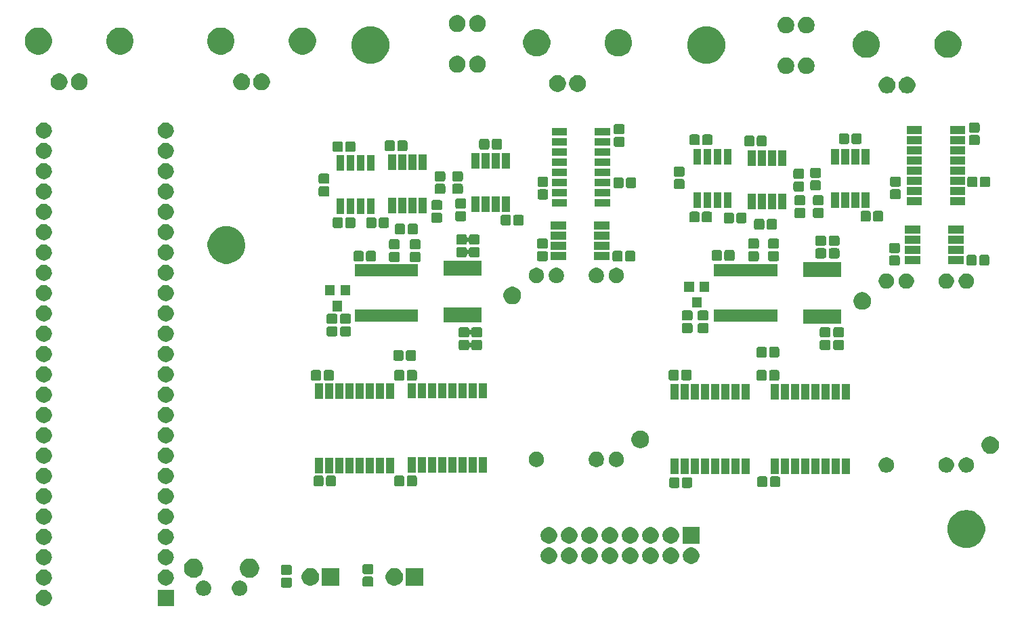
<source format=gts>
G04 #@! TF.GenerationSoftware,KiCad,Pcbnew,5.0.2-bee76a0~70~ubuntu18.04.1*
G04 #@! TF.CreationDate,2019-03-24T20:45:15+02:00*
G04 #@! TF.ProjectId,stimjim,7374696d-6a69-46d2-9e6b-696361645f70,rev?*
G04 #@! TF.SameCoordinates,Original*
G04 #@! TF.FileFunction,Soldermask,Top*
G04 #@! TF.FilePolarity,Negative*
%FSLAX46Y46*%
G04 Gerber Fmt 4.6, Leading zero omitted, Abs format (unit mm)*
G04 Created by KiCad (PCBNEW 5.0.2-bee76a0~70~ubuntu18.04.1) date Sun Mar 24 20:45:15 2019*
%MOMM*%
%LPD*%
G01*
G04 APERTURE LIST*
%ADD10C,0.100000*%
G04 APERTURE END LIST*
D10*
G36*
X21355770Y-134125372D02*
X21471689Y-134148429D01*
X21653678Y-134223811D01*
X21817463Y-134333249D01*
X21956751Y-134472537D01*
X22066189Y-134636322D01*
X22141571Y-134818311D01*
X22180000Y-135011509D01*
X22180000Y-135208491D01*
X22141571Y-135401689D01*
X22066189Y-135583678D01*
X21956751Y-135747463D01*
X21817463Y-135886751D01*
X21653678Y-135996189D01*
X21471689Y-136071571D01*
X21355770Y-136094628D01*
X21278493Y-136110000D01*
X21081507Y-136110000D01*
X21004230Y-136094628D01*
X20888311Y-136071571D01*
X20706322Y-135996189D01*
X20542537Y-135886751D01*
X20403249Y-135747463D01*
X20293811Y-135583678D01*
X20218429Y-135401689D01*
X20180000Y-135208491D01*
X20180000Y-135011509D01*
X20218429Y-134818311D01*
X20293811Y-134636322D01*
X20403249Y-134472537D01*
X20542537Y-134333249D01*
X20706322Y-134223811D01*
X20888311Y-134148429D01*
X21004230Y-134125372D01*
X21081507Y-134110000D01*
X21278493Y-134110000D01*
X21355770Y-134125372D01*
X21355770Y-134125372D01*
G37*
G36*
X37420000Y-136110000D02*
X35420000Y-136110000D01*
X35420000Y-134110000D01*
X37420000Y-134110000D01*
X37420000Y-136110000D01*
X37420000Y-136110000D01*
G37*
G36*
X45930603Y-132974968D02*
X45930606Y-132974969D01*
X45930605Y-132974969D01*
X46105678Y-133047486D01*
X46105679Y-133047487D01*
X46263241Y-133152767D01*
X46397233Y-133286759D01*
X46442444Y-133354422D01*
X46502514Y-133444322D01*
X46538653Y-133531571D01*
X46575032Y-133619397D01*
X46612000Y-133805250D01*
X46612000Y-133994750D01*
X46575032Y-134180603D01*
X46575031Y-134180605D01*
X46502514Y-134355678D01*
X46502513Y-134355679D01*
X46397233Y-134513241D01*
X46263241Y-134647233D01*
X46183923Y-134700232D01*
X46105678Y-134752514D01*
X45970266Y-134808603D01*
X45930603Y-134825032D01*
X45744750Y-134862000D01*
X45555250Y-134862000D01*
X45369397Y-134825032D01*
X45329734Y-134808603D01*
X45194322Y-134752514D01*
X45116077Y-134700232D01*
X45036759Y-134647233D01*
X44902767Y-134513241D01*
X44797487Y-134355679D01*
X44797486Y-134355678D01*
X44724969Y-134180605D01*
X44724968Y-134180603D01*
X44688000Y-133994750D01*
X44688000Y-133805250D01*
X44724968Y-133619397D01*
X44761347Y-133531571D01*
X44797486Y-133444322D01*
X44857556Y-133354422D01*
X44902767Y-133286759D01*
X45036759Y-133152767D01*
X45194321Y-133047487D01*
X45194322Y-133047486D01*
X45369395Y-132974969D01*
X45369394Y-132974969D01*
X45369397Y-132974968D01*
X45555250Y-132938000D01*
X45744750Y-132938000D01*
X45930603Y-132974968D01*
X45930603Y-132974968D01*
G37*
G36*
X41430603Y-132974968D02*
X41430606Y-132974969D01*
X41430605Y-132974969D01*
X41605678Y-133047486D01*
X41605679Y-133047487D01*
X41763241Y-133152767D01*
X41897233Y-133286759D01*
X41942444Y-133354422D01*
X42002514Y-133444322D01*
X42038653Y-133531571D01*
X42075032Y-133619397D01*
X42112000Y-133805250D01*
X42112000Y-133994750D01*
X42075032Y-134180603D01*
X42075031Y-134180605D01*
X42002514Y-134355678D01*
X42002513Y-134355679D01*
X41897233Y-134513241D01*
X41763241Y-134647233D01*
X41683923Y-134700232D01*
X41605678Y-134752514D01*
X41470266Y-134808603D01*
X41430603Y-134825032D01*
X41244750Y-134862000D01*
X41055250Y-134862000D01*
X40869397Y-134825032D01*
X40829734Y-134808603D01*
X40694322Y-134752514D01*
X40616077Y-134700232D01*
X40536759Y-134647233D01*
X40402767Y-134513241D01*
X40297487Y-134355679D01*
X40297486Y-134355678D01*
X40224969Y-134180605D01*
X40224968Y-134180603D01*
X40188000Y-133994750D01*
X40188000Y-133805250D01*
X40224968Y-133619397D01*
X40261347Y-133531571D01*
X40297486Y-133444322D01*
X40357556Y-133354422D01*
X40402767Y-133286759D01*
X40536759Y-133152767D01*
X40694321Y-133047487D01*
X40694322Y-133047486D01*
X40869395Y-132974969D01*
X40869394Y-132974969D01*
X40869397Y-132974968D01*
X41055250Y-132938000D01*
X41244750Y-132938000D01*
X41430603Y-132974968D01*
X41430603Y-132974968D01*
G37*
G36*
X51968622Y-132555517D02*
X52016585Y-132570066D01*
X52060775Y-132593686D01*
X52099518Y-132625482D01*
X52131314Y-132664225D01*
X52154934Y-132708415D01*
X52169483Y-132756378D01*
X52175000Y-132812391D01*
X52175000Y-133562609D01*
X52169483Y-133618622D01*
X52154934Y-133666585D01*
X52131314Y-133710775D01*
X52099518Y-133749518D01*
X52060775Y-133781314D01*
X52016585Y-133804934D01*
X51968622Y-133819483D01*
X51912609Y-133825000D01*
X51087391Y-133825000D01*
X51031378Y-133819483D01*
X50983415Y-133804934D01*
X50939225Y-133781314D01*
X50900482Y-133749518D01*
X50868686Y-133710775D01*
X50845066Y-133666585D01*
X50830517Y-133618622D01*
X50825000Y-133562609D01*
X50825000Y-132812391D01*
X50830517Y-132756378D01*
X50845066Y-132708415D01*
X50868686Y-132664225D01*
X50900482Y-132625482D01*
X50939225Y-132593686D01*
X50983415Y-132570066D01*
X51031378Y-132555517D01*
X51087391Y-132550000D01*
X51912609Y-132550000D01*
X51968622Y-132555517D01*
X51968622Y-132555517D01*
G37*
G36*
X62168622Y-132455517D02*
X62216585Y-132470066D01*
X62260775Y-132493686D01*
X62299518Y-132525482D01*
X62331314Y-132564225D01*
X62354934Y-132608415D01*
X62369483Y-132656378D01*
X62375000Y-132712391D01*
X62375000Y-133462609D01*
X62369483Y-133518622D01*
X62354934Y-133566585D01*
X62331314Y-133610775D01*
X62299518Y-133649518D01*
X62260775Y-133681314D01*
X62216585Y-133704934D01*
X62168622Y-133719483D01*
X62112609Y-133725000D01*
X61287391Y-133725000D01*
X61231378Y-133719483D01*
X61183415Y-133704934D01*
X61139225Y-133681314D01*
X61100482Y-133649518D01*
X61068686Y-133610775D01*
X61045066Y-133566585D01*
X61030517Y-133518622D01*
X61025000Y-133462609D01*
X61025000Y-132712391D01*
X61030517Y-132656378D01*
X61045066Y-132608415D01*
X61068686Y-132564225D01*
X61100482Y-132525482D01*
X61139225Y-132493686D01*
X61183415Y-132470066D01*
X61231378Y-132455517D01*
X61287391Y-132450000D01*
X62112609Y-132450000D01*
X62168622Y-132455517D01*
X62168622Y-132455517D01*
G37*
G36*
X58100000Y-133600000D02*
X55900000Y-133600000D01*
X55900000Y-131400000D01*
X58100000Y-131400000D01*
X58100000Y-133600000D01*
X58100000Y-133600000D01*
G37*
G36*
X68600000Y-133600000D02*
X66400000Y-133600000D01*
X66400000Y-131400000D01*
X68600000Y-131400000D01*
X68600000Y-133600000D01*
X68600000Y-133600000D01*
G37*
G36*
X65320857Y-131442272D02*
X65521042Y-131525191D01*
X65701213Y-131645578D01*
X65854422Y-131798787D01*
X65974809Y-131978958D01*
X66057728Y-132179143D01*
X66100000Y-132391658D01*
X66100000Y-132608342D01*
X66057728Y-132820857D01*
X65974809Y-133021042D01*
X65974807Y-133021045D01*
X65886794Y-133152766D01*
X65854422Y-133201213D01*
X65701213Y-133354422D01*
X65701210Y-133354424D01*
X65701209Y-133354425D01*
X65566670Y-133444321D01*
X65521042Y-133474809D01*
X65320857Y-133557728D01*
X65108342Y-133600000D01*
X64891658Y-133600000D01*
X64679143Y-133557728D01*
X64478958Y-133474809D01*
X64433330Y-133444321D01*
X64298791Y-133354425D01*
X64298790Y-133354424D01*
X64298787Y-133354422D01*
X64145578Y-133201213D01*
X64113207Y-133152766D01*
X64025193Y-133021045D01*
X64025191Y-133021042D01*
X63942272Y-132820857D01*
X63900000Y-132608342D01*
X63900000Y-132391658D01*
X63942272Y-132179143D01*
X64025191Y-131978958D01*
X64145578Y-131798787D01*
X64298787Y-131645578D01*
X64478958Y-131525191D01*
X64679143Y-131442272D01*
X64891658Y-131400000D01*
X65108342Y-131400000D01*
X65320857Y-131442272D01*
X65320857Y-131442272D01*
G37*
G36*
X54820857Y-131442272D02*
X55021042Y-131525191D01*
X55201213Y-131645578D01*
X55354422Y-131798787D01*
X55474809Y-131978958D01*
X55557728Y-132179143D01*
X55600000Y-132391658D01*
X55600000Y-132608342D01*
X55557728Y-132820857D01*
X55474809Y-133021042D01*
X55474807Y-133021045D01*
X55386794Y-133152766D01*
X55354422Y-133201213D01*
X55201213Y-133354422D01*
X55201210Y-133354424D01*
X55201209Y-133354425D01*
X55066670Y-133444321D01*
X55021042Y-133474809D01*
X54820857Y-133557728D01*
X54608342Y-133600000D01*
X54391658Y-133600000D01*
X54179143Y-133557728D01*
X53978958Y-133474809D01*
X53933330Y-133444321D01*
X53798791Y-133354425D01*
X53798790Y-133354424D01*
X53798787Y-133354422D01*
X53645578Y-133201213D01*
X53613207Y-133152766D01*
X53525193Y-133021045D01*
X53525191Y-133021042D01*
X53442272Y-132820857D01*
X53400000Y-132608342D01*
X53400000Y-132391658D01*
X53442272Y-132179143D01*
X53525191Y-131978958D01*
X53645578Y-131798787D01*
X53798787Y-131645578D01*
X53978958Y-131525191D01*
X54179143Y-131442272D01*
X54391658Y-131400000D01*
X54608342Y-131400000D01*
X54820857Y-131442272D01*
X54820857Y-131442272D01*
G37*
G36*
X21355770Y-131585372D02*
X21471689Y-131608429D01*
X21653678Y-131683811D01*
X21817463Y-131793249D01*
X21956751Y-131932537D01*
X22066189Y-132096322D01*
X22141571Y-132278311D01*
X22152270Y-132332099D01*
X22178393Y-132463427D01*
X22180000Y-132471509D01*
X22180000Y-132668491D01*
X22141571Y-132861689D01*
X22066189Y-133043678D01*
X21956751Y-133207463D01*
X21817463Y-133346751D01*
X21653678Y-133456189D01*
X21471689Y-133531571D01*
X21355770Y-133554628D01*
X21278493Y-133570000D01*
X21081507Y-133570000D01*
X21004230Y-133554628D01*
X20888311Y-133531571D01*
X20706322Y-133456189D01*
X20542537Y-133346751D01*
X20403249Y-133207463D01*
X20293811Y-133043678D01*
X20218429Y-132861689D01*
X20180000Y-132668491D01*
X20180000Y-132471509D01*
X20181608Y-132463427D01*
X20207730Y-132332099D01*
X20218429Y-132278311D01*
X20293811Y-132096322D01*
X20403249Y-131932537D01*
X20542537Y-131793249D01*
X20706322Y-131683811D01*
X20888311Y-131608429D01*
X21004230Y-131585372D01*
X21081507Y-131570000D01*
X21278493Y-131570000D01*
X21355770Y-131585372D01*
X21355770Y-131585372D01*
G37*
G36*
X36595770Y-131585372D02*
X36711689Y-131608429D01*
X36893678Y-131683811D01*
X37057463Y-131793249D01*
X37196751Y-131932537D01*
X37306189Y-132096322D01*
X37381571Y-132278311D01*
X37392270Y-132332099D01*
X37418393Y-132463427D01*
X37420000Y-132471509D01*
X37420000Y-132668491D01*
X37381571Y-132861689D01*
X37306189Y-133043678D01*
X37196751Y-133207463D01*
X37057463Y-133346751D01*
X36893678Y-133456189D01*
X36711689Y-133531571D01*
X36595770Y-133554628D01*
X36518493Y-133570000D01*
X36321507Y-133570000D01*
X36244230Y-133554628D01*
X36128311Y-133531571D01*
X35946322Y-133456189D01*
X35782537Y-133346751D01*
X35643249Y-133207463D01*
X35533811Y-133043678D01*
X35458429Y-132861689D01*
X35420000Y-132668491D01*
X35420000Y-132471509D01*
X35421608Y-132463427D01*
X35447730Y-132332099D01*
X35458429Y-132278311D01*
X35533811Y-132096322D01*
X35643249Y-131932537D01*
X35782537Y-131793249D01*
X35946322Y-131683811D01*
X36128311Y-131608429D01*
X36244230Y-131585372D01*
X36321507Y-131570000D01*
X36518493Y-131570000D01*
X36595770Y-131585372D01*
X36595770Y-131585372D01*
G37*
G36*
X47250026Y-130246115D02*
X47468412Y-130336573D01*
X47664958Y-130467901D01*
X47832099Y-130635042D01*
X47963427Y-130831588D01*
X48053885Y-131049974D01*
X48100000Y-131281809D01*
X48100000Y-131518191D01*
X48053885Y-131750026D01*
X47963427Y-131968412D01*
X47832099Y-132164958D01*
X47664958Y-132332099D01*
X47468412Y-132463427D01*
X47250026Y-132553885D01*
X47018191Y-132600000D01*
X46781809Y-132600000D01*
X46549974Y-132553885D01*
X46331588Y-132463427D01*
X46135042Y-132332099D01*
X45967901Y-132164958D01*
X45836573Y-131968412D01*
X45746115Y-131750026D01*
X45700000Y-131518191D01*
X45700000Y-131281809D01*
X45746115Y-131049974D01*
X45836573Y-130831588D01*
X45967901Y-130635042D01*
X46135042Y-130467901D01*
X46331588Y-130336573D01*
X46549974Y-130246115D01*
X46781809Y-130200000D01*
X47018191Y-130200000D01*
X47250026Y-130246115D01*
X47250026Y-130246115D01*
G37*
G36*
X40250026Y-130246115D02*
X40468412Y-130336573D01*
X40664958Y-130467901D01*
X40832099Y-130635042D01*
X40963427Y-130831588D01*
X41053885Y-131049974D01*
X41100000Y-131281809D01*
X41100000Y-131518191D01*
X41053885Y-131750026D01*
X40963427Y-131968412D01*
X40832099Y-132164958D01*
X40664958Y-132332099D01*
X40468412Y-132463427D01*
X40250026Y-132553885D01*
X40018191Y-132600000D01*
X39781809Y-132600000D01*
X39549974Y-132553885D01*
X39331588Y-132463427D01*
X39135042Y-132332099D01*
X38967901Y-132164958D01*
X38836573Y-131968412D01*
X38746115Y-131750026D01*
X38700000Y-131518191D01*
X38700000Y-131281809D01*
X38746115Y-131049974D01*
X38836573Y-130831588D01*
X38967901Y-130635042D01*
X39135042Y-130467901D01*
X39331588Y-130336573D01*
X39549974Y-130246115D01*
X39781809Y-130200000D01*
X40018191Y-130200000D01*
X40250026Y-130246115D01*
X40250026Y-130246115D01*
G37*
G36*
X51968622Y-130980517D02*
X52016585Y-130995066D01*
X52060775Y-131018686D01*
X52099518Y-131050482D01*
X52131314Y-131089225D01*
X52154934Y-131133415D01*
X52169483Y-131181378D01*
X52175000Y-131237391D01*
X52175000Y-131987609D01*
X52169483Y-132043622D01*
X52154934Y-132091585D01*
X52131314Y-132135775D01*
X52099518Y-132174518D01*
X52060775Y-132206314D01*
X52016585Y-132229934D01*
X51968622Y-132244483D01*
X51912609Y-132250000D01*
X51087391Y-132250000D01*
X51031378Y-132244483D01*
X50983415Y-132229934D01*
X50939225Y-132206314D01*
X50900482Y-132174518D01*
X50868686Y-132135775D01*
X50845066Y-132091585D01*
X50830517Y-132043622D01*
X50825000Y-131987609D01*
X50825000Y-131237391D01*
X50830517Y-131181378D01*
X50845066Y-131133415D01*
X50868686Y-131089225D01*
X50900482Y-131050482D01*
X50939225Y-131018686D01*
X50983415Y-130995066D01*
X51031378Y-130980517D01*
X51087391Y-130975000D01*
X51912609Y-130975000D01*
X51968622Y-130980517D01*
X51968622Y-130980517D01*
G37*
G36*
X62168622Y-130880517D02*
X62216585Y-130895066D01*
X62260775Y-130918686D01*
X62299518Y-130950482D01*
X62331314Y-130989225D01*
X62354934Y-131033415D01*
X62369483Y-131081378D01*
X62375000Y-131137391D01*
X62375000Y-131887609D01*
X62369483Y-131943622D01*
X62354934Y-131991585D01*
X62331314Y-132035775D01*
X62299518Y-132074518D01*
X62260775Y-132106314D01*
X62216585Y-132129934D01*
X62168622Y-132144483D01*
X62112609Y-132150000D01*
X61287391Y-132150000D01*
X61231378Y-132144483D01*
X61183415Y-132129934D01*
X61139225Y-132106314D01*
X61100482Y-132074518D01*
X61068686Y-132035775D01*
X61045066Y-131991585D01*
X61030517Y-131943622D01*
X61025000Y-131887609D01*
X61025000Y-131137391D01*
X61030517Y-131081378D01*
X61045066Y-131033415D01*
X61068686Y-130989225D01*
X61100482Y-130950482D01*
X61139225Y-130918686D01*
X61183415Y-130895066D01*
X61231378Y-130880517D01*
X61287391Y-130875000D01*
X62112609Y-130875000D01*
X62168622Y-130880517D01*
X62168622Y-130880517D01*
G37*
G36*
X21355770Y-129045372D02*
X21471689Y-129068429D01*
X21653678Y-129143811D01*
X21817463Y-129253249D01*
X21956751Y-129392537D01*
X22066189Y-129556322D01*
X22141571Y-129738311D01*
X22164628Y-129854230D01*
X22180000Y-129931507D01*
X22180000Y-130128493D01*
X22176463Y-130146274D01*
X22141571Y-130321689D01*
X22066189Y-130503678D01*
X21956751Y-130667463D01*
X21817463Y-130806751D01*
X21653678Y-130916189D01*
X21471689Y-130991571D01*
X21355770Y-131014628D01*
X21278493Y-131030000D01*
X21081507Y-131030000D01*
X21004230Y-131014628D01*
X20888311Y-130991571D01*
X20706322Y-130916189D01*
X20542537Y-130806751D01*
X20403249Y-130667463D01*
X20293811Y-130503678D01*
X20218429Y-130321689D01*
X20183537Y-130146274D01*
X20180000Y-130128493D01*
X20180000Y-129931507D01*
X20195372Y-129854230D01*
X20218429Y-129738311D01*
X20293811Y-129556322D01*
X20403249Y-129392537D01*
X20542537Y-129253249D01*
X20706322Y-129143811D01*
X20888311Y-129068429D01*
X21004230Y-129045372D01*
X21081507Y-129030000D01*
X21278493Y-129030000D01*
X21355770Y-129045372D01*
X21355770Y-129045372D01*
G37*
G36*
X36595770Y-129045372D02*
X36711689Y-129068429D01*
X36893678Y-129143811D01*
X37057463Y-129253249D01*
X37196751Y-129392537D01*
X37306189Y-129556322D01*
X37381571Y-129738311D01*
X37404628Y-129854230D01*
X37420000Y-129931507D01*
X37420000Y-130128493D01*
X37416463Y-130146274D01*
X37381571Y-130321689D01*
X37306189Y-130503678D01*
X37196751Y-130667463D01*
X37057463Y-130806751D01*
X36893678Y-130916189D01*
X36711689Y-130991571D01*
X36595770Y-131014628D01*
X36518493Y-131030000D01*
X36321507Y-131030000D01*
X36244230Y-131014628D01*
X36128311Y-130991571D01*
X35946322Y-130916189D01*
X35782537Y-130806751D01*
X35643249Y-130667463D01*
X35533811Y-130503678D01*
X35458429Y-130321689D01*
X35423537Y-130146274D01*
X35420000Y-130128493D01*
X35420000Y-129931507D01*
X35435372Y-129854230D01*
X35458429Y-129738311D01*
X35533811Y-129556322D01*
X35643249Y-129392537D01*
X35782537Y-129253249D01*
X35946322Y-129143811D01*
X36128311Y-129068429D01*
X36244230Y-129045372D01*
X36321507Y-129030000D01*
X36518493Y-129030000D01*
X36595770Y-129045372D01*
X36595770Y-129045372D01*
G37*
G36*
X89525888Y-128794470D02*
X89706274Y-128830350D01*
X89897362Y-128909502D01*
X90069336Y-129024411D01*
X90215589Y-129170664D01*
X90330498Y-129342638D01*
X90409650Y-129533726D01*
X90450000Y-129736584D01*
X90450000Y-129943416D01*
X90409650Y-130146274D01*
X90330498Y-130337362D01*
X90215589Y-130509336D01*
X90069336Y-130655589D01*
X89897362Y-130770498D01*
X89706274Y-130849650D01*
X89525888Y-130885530D01*
X89503417Y-130890000D01*
X89296583Y-130890000D01*
X89274112Y-130885530D01*
X89093726Y-130849650D01*
X88902638Y-130770498D01*
X88730664Y-130655589D01*
X88584411Y-130509336D01*
X88469502Y-130337362D01*
X88390350Y-130146274D01*
X88350000Y-129943416D01*
X88350000Y-129736584D01*
X88390350Y-129533726D01*
X88469502Y-129342638D01*
X88584411Y-129170664D01*
X88730664Y-129024411D01*
X88902638Y-128909502D01*
X89093726Y-128830350D01*
X89274112Y-128794470D01*
X89296583Y-128790000D01*
X89503417Y-128790000D01*
X89525888Y-128794470D01*
X89525888Y-128794470D01*
G37*
G36*
X102225888Y-128794470D02*
X102406274Y-128830350D01*
X102597362Y-128909502D01*
X102769336Y-129024411D01*
X102915589Y-129170664D01*
X103030498Y-129342638D01*
X103109650Y-129533726D01*
X103150000Y-129736584D01*
X103150000Y-129943416D01*
X103109650Y-130146274D01*
X103030498Y-130337362D01*
X102915589Y-130509336D01*
X102769336Y-130655589D01*
X102597362Y-130770498D01*
X102406274Y-130849650D01*
X102225888Y-130885530D01*
X102203417Y-130890000D01*
X101996583Y-130890000D01*
X101974112Y-130885530D01*
X101793726Y-130849650D01*
X101602638Y-130770498D01*
X101430664Y-130655589D01*
X101284411Y-130509336D01*
X101169502Y-130337362D01*
X101090350Y-130146274D01*
X101050000Y-129943416D01*
X101050000Y-129736584D01*
X101090350Y-129533726D01*
X101169502Y-129342638D01*
X101284411Y-129170664D01*
X101430664Y-129024411D01*
X101602638Y-128909502D01*
X101793726Y-128830350D01*
X101974112Y-128794470D01*
X101996583Y-128790000D01*
X102203417Y-128790000D01*
X102225888Y-128794470D01*
X102225888Y-128794470D01*
G37*
G36*
X99685888Y-128794470D02*
X99866274Y-128830350D01*
X100057362Y-128909502D01*
X100229336Y-129024411D01*
X100375589Y-129170664D01*
X100490498Y-129342638D01*
X100569650Y-129533726D01*
X100610000Y-129736584D01*
X100610000Y-129943416D01*
X100569650Y-130146274D01*
X100490498Y-130337362D01*
X100375589Y-130509336D01*
X100229336Y-130655589D01*
X100057362Y-130770498D01*
X99866274Y-130849650D01*
X99685888Y-130885530D01*
X99663417Y-130890000D01*
X99456583Y-130890000D01*
X99434112Y-130885530D01*
X99253726Y-130849650D01*
X99062638Y-130770498D01*
X98890664Y-130655589D01*
X98744411Y-130509336D01*
X98629502Y-130337362D01*
X98550350Y-130146274D01*
X98510000Y-129943416D01*
X98510000Y-129736584D01*
X98550350Y-129533726D01*
X98629502Y-129342638D01*
X98744411Y-129170664D01*
X98890664Y-129024411D01*
X99062638Y-128909502D01*
X99253726Y-128830350D01*
X99434112Y-128794470D01*
X99456583Y-128790000D01*
X99663417Y-128790000D01*
X99685888Y-128794470D01*
X99685888Y-128794470D01*
G37*
G36*
X97145888Y-128794470D02*
X97326274Y-128830350D01*
X97517362Y-128909502D01*
X97689336Y-129024411D01*
X97835589Y-129170664D01*
X97950498Y-129342638D01*
X98029650Y-129533726D01*
X98070000Y-129736584D01*
X98070000Y-129943416D01*
X98029650Y-130146274D01*
X97950498Y-130337362D01*
X97835589Y-130509336D01*
X97689336Y-130655589D01*
X97517362Y-130770498D01*
X97326274Y-130849650D01*
X97145888Y-130885530D01*
X97123417Y-130890000D01*
X96916583Y-130890000D01*
X96894112Y-130885530D01*
X96713726Y-130849650D01*
X96522638Y-130770498D01*
X96350664Y-130655589D01*
X96204411Y-130509336D01*
X96089502Y-130337362D01*
X96010350Y-130146274D01*
X95970000Y-129943416D01*
X95970000Y-129736584D01*
X96010350Y-129533726D01*
X96089502Y-129342638D01*
X96204411Y-129170664D01*
X96350664Y-129024411D01*
X96522638Y-128909502D01*
X96713726Y-128830350D01*
X96894112Y-128794470D01*
X96916583Y-128790000D01*
X97123417Y-128790000D01*
X97145888Y-128794470D01*
X97145888Y-128794470D01*
G37*
G36*
X94605888Y-128794470D02*
X94786274Y-128830350D01*
X94977362Y-128909502D01*
X95149336Y-129024411D01*
X95295589Y-129170664D01*
X95410498Y-129342638D01*
X95489650Y-129533726D01*
X95530000Y-129736584D01*
X95530000Y-129943416D01*
X95489650Y-130146274D01*
X95410498Y-130337362D01*
X95295589Y-130509336D01*
X95149336Y-130655589D01*
X94977362Y-130770498D01*
X94786274Y-130849650D01*
X94605888Y-130885530D01*
X94583417Y-130890000D01*
X94376583Y-130890000D01*
X94354112Y-130885530D01*
X94173726Y-130849650D01*
X93982638Y-130770498D01*
X93810664Y-130655589D01*
X93664411Y-130509336D01*
X93549502Y-130337362D01*
X93470350Y-130146274D01*
X93430000Y-129943416D01*
X93430000Y-129736584D01*
X93470350Y-129533726D01*
X93549502Y-129342638D01*
X93664411Y-129170664D01*
X93810664Y-129024411D01*
X93982638Y-128909502D01*
X94173726Y-128830350D01*
X94354112Y-128794470D01*
X94376583Y-128790000D01*
X94583417Y-128790000D01*
X94605888Y-128794470D01*
X94605888Y-128794470D01*
G37*
G36*
X84445888Y-128794470D02*
X84626274Y-128830350D01*
X84817362Y-128909502D01*
X84989336Y-129024411D01*
X85135589Y-129170664D01*
X85250498Y-129342638D01*
X85329650Y-129533726D01*
X85370000Y-129736584D01*
X85370000Y-129943416D01*
X85329650Y-130146274D01*
X85250498Y-130337362D01*
X85135589Y-130509336D01*
X84989336Y-130655589D01*
X84817362Y-130770498D01*
X84626274Y-130849650D01*
X84445888Y-130885530D01*
X84423417Y-130890000D01*
X84216583Y-130890000D01*
X84194112Y-130885530D01*
X84013726Y-130849650D01*
X83822638Y-130770498D01*
X83650664Y-130655589D01*
X83504411Y-130509336D01*
X83389502Y-130337362D01*
X83310350Y-130146274D01*
X83270000Y-129943416D01*
X83270000Y-129736584D01*
X83310350Y-129533726D01*
X83389502Y-129342638D01*
X83504411Y-129170664D01*
X83650664Y-129024411D01*
X83822638Y-128909502D01*
X84013726Y-128830350D01*
X84194112Y-128794470D01*
X84216583Y-128790000D01*
X84423417Y-128790000D01*
X84445888Y-128794470D01*
X84445888Y-128794470D01*
G37*
G36*
X86985888Y-128794470D02*
X87166274Y-128830350D01*
X87357362Y-128909502D01*
X87529336Y-129024411D01*
X87675589Y-129170664D01*
X87790498Y-129342638D01*
X87869650Y-129533726D01*
X87910000Y-129736584D01*
X87910000Y-129943416D01*
X87869650Y-130146274D01*
X87790498Y-130337362D01*
X87675589Y-130509336D01*
X87529336Y-130655589D01*
X87357362Y-130770498D01*
X87166274Y-130849650D01*
X86985888Y-130885530D01*
X86963417Y-130890000D01*
X86756583Y-130890000D01*
X86734112Y-130885530D01*
X86553726Y-130849650D01*
X86362638Y-130770498D01*
X86190664Y-130655589D01*
X86044411Y-130509336D01*
X85929502Y-130337362D01*
X85850350Y-130146274D01*
X85810000Y-129943416D01*
X85810000Y-129736584D01*
X85850350Y-129533726D01*
X85929502Y-129342638D01*
X86044411Y-129170664D01*
X86190664Y-129024411D01*
X86362638Y-128909502D01*
X86553726Y-128830350D01*
X86734112Y-128794470D01*
X86756583Y-128790000D01*
X86963417Y-128790000D01*
X86985888Y-128794470D01*
X86985888Y-128794470D01*
G37*
G36*
X92065888Y-128794470D02*
X92246274Y-128830350D01*
X92437362Y-128909502D01*
X92609336Y-129024411D01*
X92755589Y-129170664D01*
X92870498Y-129342638D01*
X92949650Y-129533726D01*
X92990000Y-129736584D01*
X92990000Y-129943416D01*
X92949650Y-130146274D01*
X92870498Y-130337362D01*
X92755589Y-130509336D01*
X92609336Y-130655589D01*
X92437362Y-130770498D01*
X92246274Y-130849650D01*
X92065888Y-130885530D01*
X92043417Y-130890000D01*
X91836583Y-130890000D01*
X91814112Y-130885530D01*
X91633726Y-130849650D01*
X91442638Y-130770498D01*
X91270664Y-130655589D01*
X91124411Y-130509336D01*
X91009502Y-130337362D01*
X90930350Y-130146274D01*
X90890000Y-129943416D01*
X90890000Y-129736584D01*
X90930350Y-129533726D01*
X91009502Y-129342638D01*
X91124411Y-129170664D01*
X91270664Y-129024411D01*
X91442638Y-128909502D01*
X91633726Y-128830350D01*
X91814112Y-128794470D01*
X91836583Y-128790000D01*
X92043417Y-128790000D01*
X92065888Y-128794470D01*
X92065888Y-128794470D01*
G37*
G36*
X136844959Y-124172577D02*
X137185470Y-124240309D01*
X137613143Y-124417457D01*
X137998038Y-124674636D01*
X138325364Y-125001962D01*
X138582543Y-125386857D01*
X138759691Y-125814530D01*
X138850000Y-126268545D01*
X138850000Y-126731455D01*
X138759691Y-127185470D01*
X138582543Y-127613143D01*
X138325364Y-127998038D01*
X137998038Y-128325364D01*
X137613143Y-128582543D01*
X137185470Y-128759691D01*
X136844959Y-128827423D01*
X136731456Y-128850000D01*
X136268544Y-128850000D01*
X136155041Y-128827423D01*
X135814530Y-128759691D01*
X135386857Y-128582543D01*
X135001962Y-128325364D01*
X134674636Y-127998038D01*
X134417457Y-127613143D01*
X134240309Y-127185470D01*
X134150000Y-126731455D01*
X134150000Y-126268545D01*
X134240309Y-125814530D01*
X134417457Y-125386857D01*
X134674636Y-125001962D01*
X135001962Y-124674636D01*
X135386857Y-124417457D01*
X135814530Y-124240309D01*
X136155041Y-124172577D01*
X136268544Y-124150000D01*
X136731456Y-124150000D01*
X136844959Y-124172577D01*
X136844959Y-124172577D01*
G37*
G36*
X36595770Y-126505372D02*
X36711689Y-126528429D01*
X36893678Y-126603811D01*
X37057463Y-126713249D01*
X37196751Y-126852537D01*
X37306189Y-127016322D01*
X37381571Y-127198311D01*
X37404628Y-127314230D01*
X37420000Y-127391507D01*
X37420000Y-127588493D01*
X37404628Y-127665770D01*
X37381571Y-127781689D01*
X37306189Y-127963678D01*
X37196751Y-128127463D01*
X37057463Y-128266751D01*
X36893678Y-128376189D01*
X36711689Y-128451571D01*
X36595770Y-128474628D01*
X36518493Y-128490000D01*
X36321507Y-128490000D01*
X36244230Y-128474628D01*
X36128311Y-128451571D01*
X35946322Y-128376189D01*
X35782537Y-128266751D01*
X35643249Y-128127463D01*
X35533811Y-127963678D01*
X35458429Y-127781689D01*
X35435372Y-127665770D01*
X35420000Y-127588493D01*
X35420000Y-127391507D01*
X35435372Y-127314230D01*
X35458429Y-127198311D01*
X35533811Y-127016322D01*
X35643249Y-126852537D01*
X35782537Y-126713249D01*
X35946322Y-126603811D01*
X36128311Y-126528429D01*
X36244230Y-126505372D01*
X36321507Y-126490000D01*
X36518493Y-126490000D01*
X36595770Y-126505372D01*
X36595770Y-126505372D01*
G37*
G36*
X21355770Y-126505372D02*
X21471689Y-126528429D01*
X21653678Y-126603811D01*
X21817463Y-126713249D01*
X21956751Y-126852537D01*
X22066189Y-127016322D01*
X22141571Y-127198311D01*
X22164628Y-127314230D01*
X22180000Y-127391507D01*
X22180000Y-127588493D01*
X22164628Y-127665770D01*
X22141571Y-127781689D01*
X22066189Y-127963678D01*
X21956751Y-128127463D01*
X21817463Y-128266751D01*
X21653678Y-128376189D01*
X21471689Y-128451571D01*
X21355770Y-128474628D01*
X21278493Y-128490000D01*
X21081507Y-128490000D01*
X21004230Y-128474628D01*
X20888311Y-128451571D01*
X20706322Y-128376189D01*
X20542537Y-128266751D01*
X20403249Y-128127463D01*
X20293811Y-127963678D01*
X20218429Y-127781689D01*
X20195372Y-127665770D01*
X20180000Y-127588493D01*
X20180000Y-127391507D01*
X20195372Y-127314230D01*
X20218429Y-127198311D01*
X20293811Y-127016322D01*
X20403249Y-126852537D01*
X20542537Y-126713249D01*
X20706322Y-126603811D01*
X20888311Y-126528429D01*
X21004230Y-126505372D01*
X21081507Y-126490000D01*
X21278493Y-126490000D01*
X21355770Y-126505372D01*
X21355770Y-126505372D01*
G37*
G36*
X92065888Y-126254470D02*
X92246274Y-126290350D01*
X92437362Y-126369502D01*
X92609336Y-126484411D01*
X92755589Y-126630664D01*
X92870498Y-126802638D01*
X92949650Y-126993726D01*
X92990000Y-127196584D01*
X92990000Y-127403416D01*
X92949650Y-127606274D01*
X92870498Y-127797362D01*
X92755589Y-127969336D01*
X92609336Y-128115589D01*
X92437362Y-128230498D01*
X92246274Y-128309650D01*
X92065888Y-128345530D01*
X92043417Y-128350000D01*
X91836583Y-128350000D01*
X91814112Y-128345530D01*
X91633726Y-128309650D01*
X91442638Y-128230498D01*
X91270664Y-128115589D01*
X91124411Y-127969336D01*
X91009502Y-127797362D01*
X90930350Y-127606274D01*
X90890000Y-127403416D01*
X90890000Y-127196584D01*
X90930350Y-126993726D01*
X91009502Y-126802638D01*
X91124411Y-126630664D01*
X91270664Y-126484411D01*
X91442638Y-126369502D01*
X91633726Y-126290350D01*
X91814112Y-126254470D01*
X91836583Y-126250000D01*
X92043417Y-126250000D01*
X92065888Y-126254470D01*
X92065888Y-126254470D01*
G37*
G36*
X84445888Y-126254470D02*
X84626274Y-126290350D01*
X84817362Y-126369502D01*
X84989336Y-126484411D01*
X85135589Y-126630664D01*
X85250498Y-126802638D01*
X85329650Y-126993726D01*
X85370000Y-127196584D01*
X85370000Y-127403416D01*
X85329650Y-127606274D01*
X85250498Y-127797362D01*
X85135589Y-127969336D01*
X84989336Y-128115589D01*
X84817362Y-128230498D01*
X84626274Y-128309650D01*
X84445888Y-128345530D01*
X84423417Y-128350000D01*
X84216583Y-128350000D01*
X84194112Y-128345530D01*
X84013726Y-128309650D01*
X83822638Y-128230498D01*
X83650664Y-128115589D01*
X83504411Y-127969336D01*
X83389502Y-127797362D01*
X83310350Y-127606274D01*
X83270000Y-127403416D01*
X83270000Y-127196584D01*
X83310350Y-126993726D01*
X83389502Y-126802638D01*
X83504411Y-126630664D01*
X83650664Y-126484411D01*
X83822638Y-126369502D01*
X84013726Y-126290350D01*
X84194112Y-126254470D01*
X84216583Y-126250000D01*
X84423417Y-126250000D01*
X84445888Y-126254470D01*
X84445888Y-126254470D01*
G37*
G36*
X103150000Y-128350000D02*
X101050000Y-128350000D01*
X101050000Y-126250000D01*
X103150000Y-126250000D01*
X103150000Y-128350000D01*
X103150000Y-128350000D01*
G37*
G36*
X99685888Y-126254470D02*
X99866274Y-126290350D01*
X100057362Y-126369502D01*
X100229336Y-126484411D01*
X100375589Y-126630664D01*
X100490498Y-126802638D01*
X100569650Y-126993726D01*
X100610000Y-127196584D01*
X100610000Y-127403416D01*
X100569650Y-127606274D01*
X100490498Y-127797362D01*
X100375589Y-127969336D01*
X100229336Y-128115589D01*
X100057362Y-128230498D01*
X99866274Y-128309650D01*
X99685888Y-128345530D01*
X99663417Y-128350000D01*
X99456583Y-128350000D01*
X99434112Y-128345530D01*
X99253726Y-128309650D01*
X99062638Y-128230498D01*
X98890664Y-128115589D01*
X98744411Y-127969336D01*
X98629502Y-127797362D01*
X98550350Y-127606274D01*
X98510000Y-127403416D01*
X98510000Y-127196584D01*
X98550350Y-126993726D01*
X98629502Y-126802638D01*
X98744411Y-126630664D01*
X98890664Y-126484411D01*
X99062638Y-126369502D01*
X99253726Y-126290350D01*
X99434112Y-126254470D01*
X99456583Y-126250000D01*
X99663417Y-126250000D01*
X99685888Y-126254470D01*
X99685888Y-126254470D01*
G37*
G36*
X94605888Y-126254470D02*
X94786274Y-126290350D01*
X94977362Y-126369502D01*
X95149336Y-126484411D01*
X95295589Y-126630664D01*
X95410498Y-126802638D01*
X95489650Y-126993726D01*
X95530000Y-127196584D01*
X95530000Y-127403416D01*
X95489650Y-127606274D01*
X95410498Y-127797362D01*
X95295589Y-127969336D01*
X95149336Y-128115589D01*
X94977362Y-128230498D01*
X94786274Y-128309650D01*
X94605888Y-128345530D01*
X94583417Y-128350000D01*
X94376583Y-128350000D01*
X94354112Y-128345530D01*
X94173726Y-128309650D01*
X93982638Y-128230498D01*
X93810664Y-128115589D01*
X93664411Y-127969336D01*
X93549502Y-127797362D01*
X93470350Y-127606274D01*
X93430000Y-127403416D01*
X93430000Y-127196584D01*
X93470350Y-126993726D01*
X93549502Y-126802638D01*
X93664411Y-126630664D01*
X93810664Y-126484411D01*
X93982638Y-126369502D01*
X94173726Y-126290350D01*
X94354112Y-126254470D01*
X94376583Y-126250000D01*
X94583417Y-126250000D01*
X94605888Y-126254470D01*
X94605888Y-126254470D01*
G37*
G36*
X86985888Y-126254470D02*
X87166274Y-126290350D01*
X87357362Y-126369502D01*
X87529336Y-126484411D01*
X87675589Y-126630664D01*
X87790498Y-126802638D01*
X87869650Y-126993726D01*
X87910000Y-127196584D01*
X87910000Y-127403416D01*
X87869650Y-127606274D01*
X87790498Y-127797362D01*
X87675589Y-127969336D01*
X87529336Y-128115589D01*
X87357362Y-128230498D01*
X87166274Y-128309650D01*
X86985888Y-128345530D01*
X86963417Y-128350000D01*
X86756583Y-128350000D01*
X86734112Y-128345530D01*
X86553726Y-128309650D01*
X86362638Y-128230498D01*
X86190664Y-128115589D01*
X86044411Y-127969336D01*
X85929502Y-127797362D01*
X85850350Y-127606274D01*
X85810000Y-127403416D01*
X85810000Y-127196584D01*
X85850350Y-126993726D01*
X85929502Y-126802638D01*
X86044411Y-126630664D01*
X86190664Y-126484411D01*
X86362638Y-126369502D01*
X86553726Y-126290350D01*
X86734112Y-126254470D01*
X86756583Y-126250000D01*
X86963417Y-126250000D01*
X86985888Y-126254470D01*
X86985888Y-126254470D01*
G37*
G36*
X89525888Y-126254470D02*
X89706274Y-126290350D01*
X89897362Y-126369502D01*
X90069336Y-126484411D01*
X90215589Y-126630664D01*
X90330498Y-126802638D01*
X90409650Y-126993726D01*
X90450000Y-127196584D01*
X90450000Y-127403416D01*
X90409650Y-127606274D01*
X90330498Y-127797362D01*
X90215589Y-127969336D01*
X90069336Y-128115589D01*
X89897362Y-128230498D01*
X89706274Y-128309650D01*
X89525888Y-128345530D01*
X89503417Y-128350000D01*
X89296583Y-128350000D01*
X89274112Y-128345530D01*
X89093726Y-128309650D01*
X88902638Y-128230498D01*
X88730664Y-128115589D01*
X88584411Y-127969336D01*
X88469502Y-127797362D01*
X88390350Y-127606274D01*
X88350000Y-127403416D01*
X88350000Y-127196584D01*
X88390350Y-126993726D01*
X88469502Y-126802638D01*
X88584411Y-126630664D01*
X88730664Y-126484411D01*
X88902638Y-126369502D01*
X89093726Y-126290350D01*
X89274112Y-126254470D01*
X89296583Y-126250000D01*
X89503417Y-126250000D01*
X89525888Y-126254470D01*
X89525888Y-126254470D01*
G37*
G36*
X97145888Y-126254470D02*
X97326274Y-126290350D01*
X97517362Y-126369502D01*
X97689336Y-126484411D01*
X97835589Y-126630664D01*
X97950498Y-126802638D01*
X98029650Y-126993726D01*
X98070000Y-127196584D01*
X98070000Y-127403416D01*
X98029650Y-127606274D01*
X97950498Y-127797362D01*
X97835589Y-127969336D01*
X97689336Y-128115589D01*
X97517362Y-128230498D01*
X97326274Y-128309650D01*
X97145888Y-128345530D01*
X97123417Y-128350000D01*
X96916583Y-128350000D01*
X96894112Y-128345530D01*
X96713726Y-128309650D01*
X96522638Y-128230498D01*
X96350664Y-128115589D01*
X96204411Y-127969336D01*
X96089502Y-127797362D01*
X96010350Y-127606274D01*
X95970000Y-127403416D01*
X95970000Y-127196584D01*
X96010350Y-126993726D01*
X96089502Y-126802638D01*
X96204411Y-126630664D01*
X96350664Y-126484411D01*
X96522638Y-126369502D01*
X96713726Y-126290350D01*
X96894112Y-126254470D01*
X96916583Y-126250000D01*
X97123417Y-126250000D01*
X97145888Y-126254470D01*
X97145888Y-126254470D01*
G37*
G36*
X21355770Y-123965372D02*
X21471689Y-123988429D01*
X21653678Y-124063811D01*
X21817463Y-124173249D01*
X21956751Y-124312537D01*
X22066189Y-124476322D01*
X22141571Y-124658311D01*
X22180000Y-124851509D01*
X22180000Y-125048491D01*
X22141571Y-125241689D01*
X22066189Y-125423678D01*
X21956751Y-125587463D01*
X21817463Y-125726751D01*
X21653678Y-125836189D01*
X21471689Y-125911571D01*
X21355770Y-125934628D01*
X21278493Y-125950000D01*
X21081507Y-125950000D01*
X21004230Y-125934628D01*
X20888311Y-125911571D01*
X20706322Y-125836189D01*
X20542537Y-125726751D01*
X20403249Y-125587463D01*
X20293811Y-125423678D01*
X20218429Y-125241689D01*
X20180000Y-125048491D01*
X20180000Y-124851509D01*
X20218429Y-124658311D01*
X20293811Y-124476322D01*
X20403249Y-124312537D01*
X20542537Y-124173249D01*
X20706322Y-124063811D01*
X20888311Y-123988429D01*
X21004230Y-123965372D01*
X21081507Y-123950000D01*
X21278493Y-123950000D01*
X21355770Y-123965372D01*
X21355770Y-123965372D01*
G37*
G36*
X36595770Y-123965372D02*
X36711689Y-123988429D01*
X36893678Y-124063811D01*
X37057463Y-124173249D01*
X37196751Y-124312537D01*
X37306189Y-124476322D01*
X37381571Y-124658311D01*
X37420000Y-124851509D01*
X37420000Y-125048491D01*
X37381571Y-125241689D01*
X37306189Y-125423678D01*
X37196751Y-125587463D01*
X37057463Y-125726751D01*
X36893678Y-125836189D01*
X36711689Y-125911571D01*
X36595770Y-125934628D01*
X36518493Y-125950000D01*
X36321507Y-125950000D01*
X36244230Y-125934628D01*
X36128311Y-125911571D01*
X35946322Y-125836189D01*
X35782537Y-125726751D01*
X35643249Y-125587463D01*
X35533811Y-125423678D01*
X35458429Y-125241689D01*
X35420000Y-125048491D01*
X35420000Y-124851509D01*
X35458429Y-124658311D01*
X35533811Y-124476322D01*
X35643249Y-124312537D01*
X35782537Y-124173249D01*
X35946322Y-124063811D01*
X36128311Y-123988429D01*
X36244230Y-123965372D01*
X36321507Y-123950000D01*
X36518493Y-123950000D01*
X36595770Y-123965372D01*
X36595770Y-123965372D01*
G37*
G36*
X36595770Y-121425372D02*
X36711689Y-121448429D01*
X36893678Y-121523811D01*
X37057463Y-121633249D01*
X37196751Y-121772537D01*
X37306189Y-121936322D01*
X37381571Y-122118311D01*
X37420000Y-122311509D01*
X37420000Y-122508491D01*
X37381571Y-122701689D01*
X37306189Y-122883678D01*
X37196751Y-123047463D01*
X37057463Y-123186751D01*
X36893678Y-123296189D01*
X36711689Y-123371571D01*
X36595770Y-123394628D01*
X36518493Y-123410000D01*
X36321507Y-123410000D01*
X36244230Y-123394628D01*
X36128311Y-123371571D01*
X35946322Y-123296189D01*
X35782537Y-123186751D01*
X35643249Y-123047463D01*
X35533811Y-122883678D01*
X35458429Y-122701689D01*
X35420000Y-122508491D01*
X35420000Y-122311509D01*
X35458429Y-122118311D01*
X35533811Y-121936322D01*
X35643249Y-121772537D01*
X35782537Y-121633249D01*
X35946322Y-121523811D01*
X36128311Y-121448429D01*
X36244230Y-121425372D01*
X36321507Y-121410000D01*
X36518493Y-121410000D01*
X36595770Y-121425372D01*
X36595770Y-121425372D01*
G37*
G36*
X21355770Y-121425372D02*
X21471689Y-121448429D01*
X21653678Y-121523811D01*
X21817463Y-121633249D01*
X21956751Y-121772537D01*
X22066189Y-121936322D01*
X22141571Y-122118311D01*
X22180000Y-122311509D01*
X22180000Y-122508491D01*
X22141571Y-122701689D01*
X22066189Y-122883678D01*
X21956751Y-123047463D01*
X21817463Y-123186751D01*
X21653678Y-123296189D01*
X21471689Y-123371571D01*
X21355770Y-123394628D01*
X21278493Y-123410000D01*
X21081507Y-123410000D01*
X21004230Y-123394628D01*
X20888311Y-123371571D01*
X20706322Y-123296189D01*
X20542537Y-123186751D01*
X20403249Y-123047463D01*
X20293811Y-122883678D01*
X20218429Y-122701689D01*
X20180000Y-122508491D01*
X20180000Y-122311509D01*
X20218429Y-122118311D01*
X20293811Y-121936322D01*
X20403249Y-121772537D01*
X20542537Y-121633249D01*
X20706322Y-121523811D01*
X20888311Y-121448429D01*
X21004230Y-121425372D01*
X21081507Y-121410000D01*
X21278493Y-121410000D01*
X21355770Y-121425372D01*
X21355770Y-121425372D01*
G37*
G36*
X100443622Y-120030517D02*
X100491585Y-120045066D01*
X100535775Y-120068686D01*
X100574518Y-120100482D01*
X100606314Y-120139225D01*
X100629934Y-120183415D01*
X100644483Y-120231378D01*
X100650000Y-120287391D01*
X100650000Y-121112609D01*
X100644483Y-121168622D01*
X100629934Y-121216585D01*
X100606314Y-121260775D01*
X100574518Y-121299518D01*
X100535775Y-121331314D01*
X100491585Y-121354934D01*
X100443622Y-121369483D01*
X100387609Y-121375000D01*
X99637391Y-121375000D01*
X99581378Y-121369483D01*
X99533415Y-121354934D01*
X99489225Y-121331314D01*
X99450482Y-121299518D01*
X99418686Y-121260775D01*
X99395066Y-121216585D01*
X99380517Y-121168622D01*
X99375000Y-121112609D01*
X99375000Y-120287391D01*
X99380517Y-120231378D01*
X99395066Y-120183415D01*
X99418686Y-120139225D01*
X99450482Y-120100482D01*
X99489225Y-120068686D01*
X99533415Y-120045066D01*
X99581378Y-120030517D01*
X99637391Y-120025000D01*
X100387609Y-120025000D01*
X100443622Y-120030517D01*
X100443622Y-120030517D01*
G37*
G36*
X102018622Y-120030517D02*
X102066585Y-120045066D01*
X102110775Y-120068686D01*
X102149518Y-120100482D01*
X102181314Y-120139225D01*
X102204934Y-120183415D01*
X102219483Y-120231378D01*
X102225000Y-120287391D01*
X102225000Y-121112609D01*
X102219483Y-121168622D01*
X102204934Y-121216585D01*
X102181314Y-121260775D01*
X102149518Y-121299518D01*
X102110775Y-121331314D01*
X102066585Y-121354934D01*
X102018622Y-121369483D01*
X101962609Y-121375000D01*
X101212391Y-121375000D01*
X101156378Y-121369483D01*
X101108415Y-121354934D01*
X101064225Y-121331314D01*
X101025482Y-121299518D01*
X100993686Y-121260775D01*
X100970066Y-121216585D01*
X100955517Y-121168622D01*
X100950000Y-121112609D01*
X100950000Y-120287391D01*
X100955517Y-120231378D01*
X100970066Y-120183415D01*
X100993686Y-120139225D01*
X101025482Y-120100482D01*
X101064225Y-120068686D01*
X101108415Y-120045066D01*
X101156378Y-120030517D01*
X101212391Y-120025000D01*
X101962609Y-120025000D01*
X102018622Y-120030517D01*
X102018622Y-120030517D01*
G37*
G36*
X111443622Y-119930517D02*
X111491585Y-119945066D01*
X111535775Y-119968686D01*
X111574518Y-120000482D01*
X111606314Y-120039225D01*
X111629934Y-120083415D01*
X111644483Y-120131378D01*
X111650000Y-120187391D01*
X111650000Y-121012609D01*
X111644483Y-121068622D01*
X111629934Y-121116585D01*
X111606314Y-121160775D01*
X111574518Y-121199518D01*
X111535775Y-121231314D01*
X111491585Y-121254934D01*
X111443622Y-121269483D01*
X111387609Y-121275000D01*
X110637391Y-121275000D01*
X110581378Y-121269483D01*
X110533415Y-121254934D01*
X110489225Y-121231314D01*
X110450482Y-121199518D01*
X110418686Y-121160775D01*
X110395066Y-121116585D01*
X110380517Y-121068622D01*
X110375000Y-121012609D01*
X110375000Y-120187391D01*
X110380517Y-120131378D01*
X110395066Y-120083415D01*
X110418686Y-120039225D01*
X110450482Y-120000482D01*
X110489225Y-119968686D01*
X110533415Y-119945066D01*
X110581378Y-119930517D01*
X110637391Y-119925000D01*
X111387609Y-119925000D01*
X111443622Y-119930517D01*
X111443622Y-119930517D01*
G37*
G36*
X113018622Y-119930517D02*
X113066585Y-119945066D01*
X113110775Y-119968686D01*
X113149518Y-120000482D01*
X113181314Y-120039225D01*
X113204934Y-120083415D01*
X113219483Y-120131378D01*
X113225000Y-120187391D01*
X113225000Y-121012609D01*
X113219483Y-121068622D01*
X113204934Y-121116585D01*
X113181314Y-121160775D01*
X113149518Y-121199518D01*
X113110775Y-121231314D01*
X113066585Y-121254934D01*
X113018622Y-121269483D01*
X112962609Y-121275000D01*
X112212391Y-121275000D01*
X112156378Y-121269483D01*
X112108415Y-121254934D01*
X112064225Y-121231314D01*
X112025482Y-121199518D01*
X111993686Y-121160775D01*
X111970066Y-121116585D01*
X111955517Y-121068622D01*
X111950000Y-121012609D01*
X111950000Y-120187391D01*
X111955517Y-120131378D01*
X111970066Y-120083415D01*
X111993686Y-120039225D01*
X112025482Y-120000482D01*
X112064225Y-119968686D01*
X112108415Y-119945066D01*
X112156378Y-119930517D01*
X112212391Y-119925000D01*
X112962609Y-119925000D01*
X113018622Y-119930517D01*
X113018622Y-119930517D01*
G37*
G36*
X66043622Y-119830517D02*
X66091585Y-119845066D01*
X66135775Y-119868686D01*
X66174518Y-119900482D01*
X66206314Y-119939225D01*
X66229934Y-119983415D01*
X66244483Y-120031378D01*
X66250000Y-120087391D01*
X66250000Y-120912609D01*
X66244483Y-120968622D01*
X66229934Y-121016585D01*
X66206314Y-121060775D01*
X66174518Y-121099518D01*
X66135775Y-121131314D01*
X66091585Y-121154934D01*
X66043622Y-121169483D01*
X65987609Y-121175000D01*
X65237391Y-121175000D01*
X65181378Y-121169483D01*
X65133415Y-121154934D01*
X65089225Y-121131314D01*
X65050482Y-121099518D01*
X65018686Y-121060775D01*
X64995066Y-121016585D01*
X64980517Y-120968622D01*
X64975000Y-120912609D01*
X64975000Y-120087391D01*
X64980517Y-120031378D01*
X64995066Y-119983415D01*
X65018686Y-119939225D01*
X65050482Y-119900482D01*
X65089225Y-119868686D01*
X65133415Y-119845066D01*
X65181378Y-119830517D01*
X65237391Y-119825000D01*
X65987609Y-119825000D01*
X66043622Y-119830517D01*
X66043622Y-119830517D01*
G37*
G36*
X57518622Y-119830517D02*
X57566585Y-119845066D01*
X57610775Y-119868686D01*
X57649518Y-119900482D01*
X57681314Y-119939225D01*
X57704934Y-119983415D01*
X57719483Y-120031378D01*
X57725000Y-120087391D01*
X57725000Y-120912609D01*
X57719483Y-120968622D01*
X57704934Y-121016585D01*
X57681314Y-121060775D01*
X57649518Y-121099518D01*
X57610775Y-121131314D01*
X57566585Y-121154934D01*
X57518622Y-121169483D01*
X57462609Y-121175000D01*
X56712391Y-121175000D01*
X56656378Y-121169483D01*
X56608415Y-121154934D01*
X56564225Y-121131314D01*
X56525482Y-121099518D01*
X56493686Y-121060775D01*
X56470066Y-121016585D01*
X56455517Y-120968622D01*
X56450000Y-120912609D01*
X56450000Y-120087391D01*
X56455517Y-120031378D01*
X56470066Y-119983415D01*
X56493686Y-119939225D01*
X56525482Y-119900482D01*
X56564225Y-119868686D01*
X56608415Y-119845066D01*
X56656378Y-119830517D01*
X56712391Y-119825000D01*
X57462609Y-119825000D01*
X57518622Y-119830517D01*
X57518622Y-119830517D01*
G37*
G36*
X55943622Y-119830517D02*
X55991585Y-119845066D01*
X56035775Y-119868686D01*
X56074518Y-119900482D01*
X56106314Y-119939225D01*
X56129934Y-119983415D01*
X56144483Y-120031378D01*
X56150000Y-120087391D01*
X56150000Y-120912609D01*
X56144483Y-120968622D01*
X56129934Y-121016585D01*
X56106314Y-121060775D01*
X56074518Y-121099518D01*
X56035775Y-121131314D01*
X55991585Y-121154934D01*
X55943622Y-121169483D01*
X55887609Y-121175000D01*
X55137391Y-121175000D01*
X55081378Y-121169483D01*
X55033415Y-121154934D01*
X54989225Y-121131314D01*
X54950482Y-121099518D01*
X54918686Y-121060775D01*
X54895066Y-121016585D01*
X54880517Y-120968622D01*
X54875000Y-120912609D01*
X54875000Y-120087391D01*
X54880517Y-120031378D01*
X54895066Y-119983415D01*
X54918686Y-119939225D01*
X54950482Y-119900482D01*
X54989225Y-119868686D01*
X55033415Y-119845066D01*
X55081378Y-119830517D01*
X55137391Y-119825000D01*
X55887609Y-119825000D01*
X55943622Y-119830517D01*
X55943622Y-119830517D01*
G37*
G36*
X67618622Y-119830517D02*
X67666585Y-119845066D01*
X67710775Y-119868686D01*
X67749518Y-119900482D01*
X67781314Y-119939225D01*
X67804934Y-119983415D01*
X67819483Y-120031378D01*
X67825000Y-120087391D01*
X67825000Y-120912609D01*
X67819483Y-120968622D01*
X67804934Y-121016585D01*
X67781314Y-121060775D01*
X67749518Y-121099518D01*
X67710775Y-121131314D01*
X67666585Y-121154934D01*
X67618622Y-121169483D01*
X67562609Y-121175000D01*
X66812391Y-121175000D01*
X66756378Y-121169483D01*
X66708415Y-121154934D01*
X66664225Y-121131314D01*
X66625482Y-121099518D01*
X66593686Y-121060775D01*
X66570066Y-121016585D01*
X66555517Y-120968622D01*
X66550000Y-120912609D01*
X66550000Y-120087391D01*
X66555517Y-120031378D01*
X66570066Y-119983415D01*
X66593686Y-119939225D01*
X66625482Y-119900482D01*
X66664225Y-119868686D01*
X66708415Y-119845066D01*
X66756378Y-119830517D01*
X66812391Y-119825000D01*
X67562609Y-119825000D01*
X67618622Y-119830517D01*
X67618622Y-119830517D01*
G37*
G36*
X36595770Y-118885372D02*
X36711689Y-118908429D01*
X36893678Y-118983811D01*
X37057463Y-119093249D01*
X37196751Y-119232537D01*
X37306189Y-119396322D01*
X37381571Y-119578311D01*
X37385885Y-119600000D01*
X37420000Y-119771507D01*
X37420000Y-119968493D01*
X37407491Y-120031378D01*
X37381571Y-120161689D01*
X37306189Y-120343678D01*
X37196751Y-120507463D01*
X37057463Y-120646751D01*
X36893678Y-120756189D01*
X36711689Y-120831571D01*
X36595770Y-120854628D01*
X36518493Y-120870000D01*
X36321507Y-120870000D01*
X36244230Y-120854628D01*
X36128311Y-120831571D01*
X35946322Y-120756189D01*
X35782537Y-120646751D01*
X35643249Y-120507463D01*
X35533811Y-120343678D01*
X35458429Y-120161689D01*
X35432509Y-120031378D01*
X35420000Y-119968493D01*
X35420000Y-119771507D01*
X35454115Y-119600000D01*
X35458429Y-119578311D01*
X35533811Y-119396322D01*
X35643249Y-119232537D01*
X35782537Y-119093249D01*
X35946322Y-118983811D01*
X36128311Y-118908429D01*
X36244230Y-118885372D01*
X36321507Y-118870000D01*
X36518493Y-118870000D01*
X36595770Y-118885372D01*
X36595770Y-118885372D01*
G37*
G36*
X21355770Y-118885372D02*
X21471689Y-118908429D01*
X21653678Y-118983811D01*
X21817463Y-119093249D01*
X21956751Y-119232537D01*
X22066189Y-119396322D01*
X22141571Y-119578311D01*
X22145885Y-119600000D01*
X22180000Y-119771507D01*
X22180000Y-119968493D01*
X22167491Y-120031378D01*
X22141571Y-120161689D01*
X22066189Y-120343678D01*
X21956751Y-120507463D01*
X21817463Y-120646751D01*
X21653678Y-120756189D01*
X21471689Y-120831571D01*
X21355770Y-120854628D01*
X21278493Y-120870000D01*
X21081507Y-120870000D01*
X21004230Y-120854628D01*
X20888311Y-120831571D01*
X20706322Y-120756189D01*
X20542537Y-120646751D01*
X20403249Y-120507463D01*
X20293811Y-120343678D01*
X20218429Y-120161689D01*
X20192509Y-120031378D01*
X20180000Y-119968493D01*
X20180000Y-119771507D01*
X20214115Y-119600000D01*
X20218429Y-119578311D01*
X20293811Y-119396322D01*
X20403249Y-119232537D01*
X20542537Y-119093249D01*
X20706322Y-118983811D01*
X20888311Y-118908429D01*
X21004230Y-118885372D01*
X21081507Y-118870000D01*
X21278493Y-118870000D01*
X21355770Y-118885372D01*
X21355770Y-118885372D01*
G37*
G36*
X121945000Y-119600000D02*
X120945000Y-119600000D01*
X120945000Y-117700000D01*
X121945000Y-117700000D01*
X121945000Y-119600000D01*
X121945000Y-119600000D01*
G37*
G36*
X120675000Y-119600000D02*
X119675000Y-119600000D01*
X119675000Y-117700000D01*
X120675000Y-117700000D01*
X120675000Y-119600000D01*
X120675000Y-119600000D01*
G37*
G36*
X119405000Y-119600000D02*
X118405000Y-119600000D01*
X118405000Y-117700000D01*
X119405000Y-117700000D01*
X119405000Y-119600000D01*
X119405000Y-119600000D01*
G37*
G36*
X118135000Y-119600000D02*
X117135000Y-119600000D01*
X117135000Y-117700000D01*
X118135000Y-117700000D01*
X118135000Y-119600000D01*
X118135000Y-119600000D01*
G37*
G36*
X104365000Y-119600000D02*
X103365000Y-119600000D01*
X103365000Y-117700000D01*
X104365000Y-117700000D01*
X104365000Y-119600000D01*
X104365000Y-119600000D01*
G37*
G36*
X116865000Y-119600000D02*
X115865000Y-119600000D01*
X115865000Y-117700000D01*
X116865000Y-117700000D01*
X116865000Y-119600000D01*
X116865000Y-119600000D01*
G37*
G36*
X115595000Y-119600000D02*
X114595000Y-119600000D01*
X114595000Y-117700000D01*
X115595000Y-117700000D01*
X115595000Y-119600000D01*
X115595000Y-119600000D01*
G37*
G36*
X114325000Y-119600000D02*
X113325000Y-119600000D01*
X113325000Y-117700000D01*
X114325000Y-117700000D01*
X114325000Y-119600000D01*
X114325000Y-119600000D01*
G37*
G36*
X100555000Y-119600000D02*
X99555000Y-119600000D01*
X99555000Y-117700000D01*
X100555000Y-117700000D01*
X100555000Y-119600000D01*
X100555000Y-119600000D01*
G37*
G36*
X101825000Y-119600000D02*
X100825000Y-119600000D01*
X100825000Y-117700000D01*
X101825000Y-117700000D01*
X101825000Y-119600000D01*
X101825000Y-119600000D01*
G37*
G36*
X103095000Y-119600000D02*
X102095000Y-119600000D01*
X102095000Y-117700000D01*
X103095000Y-117700000D01*
X103095000Y-119600000D01*
X103095000Y-119600000D01*
G37*
G36*
X105635000Y-119600000D02*
X104635000Y-119600000D01*
X104635000Y-117700000D01*
X105635000Y-117700000D01*
X105635000Y-119600000D01*
X105635000Y-119600000D01*
G37*
G36*
X106905000Y-119600000D02*
X105905000Y-119600000D01*
X105905000Y-117700000D01*
X106905000Y-117700000D01*
X106905000Y-119600000D01*
X106905000Y-119600000D01*
G37*
G36*
X108175000Y-119600000D02*
X107175000Y-119600000D01*
X107175000Y-117700000D01*
X108175000Y-117700000D01*
X108175000Y-119600000D01*
X108175000Y-119600000D01*
G37*
G36*
X109445000Y-119600000D02*
X108445000Y-119600000D01*
X108445000Y-117700000D01*
X109445000Y-117700000D01*
X109445000Y-119600000D01*
X109445000Y-119600000D01*
G37*
G36*
X113055000Y-119600000D02*
X112055000Y-119600000D01*
X112055000Y-117700000D01*
X113055000Y-117700000D01*
X113055000Y-119600000D01*
X113055000Y-119600000D01*
G37*
G36*
X58614176Y-119531095D02*
X57614176Y-119531095D01*
X57614176Y-117631095D01*
X58614176Y-117631095D01*
X58614176Y-119531095D01*
X58614176Y-119531095D01*
G37*
G36*
X61154176Y-119531095D02*
X60154176Y-119531095D01*
X60154176Y-117631095D01*
X61154176Y-117631095D01*
X61154176Y-119531095D01*
X61154176Y-119531095D01*
G37*
G36*
X64964176Y-119531095D02*
X63964176Y-119531095D01*
X63964176Y-117631095D01*
X64964176Y-117631095D01*
X64964176Y-119531095D01*
X64964176Y-119531095D01*
G37*
G36*
X63694176Y-119531095D02*
X62694176Y-119531095D01*
X62694176Y-117631095D01*
X63694176Y-117631095D01*
X63694176Y-119531095D01*
X63694176Y-119531095D01*
G37*
G36*
X59884176Y-119531095D02*
X58884176Y-119531095D01*
X58884176Y-117631095D01*
X59884176Y-117631095D01*
X59884176Y-119531095D01*
X59884176Y-119531095D01*
G37*
G36*
X62424176Y-119531095D02*
X61424176Y-119531095D01*
X61424176Y-117631095D01*
X62424176Y-117631095D01*
X62424176Y-119531095D01*
X62424176Y-119531095D01*
G37*
G36*
X56074176Y-119531095D02*
X55074176Y-119531095D01*
X55074176Y-117631095D01*
X56074176Y-117631095D01*
X56074176Y-119531095D01*
X56074176Y-119531095D01*
G37*
G36*
X57344176Y-119531095D02*
X56344176Y-119531095D01*
X56344176Y-117631095D01*
X57344176Y-117631095D01*
X57344176Y-119531095D01*
X57344176Y-119531095D01*
G37*
G36*
X136780603Y-117574968D02*
X136780606Y-117574969D01*
X136780605Y-117574969D01*
X136955678Y-117647486D01*
X136955679Y-117647487D01*
X137113241Y-117752767D01*
X137247233Y-117886759D01*
X137252572Y-117894750D01*
X137352514Y-118044322D01*
X137408603Y-118179734D01*
X137425032Y-118219397D01*
X137462000Y-118405250D01*
X137462000Y-118594750D01*
X137425032Y-118780603D01*
X137425031Y-118780605D01*
X137352514Y-118955678D01*
X137352513Y-118955679D01*
X137247233Y-119113241D01*
X137113241Y-119247233D01*
X137033923Y-119300232D01*
X136955678Y-119352514D01*
X136849915Y-119396322D01*
X136780603Y-119425032D01*
X136594750Y-119462000D01*
X136405250Y-119462000D01*
X136219397Y-119425032D01*
X136150085Y-119396322D01*
X136044322Y-119352514D01*
X135966077Y-119300232D01*
X135886759Y-119247233D01*
X135752767Y-119113241D01*
X135647487Y-118955679D01*
X135647486Y-118955678D01*
X135574969Y-118780605D01*
X135574968Y-118780603D01*
X135538000Y-118594750D01*
X135538000Y-118405250D01*
X135574968Y-118219397D01*
X135591397Y-118179734D01*
X135647486Y-118044322D01*
X135747428Y-117894750D01*
X135752767Y-117886759D01*
X135886759Y-117752767D01*
X136044321Y-117647487D01*
X136044322Y-117647486D01*
X136219395Y-117574969D01*
X136219394Y-117574969D01*
X136219397Y-117574968D01*
X136405250Y-117538000D01*
X136594750Y-117538000D01*
X136780603Y-117574968D01*
X136780603Y-117574968D01*
G37*
G36*
X134280603Y-117574968D02*
X134280606Y-117574969D01*
X134280605Y-117574969D01*
X134455678Y-117647486D01*
X134455679Y-117647487D01*
X134613241Y-117752767D01*
X134747233Y-117886759D01*
X134752572Y-117894750D01*
X134852514Y-118044322D01*
X134908603Y-118179734D01*
X134925032Y-118219397D01*
X134962000Y-118405250D01*
X134962000Y-118594750D01*
X134925032Y-118780603D01*
X134925031Y-118780605D01*
X134852514Y-118955678D01*
X134852513Y-118955679D01*
X134747233Y-119113241D01*
X134613241Y-119247233D01*
X134533923Y-119300232D01*
X134455678Y-119352514D01*
X134349915Y-119396322D01*
X134280603Y-119425032D01*
X134094750Y-119462000D01*
X133905250Y-119462000D01*
X133719397Y-119425032D01*
X133650085Y-119396322D01*
X133544322Y-119352514D01*
X133466077Y-119300232D01*
X133386759Y-119247233D01*
X133252767Y-119113241D01*
X133147487Y-118955679D01*
X133147486Y-118955678D01*
X133074969Y-118780605D01*
X133074968Y-118780603D01*
X133038000Y-118594750D01*
X133038000Y-118405250D01*
X133074968Y-118219397D01*
X133091397Y-118179734D01*
X133147486Y-118044322D01*
X133247428Y-117894750D01*
X133252767Y-117886759D01*
X133386759Y-117752767D01*
X133544321Y-117647487D01*
X133544322Y-117647486D01*
X133719395Y-117574969D01*
X133719394Y-117574969D01*
X133719397Y-117574968D01*
X133905250Y-117538000D01*
X134094750Y-117538000D01*
X134280603Y-117574968D01*
X134280603Y-117574968D01*
G37*
G36*
X126780603Y-117574968D02*
X126780606Y-117574969D01*
X126780605Y-117574969D01*
X126955678Y-117647486D01*
X126955679Y-117647487D01*
X127113241Y-117752767D01*
X127247233Y-117886759D01*
X127252572Y-117894750D01*
X127352514Y-118044322D01*
X127408603Y-118179734D01*
X127425032Y-118219397D01*
X127462000Y-118405250D01*
X127462000Y-118594750D01*
X127425032Y-118780603D01*
X127425031Y-118780605D01*
X127352514Y-118955678D01*
X127352513Y-118955679D01*
X127247233Y-119113241D01*
X127113241Y-119247233D01*
X127033923Y-119300232D01*
X126955678Y-119352514D01*
X126849915Y-119396322D01*
X126780603Y-119425032D01*
X126594750Y-119462000D01*
X126405250Y-119462000D01*
X126219397Y-119425032D01*
X126150085Y-119396322D01*
X126044322Y-119352514D01*
X125966077Y-119300232D01*
X125886759Y-119247233D01*
X125752767Y-119113241D01*
X125647487Y-118955679D01*
X125647486Y-118955678D01*
X125574969Y-118780605D01*
X125574968Y-118780603D01*
X125538000Y-118594750D01*
X125538000Y-118405250D01*
X125574968Y-118219397D01*
X125591397Y-118179734D01*
X125647486Y-118044322D01*
X125747428Y-117894750D01*
X125752767Y-117886759D01*
X125886759Y-117752767D01*
X126044321Y-117647487D01*
X126044322Y-117647486D01*
X126219395Y-117574969D01*
X126219394Y-117574969D01*
X126219397Y-117574968D01*
X126405250Y-117538000D01*
X126594750Y-117538000D01*
X126780603Y-117574968D01*
X126780603Y-117574968D01*
G37*
G36*
X67704776Y-119458895D02*
X66704776Y-119458895D01*
X66704776Y-117558895D01*
X67704776Y-117558895D01*
X67704776Y-119458895D01*
X67704776Y-119458895D01*
G37*
G36*
X68974776Y-119458895D02*
X67974776Y-119458895D01*
X67974776Y-117558895D01*
X68974776Y-117558895D01*
X68974776Y-119458895D01*
X68974776Y-119458895D01*
G37*
G36*
X70244776Y-119458895D02*
X69244776Y-119458895D01*
X69244776Y-117558895D01*
X70244776Y-117558895D01*
X70244776Y-119458895D01*
X70244776Y-119458895D01*
G37*
G36*
X74054776Y-119458895D02*
X73054776Y-119458895D01*
X73054776Y-117558895D01*
X74054776Y-117558895D01*
X74054776Y-119458895D01*
X74054776Y-119458895D01*
G37*
G36*
X75324776Y-119458895D02*
X74324776Y-119458895D01*
X74324776Y-117558895D01*
X75324776Y-117558895D01*
X75324776Y-119458895D01*
X75324776Y-119458895D01*
G37*
G36*
X76594776Y-119458895D02*
X75594776Y-119458895D01*
X75594776Y-117558895D01*
X76594776Y-117558895D01*
X76594776Y-119458895D01*
X76594776Y-119458895D01*
G37*
G36*
X71514776Y-119458895D02*
X70514776Y-119458895D01*
X70514776Y-117558895D01*
X71514776Y-117558895D01*
X71514776Y-119458895D01*
X71514776Y-119458895D01*
G37*
G36*
X72784776Y-119458895D02*
X71784776Y-119458895D01*
X71784776Y-117558895D01*
X72784776Y-117558895D01*
X72784776Y-119458895D01*
X72784776Y-119458895D01*
G37*
G36*
X93030603Y-116874968D02*
X93030606Y-116874969D01*
X93030605Y-116874969D01*
X93205678Y-116947486D01*
X93205679Y-116947487D01*
X93363241Y-117052767D01*
X93497233Y-117186759D01*
X93497234Y-117186761D01*
X93602514Y-117344322D01*
X93637378Y-117428493D01*
X93675032Y-117519397D01*
X93712000Y-117705250D01*
X93712000Y-117894750D01*
X93675032Y-118080603D01*
X93675031Y-118080605D01*
X93602514Y-118255678D01*
X93602513Y-118255679D01*
X93497233Y-118413241D01*
X93363241Y-118547233D01*
X93292129Y-118594749D01*
X93205678Y-118652514D01*
X93070266Y-118708603D01*
X93030603Y-118725032D01*
X92844750Y-118762000D01*
X92655250Y-118762000D01*
X92469397Y-118725032D01*
X92429734Y-118708603D01*
X92294322Y-118652514D01*
X92207871Y-118594749D01*
X92136759Y-118547233D01*
X92002767Y-118413241D01*
X91897487Y-118255679D01*
X91897486Y-118255678D01*
X91824969Y-118080605D01*
X91824968Y-118080603D01*
X91788000Y-117894750D01*
X91788000Y-117705250D01*
X91824968Y-117519397D01*
X91862622Y-117428493D01*
X91897486Y-117344322D01*
X92002766Y-117186761D01*
X92002767Y-117186759D01*
X92136759Y-117052767D01*
X92294321Y-116947487D01*
X92294322Y-116947486D01*
X92469395Y-116874969D01*
X92469394Y-116874969D01*
X92469397Y-116874968D01*
X92655250Y-116838000D01*
X92844750Y-116838000D01*
X93030603Y-116874968D01*
X93030603Y-116874968D01*
G37*
G36*
X83030603Y-116874968D02*
X83030606Y-116874969D01*
X83030605Y-116874969D01*
X83205678Y-116947486D01*
X83205679Y-116947487D01*
X83363241Y-117052767D01*
X83497233Y-117186759D01*
X83497234Y-117186761D01*
X83602514Y-117344322D01*
X83637378Y-117428493D01*
X83675032Y-117519397D01*
X83712000Y-117705250D01*
X83712000Y-117894750D01*
X83675032Y-118080603D01*
X83675031Y-118080605D01*
X83602514Y-118255678D01*
X83602513Y-118255679D01*
X83497233Y-118413241D01*
X83363241Y-118547233D01*
X83292129Y-118594749D01*
X83205678Y-118652514D01*
X83070266Y-118708603D01*
X83030603Y-118725032D01*
X82844750Y-118762000D01*
X82655250Y-118762000D01*
X82469397Y-118725032D01*
X82429734Y-118708603D01*
X82294322Y-118652514D01*
X82207871Y-118594749D01*
X82136759Y-118547233D01*
X82002767Y-118413241D01*
X81897487Y-118255679D01*
X81897486Y-118255678D01*
X81824969Y-118080605D01*
X81824968Y-118080603D01*
X81788000Y-117894750D01*
X81788000Y-117705250D01*
X81824968Y-117519397D01*
X81862622Y-117428493D01*
X81897486Y-117344322D01*
X82002766Y-117186761D01*
X82002767Y-117186759D01*
X82136759Y-117052767D01*
X82294321Y-116947487D01*
X82294322Y-116947486D01*
X82469395Y-116874969D01*
X82469394Y-116874969D01*
X82469397Y-116874968D01*
X82655250Y-116838000D01*
X82844750Y-116838000D01*
X83030603Y-116874968D01*
X83030603Y-116874968D01*
G37*
G36*
X90530603Y-116874968D02*
X90530606Y-116874969D01*
X90530605Y-116874969D01*
X90705678Y-116947486D01*
X90705679Y-116947487D01*
X90863241Y-117052767D01*
X90997233Y-117186759D01*
X90997234Y-117186761D01*
X91102514Y-117344322D01*
X91137378Y-117428493D01*
X91175032Y-117519397D01*
X91212000Y-117705250D01*
X91212000Y-117894750D01*
X91175032Y-118080603D01*
X91175031Y-118080605D01*
X91102514Y-118255678D01*
X91102513Y-118255679D01*
X90997233Y-118413241D01*
X90863241Y-118547233D01*
X90792129Y-118594749D01*
X90705678Y-118652514D01*
X90570266Y-118708603D01*
X90530603Y-118725032D01*
X90344750Y-118762000D01*
X90155250Y-118762000D01*
X89969397Y-118725032D01*
X89929734Y-118708603D01*
X89794322Y-118652514D01*
X89707871Y-118594749D01*
X89636759Y-118547233D01*
X89502767Y-118413241D01*
X89397487Y-118255679D01*
X89397486Y-118255678D01*
X89324969Y-118080605D01*
X89324968Y-118080603D01*
X89288000Y-117894750D01*
X89288000Y-117705250D01*
X89324968Y-117519397D01*
X89362622Y-117428493D01*
X89397486Y-117344322D01*
X89502766Y-117186761D01*
X89502767Y-117186759D01*
X89636759Y-117052767D01*
X89794321Y-116947487D01*
X89794322Y-116947486D01*
X89969395Y-116874969D01*
X89969394Y-116874969D01*
X89969397Y-116874968D01*
X90155250Y-116838000D01*
X90344750Y-116838000D01*
X90530603Y-116874968D01*
X90530603Y-116874968D01*
G37*
G36*
X36595770Y-116345372D02*
X36711689Y-116368429D01*
X36893678Y-116443811D01*
X37057463Y-116553249D01*
X37196751Y-116692537D01*
X37306189Y-116856322D01*
X37381571Y-117038311D01*
X37420000Y-117231509D01*
X37420000Y-117428491D01*
X37381571Y-117621689D01*
X37306189Y-117803678D01*
X37196751Y-117967463D01*
X37057463Y-118106751D01*
X36893678Y-118216189D01*
X36711689Y-118291571D01*
X36595770Y-118314628D01*
X36518493Y-118330000D01*
X36321507Y-118330000D01*
X36244230Y-118314628D01*
X36128311Y-118291571D01*
X35946322Y-118216189D01*
X35782537Y-118106751D01*
X35643249Y-117967463D01*
X35533811Y-117803678D01*
X35458429Y-117621689D01*
X35420000Y-117428491D01*
X35420000Y-117231509D01*
X35458429Y-117038311D01*
X35533811Y-116856322D01*
X35643249Y-116692537D01*
X35782537Y-116553249D01*
X35946322Y-116443811D01*
X36128311Y-116368429D01*
X36244230Y-116345372D01*
X36321507Y-116330000D01*
X36518493Y-116330000D01*
X36595770Y-116345372D01*
X36595770Y-116345372D01*
G37*
G36*
X21355770Y-116345372D02*
X21471689Y-116368429D01*
X21653678Y-116443811D01*
X21817463Y-116553249D01*
X21956751Y-116692537D01*
X22066189Y-116856322D01*
X22141571Y-117038311D01*
X22180000Y-117231509D01*
X22180000Y-117428491D01*
X22141571Y-117621689D01*
X22066189Y-117803678D01*
X21956751Y-117967463D01*
X21817463Y-118106751D01*
X21653678Y-118216189D01*
X21471689Y-118291571D01*
X21355770Y-118314628D01*
X21278493Y-118330000D01*
X21081507Y-118330000D01*
X21004230Y-118314628D01*
X20888311Y-118291571D01*
X20706322Y-118216189D01*
X20542537Y-118106751D01*
X20403249Y-117967463D01*
X20293811Y-117803678D01*
X20218429Y-117621689D01*
X20180000Y-117428491D01*
X20180000Y-117231509D01*
X20218429Y-117038311D01*
X20293811Y-116856322D01*
X20403249Y-116692537D01*
X20542537Y-116553249D01*
X20706322Y-116443811D01*
X20888311Y-116368429D01*
X21004230Y-116345372D01*
X21081507Y-116330000D01*
X21278493Y-116330000D01*
X21355770Y-116345372D01*
X21355770Y-116345372D01*
G37*
G36*
X139820857Y-114942272D02*
X140021042Y-115025191D01*
X140021045Y-115025193D01*
X140105593Y-115081686D01*
X140201213Y-115145578D01*
X140354422Y-115298787D01*
X140474809Y-115478958D01*
X140557728Y-115679143D01*
X140600000Y-115891658D01*
X140600000Y-116108342D01*
X140557728Y-116320857D01*
X140474809Y-116521042D01*
X140354422Y-116701213D01*
X140201213Y-116854422D01*
X140201210Y-116854424D01*
X140201209Y-116854425D01*
X140061934Y-116947486D01*
X140021042Y-116974809D01*
X139820857Y-117057728D01*
X139608342Y-117100000D01*
X139391658Y-117100000D01*
X139179143Y-117057728D01*
X138978958Y-116974809D01*
X138938066Y-116947486D01*
X138798791Y-116854425D01*
X138798790Y-116854424D01*
X138798787Y-116854422D01*
X138645578Y-116701213D01*
X138525191Y-116521042D01*
X138442272Y-116320857D01*
X138400000Y-116108342D01*
X138400000Y-115891658D01*
X138442272Y-115679143D01*
X138525191Y-115478958D01*
X138645578Y-115298787D01*
X138798787Y-115145578D01*
X138894408Y-115081686D01*
X138978955Y-115025193D01*
X138978958Y-115025191D01*
X139179143Y-114942272D01*
X139391658Y-114900000D01*
X139608342Y-114900000D01*
X139820857Y-114942272D01*
X139820857Y-114942272D01*
G37*
G36*
X96070857Y-114242272D02*
X96271042Y-114325191D01*
X96451213Y-114445578D01*
X96604422Y-114598787D01*
X96724809Y-114778958D01*
X96807728Y-114979143D01*
X96850000Y-115191658D01*
X96850000Y-115408342D01*
X96807728Y-115620857D01*
X96724809Y-115821042D01*
X96604422Y-116001213D01*
X96451213Y-116154422D01*
X96271042Y-116274809D01*
X96070857Y-116357728D01*
X95858342Y-116400000D01*
X95641658Y-116400000D01*
X95429143Y-116357728D01*
X95228958Y-116274809D01*
X95048787Y-116154422D01*
X94895578Y-116001213D01*
X94775191Y-115821042D01*
X94692272Y-115620857D01*
X94650000Y-115408342D01*
X94650000Y-115191658D01*
X94692272Y-114979143D01*
X94775191Y-114778958D01*
X94895578Y-114598787D01*
X95048787Y-114445578D01*
X95228958Y-114325191D01*
X95429143Y-114242272D01*
X95641658Y-114200000D01*
X95858342Y-114200000D01*
X96070857Y-114242272D01*
X96070857Y-114242272D01*
G37*
G36*
X21355770Y-113805372D02*
X21471689Y-113828429D01*
X21653678Y-113903811D01*
X21817463Y-114013249D01*
X21956751Y-114152537D01*
X22066189Y-114316322D01*
X22141571Y-114498311D01*
X22161557Y-114598787D01*
X22180000Y-114691507D01*
X22180000Y-114888493D01*
X22169302Y-114942273D01*
X22141571Y-115081689D01*
X22066189Y-115263678D01*
X21956751Y-115427463D01*
X21817463Y-115566751D01*
X21653678Y-115676189D01*
X21471689Y-115751571D01*
X21355770Y-115774628D01*
X21278493Y-115790000D01*
X21081507Y-115790000D01*
X21004230Y-115774628D01*
X20888311Y-115751571D01*
X20706322Y-115676189D01*
X20542537Y-115566751D01*
X20403249Y-115427463D01*
X20293811Y-115263678D01*
X20218429Y-115081689D01*
X20190698Y-114942273D01*
X20180000Y-114888493D01*
X20180000Y-114691507D01*
X20198443Y-114598787D01*
X20218429Y-114498311D01*
X20293811Y-114316322D01*
X20403249Y-114152537D01*
X20542537Y-114013249D01*
X20706322Y-113903811D01*
X20888311Y-113828429D01*
X21004230Y-113805372D01*
X21081507Y-113790000D01*
X21278493Y-113790000D01*
X21355770Y-113805372D01*
X21355770Y-113805372D01*
G37*
G36*
X36595770Y-113805372D02*
X36711689Y-113828429D01*
X36893678Y-113903811D01*
X37057463Y-114013249D01*
X37196751Y-114152537D01*
X37306189Y-114316322D01*
X37381571Y-114498311D01*
X37401557Y-114598787D01*
X37420000Y-114691507D01*
X37420000Y-114888493D01*
X37409302Y-114942273D01*
X37381571Y-115081689D01*
X37306189Y-115263678D01*
X37196751Y-115427463D01*
X37057463Y-115566751D01*
X36893678Y-115676189D01*
X36711689Y-115751571D01*
X36595770Y-115774628D01*
X36518493Y-115790000D01*
X36321507Y-115790000D01*
X36244230Y-115774628D01*
X36128311Y-115751571D01*
X35946322Y-115676189D01*
X35782537Y-115566751D01*
X35643249Y-115427463D01*
X35533811Y-115263678D01*
X35458429Y-115081689D01*
X35430698Y-114942273D01*
X35420000Y-114888493D01*
X35420000Y-114691507D01*
X35438443Y-114598787D01*
X35458429Y-114498311D01*
X35533811Y-114316322D01*
X35643249Y-114152537D01*
X35782537Y-114013249D01*
X35946322Y-113903811D01*
X36128311Y-113828429D01*
X36244230Y-113805372D01*
X36321507Y-113790000D01*
X36518493Y-113790000D01*
X36595770Y-113805372D01*
X36595770Y-113805372D01*
G37*
G36*
X36595770Y-111265372D02*
X36711689Y-111288429D01*
X36893678Y-111363811D01*
X37057463Y-111473249D01*
X37196751Y-111612537D01*
X37306189Y-111776322D01*
X37381571Y-111958311D01*
X37420000Y-112151509D01*
X37420000Y-112348491D01*
X37381571Y-112541689D01*
X37306189Y-112723678D01*
X37196751Y-112887463D01*
X37057463Y-113026751D01*
X36893678Y-113136189D01*
X36711689Y-113211571D01*
X36595770Y-113234628D01*
X36518493Y-113250000D01*
X36321507Y-113250000D01*
X36244230Y-113234628D01*
X36128311Y-113211571D01*
X35946322Y-113136189D01*
X35782537Y-113026751D01*
X35643249Y-112887463D01*
X35533811Y-112723678D01*
X35458429Y-112541689D01*
X35420000Y-112348491D01*
X35420000Y-112151509D01*
X35458429Y-111958311D01*
X35533811Y-111776322D01*
X35643249Y-111612537D01*
X35782537Y-111473249D01*
X35946322Y-111363811D01*
X36128311Y-111288429D01*
X36244230Y-111265372D01*
X36321507Y-111250000D01*
X36518493Y-111250000D01*
X36595770Y-111265372D01*
X36595770Y-111265372D01*
G37*
G36*
X21355770Y-111265372D02*
X21471689Y-111288429D01*
X21653678Y-111363811D01*
X21817463Y-111473249D01*
X21956751Y-111612537D01*
X22066189Y-111776322D01*
X22141571Y-111958311D01*
X22180000Y-112151509D01*
X22180000Y-112348491D01*
X22141571Y-112541689D01*
X22066189Y-112723678D01*
X21956751Y-112887463D01*
X21817463Y-113026751D01*
X21653678Y-113136189D01*
X21471689Y-113211571D01*
X21355770Y-113234628D01*
X21278493Y-113250000D01*
X21081507Y-113250000D01*
X21004230Y-113234628D01*
X20888311Y-113211571D01*
X20706322Y-113136189D01*
X20542537Y-113026751D01*
X20403249Y-112887463D01*
X20293811Y-112723678D01*
X20218429Y-112541689D01*
X20180000Y-112348491D01*
X20180000Y-112151509D01*
X20218429Y-111958311D01*
X20293811Y-111776322D01*
X20403249Y-111612537D01*
X20542537Y-111473249D01*
X20706322Y-111363811D01*
X20888311Y-111288429D01*
X21004230Y-111265372D01*
X21081507Y-111250000D01*
X21278493Y-111250000D01*
X21355770Y-111265372D01*
X21355770Y-111265372D01*
G37*
G36*
X21355770Y-108725372D02*
X21471689Y-108748429D01*
X21653678Y-108823811D01*
X21817463Y-108933249D01*
X21956751Y-109072537D01*
X22066189Y-109236322D01*
X22141571Y-109418311D01*
X22180000Y-109611509D01*
X22180000Y-109808491D01*
X22141571Y-110001689D01*
X22066189Y-110183678D01*
X21956751Y-110347463D01*
X21817463Y-110486751D01*
X21653678Y-110596189D01*
X21471689Y-110671571D01*
X21355770Y-110694628D01*
X21278493Y-110710000D01*
X21081507Y-110710000D01*
X21004230Y-110694628D01*
X20888311Y-110671571D01*
X20706322Y-110596189D01*
X20542537Y-110486751D01*
X20403249Y-110347463D01*
X20293811Y-110183678D01*
X20218429Y-110001689D01*
X20180000Y-109808491D01*
X20180000Y-109611509D01*
X20218429Y-109418311D01*
X20293811Y-109236322D01*
X20403249Y-109072537D01*
X20542537Y-108933249D01*
X20706322Y-108823811D01*
X20888311Y-108748429D01*
X21004230Y-108725372D01*
X21081507Y-108710000D01*
X21278493Y-108710000D01*
X21355770Y-108725372D01*
X21355770Y-108725372D01*
G37*
G36*
X36595770Y-108725372D02*
X36711689Y-108748429D01*
X36893678Y-108823811D01*
X37057463Y-108933249D01*
X37196751Y-109072537D01*
X37306189Y-109236322D01*
X37381571Y-109418311D01*
X37420000Y-109611509D01*
X37420000Y-109808491D01*
X37381571Y-110001689D01*
X37306189Y-110183678D01*
X37196751Y-110347463D01*
X37057463Y-110486751D01*
X36893678Y-110596189D01*
X36711689Y-110671571D01*
X36595770Y-110694628D01*
X36518493Y-110710000D01*
X36321507Y-110710000D01*
X36244230Y-110694628D01*
X36128311Y-110671571D01*
X35946322Y-110596189D01*
X35782537Y-110486751D01*
X35643249Y-110347463D01*
X35533811Y-110183678D01*
X35458429Y-110001689D01*
X35420000Y-109808491D01*
X35420000Y-109611509D01*
X35458429Y-109418311D01*
X35533811Y-109236322D01*
X35643249Y-109072537D01*
X35782537Y-108933249D01*
X35946322Y-108823811D01*
X36128311Y-108748429D01*
X36244230Y-108725372D01*
X36321507Y-108710000D01*
X36518493Y-108710000D01*
X36595770Y-108725372D01*
X36595770Y-108725372D01*
G37*
G36*
X118135000Y-110300000D02*
X117135000Y-110300000D01*
X117135000Y-108400000D01*
X118135000Y-108400000D01*
X118135000Y-110300000D01*
X118135000Y-110300000D01*
G37*
G36*
X116865000Y-110300000D02*
X115865000Y-110300000D01*
X115865000Y-108400000D01*
X116865000Y-108400000D01*
X116865000Y-110300000D01*
X116865000Y-110300000D01*
G37*
G36*
X115595000Y-110300000D02*
X114595000Y-110300000D01*
X114595000Y-108400000D01*
X115595000Y-108400000D01*
X115595000Y-110300000D01*
X115595000Y-110300000D01*
G37*
G36*
X119405000Y-110300000D02*
X118405000Y-110300000D01*
X118405000Y-108400000D01*
X119405000Y-108400000D01*
X119405000Y-110300000D01*
X119405000Y-110300000D01*
G37*
G36*
X121945000Y-110300000D02*
X120945000Y-110300000D01*
X120945000Y-108400000D01*
X121945000Y-108400000D01*
X121945000Y-110300000D01*
X121945000Y-110300000D01*
G37*
G36*
X113055000Y-110300000D02*
X112055000Y-110300000D01*
X112055000Y-108400000D01*
X113055000Y-108400000D01*
X113055000Y-110300000D01*
X113055000Y-110300000D01*
G37*
G36*
X109445000Y-110300000D02*
X108445000Y-110300000D01*
X108445000Y-108400000D01*
X109445000Y-108400000D01*
X109445000Y-110300000D01*
X109445000Y-110300000D01*
G37*
G36*
X108175000Y-110300000D02*
X107175000Y-110300000D01*
X107175000Y-108400000D01*
X108175000Y-108400000D01*
X108175000Y-110300000D01*
X108175000Y-110300000D01*
G37*
G36*
X105635000Y-110300000D02*
X104635000Y-110300000D01*
X104635000Y-108400000D01*
X105635000Y-108400000D01*
X105635000Y-110300000D01*
X105635000Y-110300000D01*
G37*
G36*
X104365000Y-110300000D02*
X103365000Y-110300000D01*
X103365000Y-108400000D01*
X104365000Y-108400000D01*
X104365000Y-110300000D01*
X104365000Y-110300000D01*
G37*
G36*
X103095000Y-110300000D02*
X102095000Y-110300000D01*
X102095000Y-108400000D01*
X103095000Y-108400000D01*
X103095000Y-110300000D01*
X103095000Y-110300000D01*
G37*
G36*
X101825000Y-110300000D02*
X100825000Y-110300000D01*
X100825000Y-108400000D01*
X101825000Y-108400000D01*
X101825000Y-110300000D01*
X101825000Y-110300000D01*
G37*
G36*
X100555000Y-110300000D02*
X99555000Y-110300000D01*
X99555000Y-108400000D01*
X100555000Y-108400000D01*
X100555000Y-110300000D01*
X100555000Y-110300000D01*
G37*
G36*
X120675000Y-110300000D02*
X119675000Y-110300000D01*
X119675000Y-108400000D01*
X120675000Y-108400000D01*
X120675000Y-110300000D01*
X120675000Y-110300000D01*
G37*
G36*
X114325000Y-110300000D02*
X113325000Y-110300000D01*
X113325000Y-108400000D01*
X114325000Y-108400000D01*
X114325000Y-110300000D01*
X114325000Y-110300000D01*
G37*
G36*
X106905000Y-110300000D02*
X105905000Y-110300000D01*
X105905000Y-108400000D01*
X106905000Y-108400000D01*
X106905000Y-110300000D01*
X106905000Y-110300000D01*
G37*
G36*
X56074176Y-110231095D02*
X55074176Y-110231095D01*
X55074176Y-108331095D01*
X56074176Y-108331095D01*
X56074176Y-110231095D01*
X56074176Y-110231095D01*
G37*
G36*
X57344176Y-110231095D02*
X56344176Y-110231095D01*
X56344176Y-108331095D01*
X57344176Y-108331095D01*
X57344176Y-110231095D01*
X57344176Y-110231095D01*
G37*
G36*
X58614176Y-110231095D02*
X57614176Y-110231095D01*
X57614176Y-108331095D01*
X58614176Y-108331095D01*
X58614176Y-110231095D01*
X58614176Y-110231095D01*
G37*
G36*
X61154176Y-110231095D02*
X60154176Y-110231095D01*
X60154176Y-108331095D01*
X61154176Y-108331095D01*
X61154176Y-110231095D01*
X61154176Y-110231095D01*
G37*
G36*
X63694176Y-110231095D02*
X62694176Y-110231095D01*
X62694176Y-108331095D01*
X63694176Y-108331095D01*
X63694176Y-110231095D01*
X63694176Y-110231095D01*
G37*
G36*
X64964176Y-110231095D02*
X63964176Y-110231095D01*
X63964176Y-108331095D01*
X64964176Y-108331095D01*
X64964176Y-110231095D01*
X64964176Y-110231095D01*
G37*
G36*
X59884176Y-110231095D02*
X58884176Y-110231095D01*
X58884176Y-108331095D01*
X59884176Y-108331095D01*
X59884176Y-110231095D01*
X59884176Y-110231095D01*
G37*
G36*
X62424176Y-110231095D02*
X61424176Y-110231095D01*
X61424176Y-108331095D01*
X62424176Y-108331095D01*
X62424176Y-110231095D01*
X62424176Y-110231095D01*
G37*
G36*
X68974776Y-110158895D02*
X67974776Y-110158895D01*
X67974776Y-108258895D01*
X68974776Y-108258895D01*
X68974776Y-110158895D01*
X68974776Y-110158895D01*
G37*
G36*
X76594776Y-110158895D02*
X75594776Y-110158895D01*
X75594776Y-108258895D01*
X76594776Y-108258895D01*
X76594776Y-110158895D01*
X76594776Y-110158895D01*
G37*
G36*
X75324776Y-110158895D02*
X74324776Y-110158895D01*
X74324776Y-108258895D01*
X75324776Y-108258895D01*
X75324776Y-110158895D01*
X75324776Y-110158895D01*
G37*
G36*
X67704776Y-110158895D02*
X66704776Y-110158895D01*
X66704776Y-108258895D01*
X67704776Y-108258895D01*
X67704776Y-110158895D01*
X67704776Y-110158895D01*
G37*
G36*
X70244776Y-110158895D02*
X69244776Y-110158895D01*
X69244776Y-108258895D01*
X70244776Y-108258895D01*
X70244776Y-110158895D01*
X70244776Y-110158895D01*
G37*
G36*
X71514776Y-110158895D02*
X70514776Y-110158895D01*
X70514776Y-108258895D01*
X71514776Y-108258895D01*
X71514776Y-110158895D01*
X71514776Y-110158895D01*
G37*
G36*
X72784776Y-110158895D02*
X71784776Y-110158895D01*
X71784776Y-108258895D01*
X72784776Y-108258895D01*
X72784776Y-110158895D01*
X72784776Y-110158895D01*
G37*
G36*
X74054776Y-110158895D02*
X73054776Y-110158895D01*
X73054776Y-108258895D01*
X74054776Y-108258895D01*
X74054776Y-110158895D01*
X74054776Y-110158895D01*
G37*
G36*
X36595770Y-106185372D02*
X36711689Y-106208429D01*
X36893678Y-106283811D01*
X37057463Y-106393249D01*
X37196751Y-106532537D01*
X37306189Y-106696322D01*
X37381571Y-106878311D01*
X37420000Y-107071509D01*
X37420000Y-107268491D01*
X37381571Y-107461689D01*
X37306189Y-107643678D01*
X37196751Y-107807463D01*
X37057463Y-107946751D01*
X36893678Y-108056189D01*
X36711689Y-108131571D01*
X36595770Y-108154628D01*
X36518493Y-108170000D01*
X36321507Y-108170000D01*
X36244230Y-108154628D01*
X36128311Y-108131571D01*
X35946322Y-108056189D01*
X35782537Y-107946751D01*
X35643249Y-107807463D01*
X35533811Y-107643678D01*
X35458429Y-107461689D01*
X35420000Y-107268491D01*
X35420000Y-107071509D01*
X35458429Y-106878311D01*
X35533811Y-106696322D01*
X35643249Y-106532537D01*
X35782537Y-106393249D01*
X35946322Y-106283811D01*
X36128311Y-106208429D01*
X36244230Y-106185372D01*
X36321507Y-106170000D01*
X36518493Y-106170000D01*
X36595770Y-106185372D01*
X36595770Y-106185372D01*
G37*
G36*
X21355770Y-106185372D02*
X21471689Y-106208429D01*
X21653678Y-106283811D01*
X21817463Y-106393249D01*
X21956751Y-106532537D01*
X22066189Y-106696322D01*
X22141571Y-106878311D01*
X22180000Y-107071509D01*
X22180000Y-107268491D01*
X22141571Y-107461689D01*
X22066189Y-107643678D01*
X21956751Y-107807463D01*
X21817463Y-107946751D01*
X21653678Y-108056189D01*
X21471689Y-108131571D01*
X21355770Y-108154628D01*
X21278493Y-108170000D01*
X21081507Y-108170000D01*
X21004230Y-108154628D01*
X20888311Y-108131571D01*
X20706322Y-108056189D01*
X20542537Y-107946751D01*
X20403249Y-107807463D01*
X20293811Y-107643678D01*
X20218429Y-107461689D01*
X20180000Y-107268491D01*
X20180000Y-107071509D01*
X20218429Y-106878311D01*
X20293811Y-106696322D01*
X20403249Y-106532537D01*
X20542537Y-106393249D01*
X20706322Y-106283811D01*
X20888311Y-106208429D01*
X21004230Y-106185372D01*
X21081507Y-106170000D01*
X21278493Y-106170000D01*
X21355770Y-106185372D01*
X21355770Y-106185372D01*
G37*
G36*
X55643622Y-106630517D02*
X55691585Y-106645066D01*
X55735775Y-106668686D01*
X55774518Y-106700482D01*
X55806314Y-106739225D01*
X55829934Y-106783415D01*
X55844483Y-106831378D01*
X55850000Y-106887391D01*
X55850000Y-107712609D01*
X55844483Y-107768622D01*
X55829934Y-107816585D01*
X55806314Y-107860775D01*
X55774518Y-107899518D01*
X55735775Y-107931314D01*
X55691585Y-107954934D01*
X55643622Y-107969483D01*
X55587609Y-107975000D01*
X54837391Y-107975000D01*
X54781378Y-107969483D01*
X54733415Y-107954934D01*
X54689225Y-107931314D01*
X54650482Y-107899518D01*
X54618686Y-107860775D01*
X54595066Y-107816585D01*
X54580517Y-107768622D01*
X54575000Y-107712609D01*
X54575000Y-106887391D01*
X54580517Y-106831378D01*
X54595066Y-106783415D01*
X54618686Y-106739225D01*
X54650482Y-106700482D01*
X54689225Y-106668686D01*
X54733415Y-106645066D01*
X54781378Y-106630517D01*
X54837391Y-106625000D01*
X55587609Y-106625000D01*
X55643622Y-106630517D01*
X55643622Y-106630517D01*
G37*
G36*
X57218622Y-106630517D02*
X57266585Y-106645066D01*
X57310775Y-106668686D01*
X57349518Y-106700482D01*
X57381314Y-106739225D01*
X57404934Y-106783415D01*
X57419483Y-106831378D01*
X57425000Y-106887391D01*
X57425000Y-107712609D01*
X57419483Y-107768622D01*
X57404934Y-107816585D01*
X57381314Y-107860775D01*
X57349518Y-107899518D01*
X57310775Y-107931314D01*
X57266585Y-107954934D01*
X57218622Y-107969483D01*
X57162609Y-107975000D01*
X56412391Y-107975000D01*
X56356378Y-107969483D01*
X56308415Y-107954934D01*
X56264225Y-107931314D01*
X56225482Y-107899518D01*
X56193686Y-107860775D01*
X56170066Y-107816585D01*
X56155517Y-107768622D01*
X56150000Y-107712609D01*
X56150000Y-106887391D01*
X56155517Y-106831378D01*
X56170066Y-106783415D01*
X56193686Y-106739225D01*
X56225482Y-106700482D01*
X56264225Y-106668686D01*
X56308415Y-106645066D01*
X56356378Y-106630517D01*
X56412391Y-106625000D01*
X57162609Y-106625000D01*
X57218622Y-106630517D01*
X57218622Y-106630517D01*
G37*
G36*
X66043622Y-106630517D02*
X66091585Y-106645066D01*
X66135775Y-106668686D01*
X66174518Y-106700482D01*
X66206314Y-106739225D01*
X66229934Y-106783415D01*
X66244483Y-106831378D01*
X66250000Y-106887391D01*
X66250000Y-107712609D01*
X66244483Y-107768622D01*
X66229934Y-107816585D01*
X66206314Y-107860775D01*
X66174518Y-107899518D01*
X66135775Y-107931314D01*
X66091585Y-107954934D01*
X66043622Y-107969483D01*
X65987609Y-107975000D01*
X65237391Y-107975000D01*
X65181378Y-107969483D01*
X65133415Y-107954934D01*
X65089225Y-107931314D01*
X65050482Y-107899518D01*
X65018686Y-107860775D01*
X64995066Y-107816585D01*
X64980517Y-107768622D01*
X64975000Y-107712609D01*
X64975000Y-106887391D01*
X64980517Y-106831378D01*
X64995066Y-106783415D01*
X65018686Y-106739225D01*
X65050482Y-106700482D01*
X65089225Y-106668686D01*
X65133415Y-106645066D01*
X65181378Y-106630517D01*
X65237391Y-106625000D01*
X65987609Y-106625000D01*
X66043622Y-106630517D01*
X66043622Y-106630517D01*
G37*
G36*
X111343622Y-106630517D02*
X111391585Y-106645066D01*
X111435775Y-106668686D01*
X111474518Y-106700482D01*
X111506314Y-106739225D01*
X111529934Y-106783415D01*
X111544483Y-106831378D01*
X111550000Y-106887391D01*
X111550000Y-107712609D01*
X111544483Y-107768622D01*
X111529934Y-107816585D01*
X111506314Y-107860775D01*
X111474518Y-107899518D01*
X111435775Y-107931314D01*
X111391585Y-107954934D01*
X111343622Y-107969483D01*
X111287609Y-107975000D01*
X110537391Y-107975000D01*
X110481378Y-107969483D01*
X110433415Y-107954934D01*
X110389225Y-107931314D01*
X110350482Y-107899518D01*
X110318686Y-107860775D01*
X110295066Y-107816585D01*
X110280517Y-107768622D01*
X110275000Y-107712609D01*
X110275000Y-106887391D01*
X110280517Y-106831378D01*
X110295066Y-106783415D01*
X110318686Y-106739225D01*
X110350482Y-106700482D01*
X110389225Y-106668686D01*
X110433415Y-106645066D01*
X110481378Y-106630517D01*
X110537391Y-106625000D01*
X111287609Y-106625000D01*
X111343622Y-106630517D01*
X111343622Y-106630517D01*
G37*
G36*
X112918622Y-106630517D02*
X112966585Y-106645066D01*
X113010775Y-106668686D01*
X113049518Y-106700482D01*
X113081314Y-106739225D01*
X113104934Y-106783415D01*
X113119483Y-106831378D01*
X113125000Y-106887391D01*
X113125000Y-107712609D01*
X113119483Y-107768622D01*
X113104934Y-107816585D01*
X113081314Y-107860775D01*
X113049518Y-107899518D01*
X113010775Y-107931314D01*
X112966585Y-107954934D01*
X112918622Y-107969483D01*
X112862609Y-107975000D01*
X112112391Y-107975000D01*
X112056378Y-107969483D01*
X112008415Y-107954934D01*
X111964225Y-107931314D01*
X111925482Y-107899518D01*
X111893686Y-107860775D01*
X111870066Y-107816585D01*
X111855517Y-107768622D01*
X111850000Y-107712609D01*
X111850000Y-106887391D01*
X111855517Y-106831378D01*
X111870066Y-106783415D01*
X111893686Y-106739225D01*
X111925482Y-106700482D01*
X111964225Y-106668686D01*
X112008415Y-106645066D01*
X112056378Y-106630517D01*
X112112391Y-106625000D01*
X112862609Y-106625000D01*
X112918622Y-106630517D01*
X112918622Y-106630517D01*
G37*
G36*
X67618622Y-106630517D02*
X67666585Y-106645066D01*
X67710775Y-106668686D01*
X67749518Y-106700482D01*
X67781314Y-106739225D01*
X67804934Y-106783415D01*
X67819483Y-106831378D01*
X67825000Y-106887391D01*
X67825000Y-107712609D01*
X67819483Y-107768622D01*
X67804934Y-107816585D01*
X67781314Y-107860775D01*
X67749518Y-107899518D01*
X67710775Y-107931314D01*
X67666585Y-107954934D01*
X67618622Y-107969483D01*
X67562609Y-107975000D01*
X66812391Y-107975000D01*
X66756378Y-107969483D01*
X66708415Y-107954934D01*
X66664225Y-107931314D01*
X66625482Y-107899518D01*
X66593686Y-107860775D01*
X66570066Y-107816585D01*
X66555517Y-107768622D01*
X66550000Y-107712609D01*
X66550000Y-106887391D01*
X66555517Y-106831378D01*
X66570066Y-106783415D01*
X66593686Y-106739225D01*
X66625482Y-106700482D01*
X66664225Y-106668686D01*
X66708415Y-106645066D01*
X66756378Y-106630517D01*
X66812391Y-106625000D01*
X67562609Y-106625000D01*
X67618622Y-106630517D01*
X67618622Y-106630517D01*
G37*
G36*
X101943622Y-106580517D02*
X101991585Y-106595066D01*
X102035775Y-106618686D01*
X102074518Y-106650482D01*
X102106314Y-106689225D01*
X102129934Y-106733415D01*
X102144483Y-106781378D01*
X102150000Y-106837391D01*
X102150000Y-107662609D01*
X102144483Y-107718622D01*
X102129934Y-107766585D01*
X102106314Y-107810775D01*
X102074518Y-107849518D01*
X102035775Y-107881314D01*
X101991585Y-107904934D01*
X101943622Y-107919483D01*
X101887609Y-107925000D01*
X101137391Y-107925000D01*
X101081378Y-107919483D01*
X101033415Y-107904934D01*
X100989225Y-107881314D01*
X100950482Y-107849518D01*
X100918686Y-107810775D01*
X100895066Y-107766585D01*
X100880517Y-107718622D01*
X100875000Y-107662609D01*
X100875000Y-106837391D01*
X100880517Y-106781378D01*
X100895066Y-106733415D01*
X100918686Y-106689225D01*
X100950482Y-106650482D01*
X100989225Y-106618686D01*
X101033415Y-106595066D01*
X101081378Y-106580517D01*
X101137391Y-106575000D01*
X101887609Y-106575000D01*
X101943622Y-106580517D01*
X101943622Y-106580517D01*
G37*
G36*
X100368622Y-106580517D02*
X100416585Y-106595066D01*
X100460775Y-106618686D01*
X100499518Y-106650482D01*
X100531314Y-106689225D01*
X100554934Y-106733415D01*
X100569483Y-106781378D01*
X100575000Y-106837391D01*
X100575000Y-107662609D01*
X100569483Y-107718622D01*
X100554934Y-107766585D01*
X100531314Y-107810775D01*
X100499518Y-107849518D01*
X100460775Y-107881314D01*
X100416585Y-107904934D01*
X100368622Y-107919483D01*
X100312609Y-107925000D01*
X99562391Y-107925000D01*
X99506378Y-107919483D01*
X99458415Y-107904934D01*
X99414225Y-107881314D01*
X99375482Y-107849518D01*
X99343686Y-107810775D01*
X99320066Y-107766585D01*
X99305517Y-107718622D01*
X99300000Y-107662609D01*
X99300000Y-106837391D01*
X99305517Y-106781378D01*
X99320066Y-106733415D01*
X99343686Y-106689225D01*
X99375482Y-106650482D01*
X99414225Y-106618686D01*
X99458415Y-106595066D01*
X99506378Y-106580517D01*
X99562391Y-106575000D01*
X100312609Y-106575000D01*
X100368622Y-106580517D01*
X100368622Y-106580517D01*
G37*
G36*
X36595770Y-103645372D02*
X36711689Y-103668429D01*
X36893678Y-103743811D01*
X37057463Y-103853249D01*
X37196751Y-103992537D01*
X37306189Y-104156322D01*
X37381571Y-104338311D01*
X37391333Y-104387391D01*
X37420000Y-104531507D01*
X37420000Y-104728493D01*
X37404628Y-104805770D01*
X37381571Y-104921689D01*
X37306189Y-105103678D01*
X37196751Y-105267463D01*
X37057463Y-105406751D01*
X36893678Y-105516189D01*
X36711689Y-105591571D01*
X36595770Y-105614628D01*
X36518493Y-105630000D01*
X36321507Y-105630000D01*
X36244230Y-105614628D01*
X36128311Y-105591571D01*
X35946322Y-105516189D01*
X35782537Y-105406751D01*
X35643249Y-105267463D01*
X35533811Y-105103678D01*
X35458429Y-104921689D01*
X35435372Y-104805770D01*
X35420000Y-104728493D01*
X35420000Y-104531507D01*
X35448667Y-104387391D01*
X35458429Y-104338311D01*
X35533811Y-104156322D01*
X35643249Y-103992537D01*
X35782537Y-103853249D01*
X35946322Y-103743811D01*
X36128311Y-103668429D01*
X36244230Y-103645372D01*
X36321507Y-103630000D01*
X36518493Y-103630000D01*
X36595770Y-103645372D01*
X36595770Y-103645372D01*
G37*
G36*
X21355770Y-103645372D02*
X21471689Y-103668429D01*
X21653678Y-103743811D01*
X21817463Y-103853249D01*
X21956751Y-103992537D01*
X22066189Y-104156322D01*
X22141571Y-104338311D01*
X22151333Y-104387391D01*
X22180000Y-104531507D01*
X22180000Y-104728493D01*
X22164628Y-104805770D01*
X22141571Y-104921689D01*
X22066189Y-105103678D01*
X21956751Y-105267463D01*
X21817463Y-105406751D01*
X21653678Y-105516189D01*
X21471689Y-105591571D01*
X21355770Y-105614628D01*
X21278493Y-105630000D01*
X21081507Y-105630000D01*
X21004230Y-105614628D01*
X20888311Y-105591571D01*
X20706322Y-105516189D01*
X20542537Y-105406751D01*
X20403249Y-105267463D01*
X20293811Y-105103678D01*
X20218429Y-104921689D01*
X20195372Y-104805770D01*
X20180000Y-104728493D01*
X20180000Y-104531507D01*
X20208667Y-104387391D01*
X20218429Y-104338311D01*
X20293811Y-104156322D01*
X20403249Y-103992537D01*
X20542537Y-103853249D01*
X20706322Y-103743811D01*
X20888311Y-103668429D01*
X21004230Y-103645372D01*
X21081507Y-103630000D01*
X21278493Y-103630000D01*
X21355770Y-103645372D01*
X21355770Y-103645372D01*
G37*
G36*
X67518622Y-104130517D02*
X67566585Y-104145066D01*
X67610775Y-104168686D01*
X67649518Y-104200482D01*
X67681314Y-104239225D01*
X67704934Y-104283415D01*
X67719483Y-104331378D01*
X67725000Y-104387391D01*
X67725000Y-105212609D01*
X67719483Y-105268622D01*
X67704934Y-105316585D01*
X67681314Y-105360775D01*
X67649518Y-105399518D01*
X67610775Y-105431314D01*
X67566585Y-105454934D01*
X67518622Y-105469483D01*
X67462609Y-105475000D01*
X66712391Y-105475000D01*
X66656378Y-105469483D01*
X66608415Y-105454934D01*
X66564225Y-105431314D01*
X66525482Y-105399518D01*
X66493686Y-105360775D01*
X66470066Y-105316585D01*
X66455517Y-105268622D01*
X66450000Y-105212609D01*
X66450000Y-104387391D01*
X66455517Y-104331378D01*
X66470066Y-104283415D01*
X66493686Y-104239225D01*
X66525482Y-104200482D01*
X66564225Y-104168686D01*
X66608415Y-104145066D01*
X66656378Y-104130517D01*
X66712391Y-104125000D01*
X67462609Y-104125000D01*
X67518622Y-104130517D01*
X67518622Y-104130517D01*
G37*
G36*
X65943622Y-104130517D02*
X65991585Y-104145066D01*
X66035775Y-104168686D01*
X66074518Y-104200482D01*
X66106314Y-104239225D01*
X66129934Y-104283415D01*
X66144483Y-104331378D01*
X66150000Y-104387391D01*
X66150000Y-105212609D01*
X66144483Y-105268622D01*
X66129934Y-105316585D01*
X66106314Y-105360775D01*
X66074518Y-105399518D01*
X66035775Y-105431314D01*
X65991585Y-105454934D01*
X65943622Y-105469483D01*
X65887609Y-105475000D01*
X65137391Y-105475000D01*
X65081378Y-105469483D01*
X65033415Y-105454934D01*
X64989225Y-105431314D01*
X64950482Y-105399518D01*
X64918686Y-105360775D01*
X64895066Y-105316585D01*
X64880517Y-105268622D01*
X64875000Y-105212609D01*
X64875000Y-104387391D01*
X64880517Y-104331378D01*
X64895066Y-104283415D01*
X64918686Y-104239225D01*
X64950482Y-104200482D01*
X64989225Y-104168686D01*
X65033415Y-104145066D01*
X65081378Y-104130517D01*
X65137391Y-104125000D01*
X65887609Y-104125000D01*
X65943622Y-104130517D01*
X65943622Y-104130517D01*
G37*
G36*
X112918622Y-103730517D02*
X112966585Y-103745066D01*
X113010775Y-103768686D01*
X113049518Y-103800482D01*
X113081314Y-103839225D01*
X113104934Y-103883415D01*
X113119483Y-103931378D01*
X113125000Y-103987391D01*
X113125000Y-104812609D01*
X113119483Y-104868622D01*
X113104934Y-104916585D01*
X113081314Y-104960775D01*
X113049518Y-104999518D01*
X113010775Y-105031314D01*
X112966585Y-105054934D01*
X112918622Y-105069483D01*
X112862609Y-105075000D01*
X112112391Y-105075000D01*
X112056378Y-105069483D01*
X112008415Y-105054934D01*
X111964225Y-105031314D01*
X111925482Y-104999518D01*
X111893686Y-104960775D01*
X111870066Y-104916585D01*
X111855517Y-104868622D01*
X111850000Y-104812609D01*
X111850000Y-103987391D01*
X111855517Y-103931378D01*
X111870066Y-103883415D01*
X111893686Y-103839225D01*
X111925482Y-103800482D01*
X111964225Y-103768686D01*
X112008415Y-103745066D01*
X112056378Y-103730517D01*
X112112391Y-103725000D01*
X112862609Y-103725000D01*
X112918622Y-103730517D01*
X112918622Y-103730517D01*
G37*
G36*
X111343622Y-103730517D02*
X111391585Y-103745066D01*
X111435775Y-103768686D01*
X111474518Y-103800482D01*
X111506314Y-103839225D01*
X111529934Y-103883415D01*
X111544483Y-103931378D01*
X111550000Y-103987391D01*
X111550000Y-104812609D01*
X111544483Y-104868622D01*
X111529934Y-104916585D01*
X111506314Y-104960775D01*
X111474518Y-104999518D01*
X111435775Y-105031314D01*
X111391585Y-105054934D01*
X111343622Y-105069483D01*
X111287609Y-105075000D01*
X110537391Y-105075000D01*
X110481378Y-105069483D01*
X110433415Y-105054934D01*
X110389225Y-105031314D01*
X110350482Y-104999518D01*
X110318686Y-104960775D01*
X110295066Y-104916585D01*
X110280517Y-104868622D01*
X110275000Y-104812609D01*
X110275000Y-103987391D01*
X110280517Y-103931378D01*
X110295066Y-103883415D01*
X110318686Y-103839225D01*
X110350482Y-103800482D01*
X110389225Y-103768686D01*
X110433415Y-103745066D01*
X110481378Y-103730517D01*
X110537391Y-103725000D01*
X111287609Y-103725000D01*
X111343622Y-103730517D01*
X111343622Y-103730517D01*
G37*
G36*
X119318622Y-102855517D02*
X119366585Y-102870066D01*
X119410775Y-102893686D01*
X119449518Y-102925482D01*
X119481314Y-102964225D01*
X119504934Y-103008415D01*
X119519483Y-103056378D01*
X119525000Y-103112391D01*
X119525000Y-103862609D01*
X119519483Y-103918622D01*
X119504934Y-103966585D01*
X119481314Y-104010775D01*
X119449518Y-104049518D01*
X119410775Y-104081314D01*
X119366585Y-104104934D01*
X119318622Y-104119483D01*
X119262609Y-104125000D01*
X118437391Y-104125000D01*
X118381378Y-104119483D01*
X118333415Y-104104934D01*
X118289225Y-104081314D01*
X118250482Y-104049518D01*
X118218686Y-104010775D01*
X118195066Y-103966585D01*
X118180517Y-103918622D01*
X118175000Y-103862609D01*
X118175000Y-103112391D01*
X118180517Y-103056378D01*
X118195066Y-103008415D01*
X118218686Y-102964225D01*
X118250482Y-102925482D01*
X118289225Y-102893686D01*
X118333415Y-102870066D01*
X118381378Y-102855517D01*
X118437391Y-102850000D01*
X119262609Y-102850000D01*
X119318622Y-102855517D01*
X119318622Y-102855517D01*
G37*
G36*
X74168622Y-102855517D02*
X74216585Y-102870066D01*
X74260775Y-102893686D01*
X74299518Y-102925482D01*
X74331314Y-102964225D01*
X74354934Y-103008415D01*
X74369483Y-103056378D01*
X74375602Y-103118503D01*
X74380383Y-103142536D01*
X74389760Y-103165175D01*
X74403374Y-103185550D01*
X74420701Y-103202877D01*
X74441076Y-103216490D01*
X74463715Y-103225868D01*
X74487749Y-103230648D01*
X74512253Y-103230648D01*
X74536286Y-103225867D01*
X74558925Y-103216490D01*
X74579300Y-103202876D01*
X74596627Y-103185549D01*
X74610240Y-103165174D01*
X74619618Y-103142535D01*
X74624398Y-103118503D01*
X74630517Y-103056378D01*
X74645066Y-103008415D01*
X74668686Y-102964225D01*
X74700482Y-102925482D01*
X74739225Y-102893686D01*
X74783415Y-102870066D01*
X74831378Y-102855517D01*
X74887391Y-102850000D01*
X75712609Y-102850000D01*
X75768622Y-102855517D01*
X75816585Y-102870066D01*
X75860775Y-102893686D01*
X75899518Y-102925482D01*
X75931314Y-102964225D01*
X75954934Y-103008415D01*
X75969483Y-103056378D01*
X75975000Y-103112391D01*
X75975000Y-103862609D01*
X75969483Y-103918622D01*
X75954934Y-103966585D01*
X75931314Y-104010775D01*
X75899518Y-104049518D01*
X75860775Y-104081314D01*
X75816585Y-104104934D01*
X75768622Y-104119483D01*
X75712609Y-104125000D01*
X74887391Y-104125000D01*
X74831378Y-104119483D01*
X74783415Y-104104934D01*
X74739225Y-104081314D01*
X74700482Y-104049518D01*
X74668686Y-104010775D01*
X74645066Y-103966585D01*
X74630517Y-103918622D01*
X74624398Y-103856497D01*
X74619617Y-103832464D01*
X74610240Y-103809825D01*
X74596626Y-103789450D01*
X74579299Y-103772123D01*
X74558924Y-103758510D01*
X74536285Y-103749132D01*
X74512251Y-103744352D01*
X74487747Y-103744352D01*
X74463714Y-103749133D01*
X74441075Y-103758510D01*
X74420700Y-103772124D01*
X74403373Y-103789451D01*
X74389760Y-103809826D01*
X74380382Y-103832465D01*
X74375602Y-103856497D01*
X74369483Y-103918622D01*
X74354934Y-103966585D01*
X74331314Y-104010775D01*
X74299518Y-104049518D01*
X74260775Y-104081314D01*
X74216585Y-104104934D01*
X74168622Y-104119483D01*
X74112609Y-104125000D01*
X73287391Y-104125000D01*
X73231378Y-104119483D01*
X73183415Y-104104934D01*
X73139225Y-104081314D01*
X73100482Y-104049518D01*
X73068686Y-104010775D01*
X73045066Y-103966585D01*
X73030517Y-103918622D01*
X73025000Y-103862609D01*
X73025000Y-103112391D01*
X73030517Y-103056378D01*
X73045066Y-103008415D01*
X73068686Y-102964225D01*
X73100482Y-102925482D01*
X73139225Y-102893686D01*
X73183415Y-102870066D01*
X73231378Y-102855517D01*
X73287391Y-102850000D01*
X74112609Y-102850000D01*
X74168622Y-102855517D01*
X74168622Y-102855517D01*
G37*
G36*
X121018622Y-102855517D02*
X121066585Y-102870066D01*
X121110775Y-102893686D01*
X121149518Y-102925482D01*
X121181314Y-102964225D01*
X121204934Y-103008415D01*
X121219483Y-103056378D01*
X121225000Y-103112391D01*
X121225000Y-103862609D01*
X121219483Y-103918622D01*
X121204934Y-103966585D01*
X121181314Y-104010775D01*
X121149518Y-104049518D01*
X121110775Y-104081314D01*
X121066585Y-104104934D01*
X121018622Y-104119483D01*
X120962609Y-104125000D01*
X120137391Y-104125000D01*
X120081378Y-104119483D01*
X120033415Y-104104934D01*
X119989225Y-104081314D01*
X119950482Y-104049518D01*
X119918686Y-104010775D01*
X119895066Y-103966585D01*
X119880517Y-103918622D01*
X119875000Y-103862609D01*
X119875000Y-103112391D01*
X119880517Y-103056378D01*
X119895066Y-103008415D01*
X119918686Y-102964225D01*
X119950482Y-102925482D01*
X119989225Y-102893686D01*
X120033415Y-102870066D01*
X120081378Y-102855517D01*
X120137391Y-102850000D01*
X120962609Y-102850000D01*
X121018622Y-102855517D01*
X121018622Y-102855517D01*
G37*
G36*
X21355770Y-101105372D02*
X21471689Y-101128429D01*
X21653678Y-101203811D01*
X21817463Y-101313249D01*
X21956751Y-101452537D01*
X22066189Y-101616322D01*
X22141571Y-101798311D01*
X22145611Y-101818622D01*
X22180000Y-101991507D01*
X22180000Y-102188493D01*
X22174007Y-102218622D01*
X22141571Y-102381689D01*
X22066189Y-102563678D01*
X21956751Y-102727463D01*
X21817463Y-102866751D01*
X21653678Y-102976189D01*
X21471689Y-103051571D01*
X21355770Y-103074628D01*
X21278493Y-103090000D01*
X21081507Y-103090000D01*
X21004230Y-103074628D01*
X20888311Y-103051571D01*
X20706322Y-102976189D01*
X20542537Y-102866751D01*
X20403249Y-102727463D01*
X20293811Y-102563678D01*
X20218429Y-102381689D01*
X20185993Y-102218622D01*
X20180000Y-102188493D01*
X20180000Y-101991507D01*
X20214389Y-101818622D01*
X20218429Y-101798311D01*
X20293811Y-101616322D01*
X20403249Y-101452537D01*
X20542537Y-101313249D01*
X20706322Y-101203811D01*
X20888311Y-101128429D01*
X21004230Y-101105372D01*
X21081507Y-101090000D01*
X21278493Y-101090000D01*
X21355770Y-101105372D01*
X21355770Y-101105372D01*
G37*
G36*
X36595770Y-101105372D02*
X36711689Y-101128429D01*
X36893678Y-101203811D01*
X37057463Y-101313249D01*
X37196751Y-101452537D01*
X37306189Y-101616322D01*
X37381571Y-101798311D01*
X37385611Y-101818622D01*
X37420000Y-101991507D01*
X37420000Y-102188493D01*
X37414007Y-102218622D01*
X37381571Y-102381689D01*
X37306189Y-102563678D01*
X37196751Y-102727463D01*
X37057463Y-102866751D01*
X36893678Y-102976189D01*
X36711689Y-103051571D01*
X36595770Y-103074628D01*
X36518493Y-103090000D01*
X36321507Y-103090000D01*
X36244230Y-103074628D01*
X36128311Y-103051571D01*
X35946322Y-102976189D01*
X35782537Y-102866751D01*
X35643249Y-102727463D01*
X35533811Y-102563678D01*
X35458429Y-102381689D01*
X35425993Y-102218622D01*
X35420000Y-102188493D01*
X35420000Y-101991507D01*
X35454389Y-101818622D01*
X35458429Y-101798311D01*
X35533811Y-101616322D01*
X35643249Y-101452537D01*
X35782537Y-101313249D01*
X35946322Y-101203811D01*
X36128311Y-101128429D01*
X36244230Y-101105372D01*
X36321507Y-101090000D01*
X36518493Y-101090000D01*
X36595770Y-101105372D01*
X36595770Y-101105372D01*
G37*
G36*
X74168622Y-101280517D02*
X74216585Y-101295066D01*
X74260775Y-101318686D01*
X74299518Y-101350482D01*
X74331314Y-101389225D01*
X74354934Y-101433415D01*
X74369483Y-101481378D01*
X74375602Y-101543503D01*
X74380383Y-101567536D01*
X74389760Y-101590175D01*
X74403374Y-101610550D01*
X74420701Y-101627877D01*
X74441076Y-101641490D01*
X74463715Y-101650868D01*
X74487749Y-101655648D01*
X74512253Y-101655648D01*
X74536286Y-101650867D01*
X74558925Y-101641490D01*
X74579300Y-101627876D01*
X74596627Y-101610549D01*
X74610240Y-101590174D01*
X74619618Y-101567535D01*
X74624398Y-101543503D01*
X74630517Y-101481378D01*
X74645066Y-101433415D01*
X74668686Y-101389225D01*
X74700482Y-101350482D01*
X74739225Y-101318686D01*
X74783415Y-101295066D01*
X74831378Y-101280517D01*
X74887391Y-101275000D01*
X75712609Y-101275000D01*
X75768622Y-101280517D01*
X75816585Y-101295066D01*
X75860775Y-101318686D01*
X75899518Y-101350482D01*
X75931314Y-101389225D01*
X75954934Y-101433415D01*
X75969483Y-101481378D01*
X75975000Y-101537391D01*
X75975000Y-102287609D01*
X75969483Y-102343622D01*
X75954934Y-102391585D01*
X75931314Y-102435775D01*
X75899518Y-102474518D01*
X75860775Y-102506314D01*
X75816585Y-102529934D01*
X75768622Y-102544483D01*
X75712609Y-102550000D01*
X74887391Y-102550000D01*
X74831378Y-102544483D01*
X74783415Y-102529934D01*
X74739225Y-102506314D01*
X74700482Y-102474518D01*
X74668686Y-102435775D01*
X74645066Y-102391585D01*
X74630517Y-102343622D01*
X74624398Y-102281497D01*
X74619617Y-102257464D01*
X74610240Y-102234825D01*
X74596626Y-102214450D01*
X74579299Y-102197123D01*
X74558924Y-102183510D01*
X74536285Y-102174132D01*
X74512251Y-102169352D01*
X74487747Y-102169352D01*
X74463714Y-102174133D01*
X74441075Y-102183510D01*
X74420700Y-102197124D01*
X74403373Y-102214451D01*
X74389760Y-102234826D01*
X74380382Y-102257465D01*
X74375602Y-102281497D01*
X74369483Y-102343622D01*
X74354934Y-102391585D01*
X74331314Y-102435775D01*
X74299518Y-102474518D01*
X74260775Y-102506314D01*
X74216585Y-102529934D01*
X74168622Y-102544483D01*
X74112609Y-102550000D01*
X73287391Y-102550000D01*
X73231378Y-102544483D01*
X73183415Y-102529934D01*
X73139225Y-102506314D01*
X73100482Y-102474518D01*
X73068686Y-102435775D01*
X73045066Y-102391585D01*
X73030517Y-102343622D01*
X73025000Y-102287609D01*
X73025000Y-101537391D01*
X73030517Y-101481378D01*
X73045066Y-101433415D01*
X73068686Y-101389225D01*
X73100482Y-101350482D01*
X73139225Y-101318686D01*
X73183415Y-101295066D01*
X73231378Y-101280517D01*
X73287391Y-101275000D01*
X74112609Y-101275000D01*
X74168622Y-101280517D01*
X74168622Y-101280517D01*
G37*
G36*
X119318622Y-101280517D02*
X119366585Y-101295066D01*
X119410775Y-101318686D01*
X119449518Y-101350482D01*
X119481314Y-101389225D01*
X119504934Y-101433415D01*
X119519483Y-101481378D01*
X119525000Y-101537391D01*
X119525000Y-102287609D01*
X119519483Y-102343622D01*
X119504934Y-102391585D01*
X119481314Y-102435775D01*
X119449518Y-102474518D01*
X119410775Y-102506314D01*
X119366585Y-102529934D01*
X119318622Y-102544483D01*
X119262609Y-102550000D01*
X118437391Y-102550000D01*
X118381378Y-102544483D01*
X118333415Y-102529934D01*
X118289225Y-102506314D01*
X118250482Y-102474518D01*
X118218686Y-102435775D01*
X118195066Y-102391585D01*
X118180517Y-102343622D01*
X118175000Y-102287609D01*
X118175000Y-101537391D01*
X118180517Y-101481378D01*
X118195066Y-101433415D01*
X118218686Y-101389225D01*
X118250482Y-101350482D01*
X118289225Y-101318686D01*
X118333415Y-101295066D01*
X118381378Y-101280517D01*
X118437391Y-101275000D01*
X119262609Y-101275000D01*
X119318622Y-101280517D01*
X119318622Y-101280517D01*
G37*
G36*
X121018622Y-101280517D02*
X121066585Y-101295066D01*
X121110775Y-101318686D01*
X121149518Y-101350482D01*
X121181314Y-101389225D01*
X121204934Y-101433415D01*
X121219483Y-101481378D01*
X121225000Y-101537391D01*
X121225000Y-102287609D01*
X121219483Y-102343622D01*
X121204934Y-102391585D01*
X121181314Y-102435775D01*
X121149518Y-102474518D01*
X121110775Y-102506314D01*
X121066585Y-102529934D01*
X121018622Y-102544483D01*
X120962609Y-102550000D01*
X120137391Y-102550000D01*
X120081378Y-102544483D01*
X120033415Y-102529934D01*
X119989225Y-102506314D01*
X119950482Y-102474518D01*
X119918686Y-102435775D01*
X119895066Y-102391585D01*
X119880517Y-102343622D01*
X119875000Y-102287609D01*
X119875000Y-101537391D01*
X119880517Y-101481378D01*
X119895066Y-101433415D01*
X119918686Y-101389225D01*
X119950482Y-101350482D01*
X119989225Y-101318686D01*
X120033415Y-101295066D01*
X120081378Y-101280517D01*
X120137391Y-101275000D01*
X120962609Y-101275000D01*
X121018622Y-101280517D01*
X121018622Y-101280517D01*
G37*
G36*
X57668622Y-101155517D02*
X57716585Y-101170066D01*
X57760775Y-101193686D01*
X57799518Y-101225482D01*
X57831314Y-101264225D01*
X57854934Y-101308415D01*
X57869483Y-101356378D01*
X57875000Y-101412391D01*
X57875000Y-102162609D01*
X57869483Y-102218622D01*
X57854934Y-102266585D01*
X57831314Y-102310775D01*
X57799518Y-102349518D01*
X57760775Y-102381314D01*
X57716585Y-102404934D01*
X57668622Y-102419483D01*
X57612609Y-102425000D01*
X56787391Y-102425000D01*
X56731378Y-102419483D01*
X56683415Y-102404934D01*
X56639225Y-102381314D01*
X56600482Y-102349518D01*
X56568686Y-102310775D01*
X56545066Y-102266585D01*
X56530517Y-102218622D01*
X56525000Y-102162609D01*
X56525000Y-101412391D01*
X56530517Y-101356378D01*
X56545066Y-101308415D01*
X56568686Y-101264225D01*
X56600482Y-101225482D01*
X56639225Y-101193686D01*
X56683415Y-101170066D01*
X56731378Y-101155517D01*
X56787391Y-101150000D01*
X57612609Y-101150000D01*
X57668622Y-101155517D01*
X57668622Y-101155517D01*
G37*
G36*
X59368622Y-101155517D02*
X59416585Y-101170066D01*
X59460775Y-101193686D01*
X59499518Y-101225482D01*
X59531314Y-101264225D01*
X59554934Y-101308415D01*
X59569483Y-101356378D01*
X59575000Y-101412391D01*
X59575000Y-102162609D01*
X59569483Y-102218622D01*
X59554934Y-102266585D01*
X59531314Y-102310775D01*
X59499518Y-102349518D01*
X59460775Y-102381314D01*
X59416585Y-102404934D01*
X59368622Y-102419483D01*
X59312609Y-102425000D01*
X58487391Y-102425000D01*
X58431378Y-102419483D01*
X58383415Y-102404934D01*
X58339225Y-102381314D01*
X58300482Y-102349518D01*
X58268686Y-102310775D01*
X58245066Y-102266585D01*
X58230517Y-102218622D01*
X58225000Y-102162609D01*
X58225000Y-101412391D01*
X58230517Y-101356378D01*
X58245066Y-101308415D01*
X58268686Y-101264225D01*
X58300482Y-101225482D01*
X58339225Y-101193686D01*
X58383415Y-101170066D01*
X58431378Y-101155517D01*
X58487391Y-101150000D01*
X59312609Y-101150000D01*
X59368622Y-101155517D01*
X59368622Y-101155517D01*
G37*
G36*
X102068622Y-100755517D02*
X102116585Y-100770066D01*
X102160775Y-100793686D01*
X102199518Y-100825482D01*
X102231314Y-100864225D01*
X102254934Y-100908415D01*
X102269483Y-100956378D01*
X102275000Y-101012391D01*
X102275000Y-101762609D01*
X102269483Y-101818622D01*
X102254934Y-101866585D01*
X102231314Y-101910775D01*
X102199518Y-101949518D01*
X102160775Y-101981314D01*
X102116585Y-102004934D01*
X102068622Y-102019483D01*
X102012609Y-102025000D01*
X101187391Y-102025000D01*
X101131378Y-102019483D01*
X101083415Y-102004934D01*
X101039225Y-101981314D01*
X101000482Y-101949518D01*
X100968686Y-101910775D01*
X100945066Y-101866585D01*
X100930517Y-101818622D01*
X100925000Y-101762609D01*
X100925000Y-101012391D01*
X100930517Y-100956378D01*
X100945066Y-100908415D01*
X100968686Y-100864225D01*
X101000482Y-100825482D01*
X101039225Y-100793686D01*
X101083415Y-100770066D01*
X101131378Y-100755517D01*
X101187391Y-100750000D01*
X102012609Y-100750000D01*
X102068622Y-100755517D01*
X102068622Y-100755517D01*
G37*
G36*
X104068622Y-100755517D02*
X104116585Y-100770066D01*
X104160775Y-100793686D01*
X104199518Y-100825482D01*
X104231314Y-100864225D01*
X104254934Y-100908415D01*
X104269483Y-100956378D01*
X104275000Y-101012391D01*
X104275000Y-101762609D01*
X104269483Y-101818622D01*
X104254934Y-101866585D01*
X104231314Y-101910775D01*
X104199518Y-101949518D01*
X104160775Y-101981314D01*
X104116585Y-102004934D01*
X104068622Y-102019483D01*
X104012609Y-102025000D01*
X103187391Y-102025000D01*
X103131378Y-102019483D01*
X103083415Y-102004934D01*
X103039225Y-101981314D01*
X103000482Y-101949518D01*
X102968686Y-101910775D01*
X102945066Y-101866585D01*
X102930517Y-101818622D01*
X102925000Y-101762609D01*
X102925000Y-101012391D01*
X102930517Y-100956378D01*
X102945066Y-100908415D01*
X102968686Y-100864225D01*
X103000482Y-100825482D01*
X103039225Y-100793686D01*
X103083415Y-100770066D01*
X103131378Y-100755517D01*
X103187391Y-100750000D01*
X104012609Y-100750000D01*
X104068622Y-100755517D01*
X104068622Y-100755517D01*
G37*
G36*
X120875000Y-100875000D02*
X116125000Y-100875000D01*
X116125000Y-99025000D01*
X120875000Y-99025000D01*
X120875000Y-100875000D01*
X120875000Y-100875000D01*
G37*
G36*
X57668622Y-99580517D02*
X57716585Y-99595066D01*
X57760775Y-99618686D01*
X57799518Y-99650482D01*
X57831314Y-99689225D01*
X57854934Y-99733415D01*
X57869483Y-99781378D01*
X57875000Y-99837391D01*
X57875000Y-100587609D01*
X57869483Y-100643622D01*
X57854934Y-100691585D01*
X57831314Y-100735775D01*
X57799518Y-100774518D01*
X57760775Y-100806314D01*
X57716585Y-100829934D01*
X57668622Y-100844483D01*
X57612609Y-100850000D01*
X56787391Y-100850000D01*
X56731378Y-100844483D01*
X56683415Y-100829934D01*
X56639225Y-100806314D01*
X56600482Y-100774518D01*
X56568686Y-100735775D01*
X56545066Y-100691585D01*
X56530517Y-100643622D01*
X56525000Y-100587609D01*
X56525000Y-99837391D01*
X56530517Y-99781378D01*
X56545066Y-99733415D01*
X56568686Y-99689225D01*
X56600482Y-99650482D01*
X56639225Y-99618686D01*
X56683415Y-99595066D01*
X56731378Y-99580517D01*
X56787391Y-99575000D01*
X57612609Y-99575000D01*
X57668622Y-99580517D01*
X57668622Y-99580517D01*
G37*
G36*
X59368622Y-99580517D02*
X59416585Y-99595066D01*
X59460775Y-99618686D01*
X59499518Y-99650482D01*
X59531314Y-99689225D01*
X59554934Y-99733415D01*
X59569483Y-99781378D01*
X59575000Y-99837391D01*
X59575000Y-100587609D01*
X59569483Y-100643622D01*
X59554934Y-100691585D01*
X59531314Y-100735775D01*
X59499518Y-100774518D01*
X59460775Y-100806314D01*
X59416585Y-100829934D01*
X59368622Y-100844483D01*
X59312609Y-100850000D01*
X58487391Y-100850000D01*
X58431378Y-100844483D01*
X58383415Y-100829934D01*
X58339225Y-100806314D01*
X58300482Y-100774518D01*
X58268686Y-100735775D01*
X58245066Y-100691585D01*
X58230517Y-100643622D01*
X58225000Y-100587609D01*
X58225000Y-99837391D01*
X58230517Y-99781378D01*
X58245066Y-99733415D01*
X58268686Y-99689225D01*
X58300482Y-99650482D01*
X58339225Y-99618686D01*
X58383415Y-99595066D01*
X58431378Y-99580517D01*
X58487391Y-99575000D01*
X59312609Y-99575000D01*
X59368622Y-99580517D01*
X59368622Y-99580517D01*
G37*
G36*
X75932170Y-100694306D02*
X71182170Y-100694306D01*
X71182170Y-98844306D01*
X75932170Y-98844306D01*
X75932170Y-100694306D01*
X75932170Y-100694306D01*
G37*
G36*
X67975000Y-100600000D02*
X60025000Y-100600000D01*
X60025000Y-99100000D01*
X67975000Y-99100000D01*
X67975000Y-100600000D01*
X67975000Y-100600000D01*
G37*
G36*
X112876400Y-100579105D02*
X104926400Y-100579105D01*
X104926400Y-99079105D01*
X112876400Y-99079105D01*
X112876400Y-100579105D01*
X112876400Y-100579105D01*
G37*
G36*
X21355770Y-98565372D02*
X21471689Y-98588429D01*
X21653678Y-98663811D01*
X21817463Y-98773249D01*
X21956751Y-98912537D01*
X22066189Y-99076322D01*
X22141571Y-99258311D01*
X22180000Y-99451509D01*
X22180000Y-99648491D01*
X22141571Y-99841689D01*
X22066189Y-100023678D01*
X21956751Y-100187463D01*
X21817463Y-100326751D01*
X21653678Y-100436189D01*
X21471689Y-100511571D01*
X21355770Y-100534628D01*
X21278493Y-100550000D01*
X21081507Y-100550000D01*
X21004230Y-100534628D01*
X20888311Y-100511571D01*
X20706322Y-100436189D01*
X20542537Y-100326751D01*
X20403249Y-100187463D01*
X20293811Y-100023678D01*
X20218429Y-99841689D01*
X20180000Y-99648491D01*
X20180000Y-99451509D01*
X20218429Y-99258311D01*
X20293811Y-99076322D01*
X20403249Y-98912537D01*
X20542537Y-98773249D01*
X20706322Y-98663811D01*
X20888311Y-98588429D01*
X21004230Y-98565372D01*
X21081507Y-98550000D01*
X21278493Y-98550000D01*
X21355770Y-98565372D01*
X21355770Y-98565372D01*
G37*
G36*
X36595770Y-98565372D02*
X36711689Y-98588429D01*
X36893678Y-98663811D01*
X37057463Y-98773249D01*
X37196751Y-98912537D01*
X37306189Y-99076322D01*
X37381571Y-99258311D01*
X37420000Y-99451509D01*
X37420000Y-99648491D01*
X37381571Y-99841689D01*
X37306189Y-100023678D01*
X37196751Y-100187463D01*
X37057463Y-100326751D01*
X36893678Y-100436189D01*
X36711689Y-100511571D01*
X36595770Y-100534628D01*
X36518493Y-100550000D01*
X36321507Y-100550000D01*
X36244230Y-100534628D01*
X36128311Y-100511571D01*
X35946322Y-100436189D01*
X35782537Y-100326751D01*
X35643249Y-100187463D01*
X35533811Y-100023678D01*
X35458429Y-99841689D01*
X35420000Y-99648491D01*
X35420000Y-99451509D01*
X35458429Y-99258311D01*
X35533811Y-99076322D01*
X35643249Y-98912537D01*
X35782537Y-98773249D01*
X35946322Y-98663811D01*
X36128311Y-98588429D01*
X36244230Y-98565372D01*
X36321507Y-98550000D01*
X36518493Y-98550000D01*
X36595770Y-98565372D01*
X36595770Y-98565372D01*
G37*
G36*
X104068622Y-99180517D02*
X104116585Y-99195066D01*
X104160775Y-99218686D01*
X104199518Y-99250482D01*
X104231314Y-99289225D01*
X104254934Y-99333415D01*
X104269483Y-99381378D01*
X104275000Y-99437391D01*
X104275000Y-100187609D01*
X104269483Y-100243622D01*
X104254934Y-100291585D01*
X104231314Y-100335775D01*
X104199518Y-100374518D01*
X104160775Y-100406314D01*
X104116585Y-100429934D01*
X104068622Y-100444483D01*
X104012609Y-100450000D01*
X103187391Y-100450000D01*
X103131378Y-100444483D01*
X103083415Y-100429934D01*
X103039225Y-100406314D01*
X103000482Y-100374518D01*
X102968686Y-100335775D01*
X102945066Y-100291585D01*
X102930517Y-100243622D01*
X102925000Y-100187609D01*
X102925000Y-99437391D01*
X102930517Y-99381378D01*
X102945066Y-99333415D01*
X102968686Y-99289225D01*
X103000482Y-99250482D01*
X103039225Y-99218686D01*
X103083415Y-99195066D01*
X103131378Y-99180517D01*
X103187391Y-99175000D01*
X104012609Y-99175000D01*
X104068622Y-99180517D01*
X104068622Y-99180517D01*
G37*
G36*
X102068622Y-99180517D02*
X102116585Y-99195066D01*
X102160775Y-99218686D01*
X102199518Y-99250482D01*
X102231314Y-99289225D01*
X102254934Y-99333415D01*
X102269483Y-99381378D01*
X102275000Y-99437391D01*
X102275000Y-100187609D01*
X102269483Y-100243622D01*
X102254934Y-100291585D01*
X102231314Y-100335775D01*
X102199518Y-100374518D01*
X102160775Y-100406314D01*
X102116585Y-100429934D01*
X102068622Y-100444483D01*
X102012609Y-100450000D01*
X101187391Y-100450000D01*
X101131378Y-100444483D01*
X101083415Y-100429934D01*
X101039225Y-100406314D01*
X101000482Y-100374518D01*
X100968686Y-100335775D01*
X100945066Y-100291585D01*
X100930517Y-100243622D01*
X100925000Y-100187609D01*
X100925000Y-99437391D01*
X100930517Y-99381378D01*
X100945066Y-99333415D01*
X100968686Y-99289225D01*
X101000482Y-99250482D01*
X101039225Y-99218686D01*
X101083415Y-99195066D01*
X101131378Y-99180517D01*
X101187391Y-99175000D01*
X102012609Y-99175000D01*
X102068622Y-99180517D01*
X102068622Y-99180517D01*
G37*
G36*
X58499170Y-99297306D02*
X57299170Y-99297306D01*
X57299170Y-97997306D01*
X58499170Y-97997306D01*
X58499170Y-99297306D01*
X58499170Y-99297306D01*
G37*
G36*
X123820857Y-96942272D02*
X124021042Y-97025191D01*
X124201213Y-97145578D01*
X124354422Y-97298787D01*
X124474809Y-97478958D01*
X124557728Y-97679143D01*
X124600000Y-97891658D01*
X124600000Y-98108342D01*
X124557728Y-98320857D01*
X124474809Y-98521042D01*
X124474807Y-98521045D01*
X124379414Y-98663811D01*
X124354422Y-98701213D01*
X124201213Y-98854422D01*
X124021042Y-98974809D01*
X123820857Y-99057728D01*
X123608342Y-99100000D01*
X123391658Y-99100000D01*
X123179143Y-99057728D01*
X122978958Y-98974809D01*
X122798787Y-98854422D01*
X122645578Y-98701213D01*
X122620587Y-98663811D01*
X122525193Y-98521045D01*
X122525191Y-98521042D01*
X122442272Y-98320857D01*
X122400000Y-98108342D01*
X122400000Y-97891658D01*
X122442272Y-97679143D01*
X122525191Y-97478958D01*
X122645578Y-97298787D01*
X122798787Y-97145578D01*
X122978958Y-97025191D01*
X123179143Y-96942272D01*
X123391658Y-96900000D01*
X123608342Y-96900000D01*
X123820857Y-96942272D01*
X123820857Y-96942272D01*
G37*
G36*
X103400000Y-98850000D02*
X102200000Y-98850000D01*
X102200000Y-97550000D01*
X103400000Y-97550000D01*
X103400000Y-98850000D01*
X103400000Y-98850000D01*
G37*
G36*
X80070857Y-96242272D02*
X80271042Y-96325191D01*
X80271045Y-96325193D01*
X80420463Y-96425031D01*
X80451213Y-96445578D01*
X80604422Y-96598787D01*
X80724809Y-96778958D01*
X80807728Y-96979143D01*
X80850000Y-97191658D01*
X80850000Y-97408342D01*
X80807728Y-97620857D01*
X80724809Y-97821042D01*
X80724807Y-97821045D01*
X80624229Y-97971571D01*
X80604422Y-98001213D01*
X80451213Y-98154422D01*
X80271042Y-98274809D01*
X80070857Y-98357728D01*
X79858342Y-98400000D01*
X79641658Y-98400000D01*
X79429143Y-98357728D01*
X79228958Y-98274809D01*
X79048787Y-98154422D01*
X78895578Y-98001213D01*
X78875772Y-97971571D01*
X78775193Y-97821045D01*
X78775191Y-97821042D01*
X78692272Y-97620857D01*
X78650000Y-97408342D01*
X78650000Y-97191658D01*
X78692272Y-96979143D01*
X78775191Y-96778958D01*
X78895578Y-96598787D01*
X79048787Y-96445578D01*
X79079538Y-96425031D01*
X79228955Y-96325193D01*
X79228958Y-96325191D01*
X79429143Y-96242272D01*
X79641658Y-96200000D01*
X79858342Y-96200000D01*
X80070857Y-96242272D01*
X80070857Y-96242272D01*
G37*
G36*
X36595770Y-96025372D02*
X36711689Y-96048429D01*
X36893678Y-96123811D01*
X37057463Y-96233249D01*
X37196751Y-96372537D01*
X37306189Y-96536322D01*
X37381571Y-96718311D01*
X37420000Y-96911509D01*
X37420000Y-97108491D01*
X37381571Y-97301689D01*
X37306189Y-97483678D01*
X37196751Y-97647463D01*
X37057463Y-97786751D01*
X36893678Y-97896189D01*
X36711689Y-97971571D01*
X36595770Y-97994628D01*
X36518493Y-98010000D01*
X36321507Y-98010000D01*
X36244230Y-97994628D01*
X36128311Y-97971571D01*
X35946322Y-97896189D01*
X35782537Y-97786751D01*
X35643249Y-97647463D01*
X35533811Y-97483678D01*
X35458429Y-97301689D01*
X35420000Y-97108491D01*
X35420000Y-96911509D01*
X35458429Y-96718311D01*
X35533811Y-96536322D01*
X35643249Y-96372537D01*
X35782537Y-96233249D01*
X35946322Y-96123811D01*
X36128311Y-96048429D01*
X36244230Y-96025372D01*
X36321507Y-96010000D01*
X36518493Y-96010000D01*
X36595770Y-96025372D01*
X36595770Y-96025372D01*
G37*
G36*
X21355770Y-96025372D02*
X21471689Y-96048429D01*
X21653678Y-96123811D01*
X21817463Y-96233249D01*
X21956751Y-96372537D01*
X22066189Y-96536322D01*
X22141571Y-96718311D01*
X22180000Y-96911509D01*
X22180000Y-97108491D01*
X22141571Y-97301689D01*
X22066189Y-97483678D01*
X21956751Y-97647463D01*
X21817463Y-97786751D01*
X21653678Y-97896189D01*
X21471689Y-97971571D01*
X21355770Y-97994628D01*
X21278493Y-98010000D01*
X21081507Y-98010000D01*
X21004230Y-97994628D01*
X20888311Y-97971571D01*
X20706322Y-97896189D01*
X20542537Y-97786751D01*
X20403249Y-97647463D01*
X20293811Y-97483678D01*
X20218429Y-97301689D01*
X20180000Y-97108491D01*
X20180000Y-96911509D01*
X20218429Y-96718311D01*
X20293811Y-96536322D01*
X20403249Y-96372537D01*
X20542537Y-96233249D01*
X20706322Y-96123811D01*
X20888311Y-96048429D01*
X21004230Y-96025372D01*
X21081507Y-96010000D01*
X21278493Y-96010000D01*
X21355770Y-96025372D01*
X21355770Y-96025372D01*
G37*
G36*
X57549170Y-97297306D02*
X56349170Y-97297306D01*
X56349170Y-95997306D01*
X57549170Y-95997306D01*
X57549170Y-97297306D01*
X57549170Y-97297306D01*
G37*
G36*
X59449170Y-97297306D02*
X58249170Y-97297306D01*
X58249170Y-95997306D01*
X59449170Y-95997306D01*
X59449170Y-97297306D01*
X59449170Y-97297306D01*
G37*
G36*
X102450000Y-96850000D02*
X101250000Y-96850000D01*
X101250000Y-95550000D01*
X102450000Y-95550000D01*
X102450000Y-96850000D01*
X102450000Y-96850000D01*
G37*
G36*
X104350000Y-96850000D02*
X103150000Y-96850000D01*
X103150000Y-95550000D01*
X104350000Y-95550000D01*
X104350000Y-96850000D01*
X104350000Y-96850000D01*
G37*
G36*
X129280603Y-94574968D02*
X129280606Y-94574969D01*
X129280605Y-94574969D01*
X129455678Y-94647486D01*
X129455679Y-94647487D01*
X129613241Y-94752767D01*
X129747233Y-94886759D01*
X129752572Y-94894750D01*
X129852514Y-95044322D01*
X129878669Y-95107466D01*
X129925032Y-95219397D01*
X129962000Y-95405250D01*
X129962000Y-95594750D01*
X129925032Y-95780603D01*
X129925031Y-95780605D01*
X129852514Y-95955678D01*
X129852513Y-95955679D01*
X129747233Y-96113241D01*
X129613241Y-96247233D01*
X129533923Y-96300232D01*
X129455678Y-96352514D01*
X129320266Y-96408603D01*
X129280603Y-96425032D01*
X129094750Y-96462000D01*
X128905250Y-96462000D01*
X128719397Y-96425032D01*
X128679734Y-96408603D01*
X128544322Y-96352514D01*
X128466077Y-96300232D01*
X128386759Y-96247233D01*
X128252767Y-96113241D01*
X128147487Y-95955679D01*
X128147486Y-95955678D01*
X128074969Y-95780605D01*
X128074968Y-95780603D01*
X128038000Y-95594750D01*
X128038000Y-95405250D01*
X128074968Y-95219397D01*
X128121331Y-95107466D01*
X128147486Y-95044322D01*
X128247428Y-94894750D01*
X128252767Y-94886759D01*
X128386759Y-94752767D01*
X128544321Y-94647487D01*
X128544322Y-94647486D01*
X128719395Y-94574969D01*
X128719394Y-94574969D01*
X128719397Y-94574968D01*
X128905250Y-94538000D01*
X129094750Y-94538000D01*
X129280603Y-94574968D01*
X129280603Y-94574968D01*
G37*
G36*
X134280603Y-94574968D02*
X134280606Y-94574969D01*
X134280605Y-94574969D01*
X134455678Y-94647486D01*
X134455679Y-94647487D01*
X134613241Y-94752767D01*
X134747233Y-94886759D01*
X134752572Y-94894750D01*
X134852514Y-95044322D01*
X134878669Y-95107466D01*
X134925032Y-95219397D01*
X134962000Y-95405250D01*
X134962000Y-95594750D01*
X134925032Y-95780603D01*
X134925031Y-95780605D01*
X134852514Y-95955678D01*
X134852513Y-95955679D01*
X134747233Y-96113241D01*
X134613241Y-96247233D01*
X134533923Y-96300232D01*
X134455678Y-96352514D01*
X134320266Y-96408603D01*
X134280603Y-96425032D01*
X134094750Y-96462000D01*
X133905250Y-96462000D01*
X133719397Y-96425032D01*
X133679734Y-96408603D01*
X133544322Y-96352514D01*
X133466077Y-96300232D01*
X133386759Y-96247233D01*
X133252767Y-96113241D01*
X133147487Y-95955679D01*
X133147486Y-95955678D01*
X133074969Y-95780605D01*
X133074968Y-95780603D01*
X133038000Y-95594750D01*
X133038000Y-95405250D01*
X133074968Y-95219397D01*
X133121331Y-95107466D01*
X133147486Y-95044322D01*
X133247428Y-94894750D01*
X133252767Y-94886759D01*
X133386759Y-94752767D01*
X133544321Y-94647487D01*
X133544322Y-94647486D01*
X133719395Y-94574969D01*
X133719394Y-94574969D01*
X133719397Y-94574968D01*
X133905250Y-94538000D01*
X134094750Y-94538000D01*
X134280603Y-94574968D01*
X134280603Y-94574968D01*
G37*
G36*
X126780603Y-94574968D02*
X126780606Y-94574969D01*
X126780605Y-94574969D01*
X126955678Y-94647486D01*
X126955679Y-94647487D01*
X127113241Y-94752767D01*
X127247233Y-94886759D01*
X127252572Y-94894750D01*
X127352514Y-95044322D01*
X127378669Y-95107466D01*
X127425032Y-95219397D01*
X127462000Y-95405250D01*
X127462000Y-95594750D01*
X127425032Y-95780603D01*
X127425031Y-95780605D01*
X127352514Y-95955678D01*
X127352513Y-95955679D01*
X127247233Y-96113241D01*
X127113241Y-96247233D01*
X127033923Y-96300232D01*
X126955678Y-96352514D01*
X126820266Y-96408603D01*
X126780603Y-96425032D01*
X126594750Y-96462000D01*
X126405250Y-96462000D01*
X126219397Y-96425032D01*
X126179734Y-96408603D01*
X126044322Y-96352514D01*
X125966077Y-96300232D01*
X125886759Y-96247233D01*
X125752767Y-96113241D01*
X125647487Y-95955679D01*
X125647486Y-95955678D01*
X125574969Y-95780605D01*
X125574968Y-95780603D01*
X125538000Y-95594750D01*
X125538000Y-95405250D01*
X125574968Y-95219397D01*
X125621331Y-95107466D01*
X125647486Y-95044322D01*
X125747428Y-94894750D01*
X125752767Y-94886759D01*
X125886759Y-94752767D01*
X126044321Y-94647487D01*
X126044322Y-94647486D01*
X126219395Y-94574969D01*
X126219394Y-94574969D01*
X126219397Y-94574968D01*
X126405250Y-94538000D01*
X126594750Y-94538000D01*
X126780603Y-94574968D01*
X126780603Y-94574968D01*
G37*
G36*
X136780603Y-94574968D02*
X136780606Y-94574969D01*
X136780605Y-94574969D01*
X136955678Y-94647486D01*
X136955679Y-94647487D01*
X137113241Y-94752767D01*
X137247233Y-94886759D01*
X137252572Y-94894750D01*
X137352514Y-95044322D01*
X137378669Y-95107466D01*
X137425032Y-95219397D01*
X137462000Y-95405250D01*
X137462000Y-95594750D01*
X137425032Y-95780603D01*
X137425031Y-95780605D01*
X137352514Y-95955678D01*
X137352513Y-95955679D01*
X137247233Y-96113241D01*
X137113241Y-96247233D01*
X137033923Y-96300232D01*
X136955678Y-96352514D01*
X136820266Y-96408603D01*
X136780603Y-96425032D01*
X136594750Y-96462000D01*
X136405250Y-96462000D01*
X136219397Y-96425032D01*
X136179734Y-96408603D01*
X136044322Y-96352514D01*
X135966077Y-96300232D01*
X135886759Y-96247233D01*
X135752767Y-96113241D01*
X135647487Y-95955679D01*
X135647486Y-95955678D01*
X135574969Y-95780605D01*
X135574968Y-95780603D01*
X135538000Y-95594750D01*
X135538000Y-95405250D01*
X135574968Y-95219397D01*
X135621331Y-95107466D01*
X135647486Y-95044322D01*
X135747428Y-94894750D01*
X135752767Y-94886759D01*
X135886759Y-94752767D01*
X136044321Y-94647487D01*
X136044322Y-94647486D01*
X136219395Y-94574969D01*
X136219394Y-94574969D01*
X136219397Y-94574968D01*
X136405250Y-94538000D01*
X136594750Y-94538000D01*
X136780603Y-94574968D01*
X136780603Y-94574968D01*
G37*
G36*
X83030603Y-93874968D02*
X83030606Y-93874969D01*
X83030605Y-93874969D01*
X83205678Y-93947486D01*
X83205679Y-93947487D01*
X83363241Y-94052767D01*
X83497233Y-94186759D01*
X83497234Y-94186761D01*
X83602514Y-94344322D01*
X83613774Y-94371507D01*
X83675032Y-94519397D01*
X83712000Y-94705250D01*
X83712000Y-94894750D01*
X83675032Y-95080603D01*
X83675031Y-95080605D01*
X83602514Y-95255678D01*
X83602513Y-95255679D01*
X83497233Y-95413241D01*
X83363241Y-95547233D01*
X83292129Y-95594749D01*
X83205678Y-95652514D01*
X83070266Y-95708603D01*
X83030603Y-95725032D01*
X82844750Y-95762000D01*
X82655250Y-95762000D01*
X82469397Y-95725032D01*
X82429734Y-95708603D01*
X82294322Y-95652514D01*
X82207871Y-95594749D01*
X82136759Y-95547233D01*
X82002767Y-95413241D01*
X81897487Y-95255679D01*
X81897486Y-95255678D01*
X81824969Y-95080605D01*
X81824968Y-95080603D01*
X81788000Y-94894750D01*
X81788000Y-94705250D01*
X81824968Y-94519397D01*
X81886226Y-94371507D01*
X81897486Y-94344322D01*
X82002766Y-94186761D01*
X82002767Y-94186759D01*
X82136759Y-94052767D01*
X82294321Y-93947487D01*
X82294322Y-93947486D01*
X82469395Y-93874969D01*
X82469394Y-93874969D01*
X82469397Y-93874968D01*
X82655250Y-93838000D01*
X82844750Y-93838000D01*
X83030603Y-93874968D01*
X83030603Y-93874968D01*
G37*
G36*
X85530603Y-93874968D02*
X85530606Y-93874969D01*
X85530605Y-93874969D01*
X85705678Y-93947486D01*
X85705679Y-93947487D01*
X85863241Y-94052767D01*
X85997233Y-94186759D01*
X85997234Y-94186761D01*
X86102514Y-94344322D01*
X86113774Y-94371507D01*
X86175032Y-94519397D01*
X86212000Y-94705250D01*
X86212000Y-94894750D01*
X86175032Y-95080603D01*
X86175031Y-95080605D01*
X86102514Y-95255678D01*
X86102513Y-95255679D01*
X85997233Y-95413241D01*
X85863241Y-95547233D01*
X85792129Y-95594749D01*
X85705678Y-95652514D01*
X85570266Y-95708603D01*
X85530603Y-95725032D01*
X85344750Y-95762000D01*
X85155250Y-95762000D01*
X84969397Y-95725032D01*
X84929734Y-95708603D01*
X84794322Y-95652514D01*
X84707871Y-95594749D01*
X84636759Y-95547233D01*
X84502767Y-95413241D01*
X84397487Y-95255679D01*
X84397486Y-95255678D01*
X84324969Y-95080605D01*
X84324968Y-95080603D01*
X84288000Y-94894750D01*
X84288000Y-94705250D01*
X84324968Y-94519397D01*
X84386226Y-94371507D01*
X84397486Y-94344322D01*
X84502766Y-94186761D01*
X84502767Y-94186759D01*
X84636759Y-94052767D01*
X84794321Y-93947487D01*
X84794322Y-93947486D01*
X84969395Y-93874969D01*
X84969394Y-93874969D01*
X84969397Y-93874968D01*
X85155250Y-93838000D01*
X85344750Y-93838000D01*
X85530603Y-93874968D01*
X85530603Y-93874968D01*
G37*
G36*
X90530603Y-93874968D02*
X90530606Y-93874969D01*
X90530605Y-93874969D01*
X90705678Y-93947486D01*
X90705679Y-93947487D01*
X90863241Y-94052767D01*
X90997233Y-94186759D01*
X90997234Y-94186761D01*
X91102514Y-94344322D01*
X91113774Y-94371507D01*
X91175032Y-94519397D01*
X91212000Y-94705250D01*
X91212000Y-94894750D01*
X91175032Y-95080603D01*
X91175031Y-95080605D01*
X91102514Y-95255678D01*
X91102513Y-95255679D01*
X90997233Y-95413241D01*
X90863241Y-95547233D01*
X90792129Y-95594749D01*
X90705678Y-95652514D01*
X90570266Y-95708603D01*
X90530603Y-95725032D01*
X90344750Y-95762000D01*
X90155250Y-95762000D01*
X89969397Y-95725032D01*
X89929734Y-95708603D01*
X89794322Y-95652514D01*
X89707871Y-95594749D01*
X89636759Y-95547233D01*
X89502767Y-95413241D01*
X89397487Y-95255679D01*
X89397486Y-95255678D01*
X89324969Y-95080605D01*
X89324968Y-95080603D01*
X89288000Y-94894750D01*
X89288000Y-94705250D01*
X89324968Y-94519397D01*
X89386226Y-94371507D01*
X89397486Y-94344322D01*
X89502766Y-94186761D01*
X89502767Y-94186759D01*
X89636759Y-94052767D01*
X89794321Y-93947487D01*
X89794322Y-93947486D01*
X89969395Y-93874969D01*
X89969394Y-93874969D01*
X89969397Y-93874968D01*
X90155250Y-93838000D01*
X90344750Y-93838000D01*
X90530603Y-93874968D01*
X90530603Y-93874968D01*
G37*
G36*
X93030603Y-93874968D02*
X93030606Y-93874969D01*
X93030605Y-93874969D01*
X93205678Y-93947486D01*
X93205679Y-93947487D01*
X93363241Y-94052767D01*
X93497233Y-94186759D01*
X93497234Y-94186761D01*
X93602514Y-94344322D01*
X93613774Y-94371507D01*
X93675032Y-94519397D01*
X93712000Y-94705250D01*
X93712000Y-94894750D01*
X93675032Y-95080603D01*
X93675031Y-95080605D01*
X93602514Y-95255678D01*
X93602513Y-95255679D01*
X93497233Y-95413241D01*
X93363241Y-95547233D01*
X93292129Y-95594749D01*
X93205678Y-95652514D01*
X93070266Y-95708603D01*
X93030603Y-95725032D01*
X92844750Y-95762000D01*
X92655250Y-95762000D01*
X92469397Y-95725032D01*
X92429734Y-95708603D01*
X92294322Y-95652514D01*
X92207871Y-95594749D01*
X92136759Y-95547233D01*
X92002767Y-95413241D01*
X91897487Y-95255679D01*
X91897486Y-95255678D01*
X91824969Y-95080605D01*
X91824968Y-95080603D01*
X91788000Y-94894750D01*
X91788000Y-94705250D01*
X91824968Y-94519397D01*
X91886226Y-94371507D01*
X91897486Y-94344322D01*
X92002766Y-94186761D01*
X92002767Y-94186759D01*
X92136759Y-94052767D01*
X92294321Y-93947487D01*
X92294322Y-93947486D01*
X92469395Y-93874969D01*
X92469394Y-93874969D01*
X92469397Y-93874968D01*
X92655250Y-93838000D01*
X92844750Y-93838000D01*
X93030603Y-93874968D01*
X93030603Y-93874968D01*
G37*
G36*
X21337010Y-93481640D02*
X21471689Y-93508429D01*
X21653678Y-93583811D01*
X21817463Y-93693249D01*
X21956751Y-93832537D01*
X22066189Y-93996322D01*
X22141571Y-94178311D01*
X22164628Y-94294230D01*
X22180000Y-94371507D01*
X22180000Y-94568493D01*
X22164628Y-94645770D01*
X22141571Y-94761689D01*
X22066189Y-94943678D01*
X21956751Y-95107463D01*
X21817463Y-95246751D01*
X21653678Y-95356189D01*
X21471689Y-95431571D01*
X21355770Y-95454628D01*
X21278493Y-95470000D01*
X21081507Y-95470000D01*
X21004230Y-95454628D01*
X20888311Y-95431571D01*
X20706322Y-95356189D01*
X20542537Y-95246751D01*
X20403249Y-95107463D01*
X20293811Y-94943678D01*
X20218429Y-94761689D01*
X20195372Y-94645770D01*
X20180000Y-94568493D01*
X20180000Y-94371507D01*
X20195372Y-94294230D01*
X20218429Y-94178311D01*
X20293811Y-93996322D01*
X20403249Y-93832537D01*
X20542537Y-93693249D01*
X20706322Y-93583811D01*
X20888311Y-93508429D01*
X21022990Y-93481640D01*
X21081507Y-93470000D01*
X21278493Y-93470000D01*
X21337010Y-93481640D01*
X21337010Y-93481640D01*
G37*
G36*
X36577010Y-93481640D02*
X36711689Y-93508429D01*
X36893678Y-93583811D01*
X37057463Y-93693249D01*
X37196751Y-93832537D01*
X37306189Y-93996322D01*
X37381571Y-94178311D01*
X37404628Y-94294230D01*
X37420000Y-94371507D01*
X37420000Y-94568493D01*
X37404628Y-94645770D01*
X37381571Y-94761689D01*
X37306189Y-94943678D01*
X37196751Y-95107463D01*
X37057463Y-95246751D01*
X36893678Y-95356189D01*
X36711689Y-95431571D01*
X36595770Y-95454628D01*
X36518493Y-95470000D01*
X36321507Y-95470000D01*
X36244230Y-95454628D01*
X36128311Y-95431571D01*
X35946322Y-95356189D01*
X35782537Y-95246751D01*
X35643249Y-95107463D01*
X35533811Y-94943678D01*
X35458429Y-94761689D01*
X35435372Y-94645770D01*
X35420000Y-94568493D01*
X35420000Y-94371507D01*
X35435372Y-94294230D01*
X35458429Y-94178311D01*
X35533811Y-93996322D01*
X35643249Y-93832537D01*
X35782537Y-93693249D01*
X35946322Y-93583811D01*
X36128311Y-93508429D01*
X36262990Y-93481640D01*
X36321507Y-93470000D01*
X36518493Y-93470000D01*
X36577010Y-93481640D01*
X36577010Y-93481640D01*
G37*
G36*
X120875000Y-94975000D02*
X116125000Y-94975000D01*
X116125000Y-93125000D01*
X120875000Y-93125000D01*
X120875000Y-94975000D01*
X120875000Y-94975000D01*
G37*
G36*
X67975000Y-94900000D02*
X60025000Y-94900000D01*
X60025000Y-93400000D01*
X67975000Y-93400000D01*
X67975000Y-94900000D01*
X67975000Y-94900000D01*
G37*
G36*
X112876400Y-94879105D02*
X104926400Y-94879105D01*
X104926400Y-93379105D01*
X112876400Y-93379105D01*
X112876400Y-94879105D01*
X112876400Y-94879105D01*
G37*
G36*
X75932170Y-94794306D02*
X71182170Y-94794306D01*
X71182170Y-92944306D01*
X75932170Y-92944306D01*
X75932170Y-94794306D01*
X75932170Y-94794306D01*
G37*
G36*
X137593622Y-92230517D02*
X137641585Y-92245066D01*
X137685775Y-92268686D01*
X137724518Y-92300482D01*
X137756314Y-92339225D01*
X137779934Y-92383415D01*
X137794483Y-92431378D01*
X137800000Y-92487391D01*
X137800000Y-93312609D01*
X137794483Y-93368622D01*
X137779934Y-93416585D01*
X137756314Y-93460775D01*
X137724518Y-93499518D01*
X137685775Y-93531314D01*
X137641585Y-93554934D01*
X137593622Y-93569483D01*
X137537609Y-93575000D01*
X136787391Y-93575000D01*
X136731378Y-93569483D01*
X136683415Y-93554934D01*
X136639225Y-93531314D01*
X136600482Y-93499518D01*
X136568686Y-93460775D01*
X136545066Y-93416585D01*
X136530517Y-93368622D01*
X136525000Y-93312609D01*
X136525000Y-92487391D01*
X136530517Y-92431378D01*
X136545066Y-92383415D01*
X136568686Y-92339225D01*
X136600482Y-92300482D01*
X136639225Y-92268686D01*
X136683415Y-92245066D01*
X136731378Y-92230517D01*
X136787391Y-92225000D01*
X137537609Y-92225000D01*
X137593622Y-92230517D01*
X137593622Y-92230517D01*
G37*
G36*
X139168622Y-92230517D02*
X139216585Y-92245066D01*
X139260775Y-92268686D01*
X139299518Y-92300482D01*
X139331314Y-92339225D01*
X139354934Y-92383415D01*
X139369483Y-92431378D01*
X139375000Y-92487391D01*
X139375000Y-93312609D01*
X139369483Y-93368622D01*
X139354934Y-93416585D01*
X139331314Y-93460775D01*
X139299518Y-93499518D01*
X139260775Y-93531314D01*
X139216585Y-93554934D01*
X139168622Y-93569483D01*
X139112609Y-93575000D01*
X138362391Y-93575000D01*
X138306378Y-93569483D01*
X138258415Y-93554934D01*
X138214225Y-93531314D01*
X138175482Y-93499518D01*
X138143686Y-93460775D01*
X138120066Y-93416585D01*
X138105517Y-93368622D01*
X138100000Y-93312609D01*
X138100000Y-92487391D01*
X138105517Y-92431378D01*
X138120066Y-92383415D01*
X138143686Y-92339225D01*
X138175482Y-92300482D01*
X138214225Y-92268686D01*
X138258415Y-92245066D01*
X138306378Y-92230517D01*
X138362391Y-92225000D01*
X139112609Y-92225000D01*
X139168622Y-92230517D01*
X139168622Y-92230517D01*
G37*
G36*
X127993622Y-92305517D02*
X128041585Y-92320066D01*
X128085775Y-92343686D01*
X128124518Y-92375482D01*
X128156314Y-92414225D01*
X128179934Y-92458415D01*
X128194483Y-92506378D01*
X128200000Y-92562391D01*
X128200000Y-93312609D01*
X128194483Y-93368622D01*
X128179934Y-93416585D01*
X128156314Y-93460775D01*
X128124518Y-93499518D01*
X128085775Y-93531314D01*
X128041585Y-93554934D01*
X127993622Y-93569483D01*
X127937609Y-93575000D01*
X127112391Y-93575000D01*
X127056378Y-93569483D01*
X127008415Y-93554934D01*
X126964225Y-93531314D01*
X126925482Y-93499518D01*
X126893686Y-93460775D01*
X126870066Y-93416585D01*
X126855517Y-93368622D01*
X126850000Y-93312609D01*
X126850000Y-92562391D01*
X126855517Y-92506378D01*
X126870066Y-92458415D01*
X126893686Y-92414225D01*
X126925482Y-92375482D01*
X126964225Y-92343686D01*
X127008415Y-92320066D01*
X127056378Y-92305517D01*
X127112391Y-92300000D01*
X127937609Y-92300000D01*
X127993622Y-92305517D01*
X127993622Y-92305517D01*
G37*
G36*
X130775000Y-93405000D02*
X128825000Y-93405000D01*
X128825000Y-92405000D01*
X130775000Y-92405000D01*
X130775000Y-93405000D01*
X130775000Y-93405000D01*
G37*
G36*
X136175000Y-93405000D02*
X134225000Y-93405000D01*
X134225000Y-92405000D01*
X136175000Y-92405000D01*
X136175000Y-93405000D01*
X136175000Y-93405000D01*
G37*
G36*
X44325074Y-88668622D02*
X44685470Y-88740309D01*
X45113143Y-88917457D01*
X45498038Y-89174636D01*
X45825364Y-89501962D01*
X46082543Y-89886857D01*
X46259691Y-90314530D01*
X46290968Y-90471770D01*
X46350000Y-90768544D01*
X46350000Y-91231456D01*
X46337622Y-91293686D01*
X46259691Y-91685470D01*
X46082543Y-92113143D01*
X45825364Y-92498038D01*
X45498038Y-92825364D01*
X45113143Y-93082543D01*
X44685470Y-93259691D01*
X44390143Y-93318435D01*
X44231456Y-93350000D01*
X43768544Y-93350000D01*
X43609857Y-93318435D01*
X43314530Y-93259691D01*
X42886857Y-93082543D01*
X42501962Y-92825364D01*
X42174636Y-92498038D01*
X41917457Y-92113143D01*
X41740309Y-91685470D01*
X41662378Y-91293686D01*
X41650000Y-91231456D01*
X41650000Y-90768544D01*
X41709032Y-90471770D01*
X41740309Y-90314530D01*
X41917457Y-89886857D01*
X42174636Y-89501962D01*
X42501962Y-89174636D01*
X42886857Y-88917457D01*
X43314530Y-88740309D01*
X43674926Y-88668622D01*
X43768544Y-88650000D01*
X44231456Y-88650000D01*
X44325074Y-88668622D01*
X44325074Y-88668622D01*
G37*
G36*
X65468622Y-91855517D02*
X65516585Y-91870066D01*
X65560775Y-91893686D01*
X65599518Y-91925482D01*
X65631314Y-91964225D01*
X65654934Y-92008415D01*
X65669483Y-92056378D01*
X65675000Y-92112391D01*
X65675000Y-92862609D01*
X65669483Y-92918622D01*
X65654934Y-92966585D01*
X65631314Y-93010775D01*
X65599518Y-93049518D01*
X65560775Y-93081314D01*
X65516585Y-93104934D01*
X65468622Y-93119483D01*
X65412609Y-93125000D01*
X64587391Y-93125000D01*
X64531378Y-93119483D01*
X64483415Y-93104934D01*
X64439225Y-93081314D01*
X64400482Y-93049518D01*
X64368686Y-93010775D01*
X64345066Y-92966585D01*
X64330517Y-92918622D01*
X64325000Y-92862609D01*
X64325000Y-92112391D01*
X64330517Y-92056378D01*
X64345066Y-92008415D01*
X64368686Y-91964225D01*
X64400482Y-91925482D01*
X64439225Y-91893686D01*
X64483415Y-91870066D01*
X64531378Y-91855517D01*
X64587391Y-91850000D01*
X65412609Y-91850000D01*
X65468622Y-91855517D01*
X65468622Y-91855517D01*
G37*
G36*
X68068622Y-91855517D02*
X68116585Y-91870066D01*
X68160775Y-91893686D01*
X68199518Y-91925482D01*
X68231314Y-91964225D01*
X68254934Y-92008415D01*
X68269483Y-92056378D01*
X68275000Y-92112391D01*
X68275000Y-92862609D01*
X68269483Y-92918622D01*
X68254934Y-92966585D01*
X68231314Y-93010775D01*
X68199518Y-93049518D01*
X68160775Y-93081314D01*
X68116585Y-93104934D01*
X68068622Y-93119483D01*
X68012609Y-93125000D01*
X67187391Y-93125000D01*
X67131378Y-93119483D01*
X67083415Y-93104934D01*
X67039225Y-93081314D01*
X67000482Y-93049518D01*
X66968686Y-93010775D01*
X66945066Y-92966585D01*
X66930517Y-92918622D01*
X66925000Y-92862609D01*
X66925000Y-92112391D01*
X66930517Y-92056378D01*
X66945066Y-92008415D01*
X66968686Y-91964225D01*
X67000482Y-91925482D01*
X67039225Y-91893686D01*
X67083415Y-91870066D01*
X67131378Y-91855517D01*
X67187391Y-91850000D01*
X68012609Y-91850000D01*
X68068622Y-91855517D01*
X68068622Y-91855517D01*
G37*
G36*
X94918622Y-91730517D02*
X94966585Y-91745066D01*
X95010775Y-91768686D01*
X95049518Y-91800482D01*
X95081314Y-91839225D01*
X95104934Y-91883415D01*
X95119483Y-91931378D01*
X95125000Y-91987391D01*
X95125000Y-92812609D01*
X95119483Y-92868622D01*
X95104934Y-92916585D01*
X95081314Y-92960775D01*
X95049518Y-92999518D01*
X95010775Y-93031314D01*
X94966585Y-93054934D01*
X94918622Y-93069483D01*
X94862609Y-93075000D01*
X94112391Y-93075000D01*
X94056378Y-93069483D01*
X94008415Y-93054934D01*
X93964225Y-93031314D01*
X93925482Y-92999518D01*
X93893686Y-92960775D01*
X93870066Y-92916585D01*
X93855517Y-92868622D01*
X93850000Y-92812609D01*
X93850000Y-91987391D01*
X93855517Y-91931378D01*
X93870066Y-91883415D01*
X93893686Y-91839225D01*
X93925482Y-91800482D01*
X93964225Y-91768686D01*
X94008415Y-91745066D01*
X94056378Y-91730517D01*
X94112391Y-91725000D01*
X94862609Y-91725000D01*
X94918622Y-91730517D01*
X94918622Y-91730517D01*
G37*
G36*
X93343622Y-91730517D02*
X93391585Y-91745066D01*
X93435775Y-91768686D01*
X93474518Y-91800482D01*
X93506314Y-91839225D01*
X93529934Y-91883415D01*
X93544483Y-91931378D01*
X93550000Y-91987391D01*
X93550000Y-92812609D01*
X93544483Y-92868622D01*
X93529934Y-92916585D01*
X93506314Y-92960775D01*
X93474518Y-92999518D01*
X93435775Y-93031314D01*
X93391585Y-93054934D01*
X93343622Y-93069483D01*
X93287609Y-93075000D01*
X92537391Y-93075000D01*
X92481378Y-93069483D01*
X92433415Y-93054934D01*
X92389225Y-93031314D01*
X92350482Y-92999518D01*
X92318686Y-92960775D01*
X92295066Y-92916585D01*
X92280517Y-92868622D01*
X92275000Y-92812609D01*
X92275000Y-91987391D01*
X92280517Y-91931378D01*
X92295066Y-91883415D01*
X92318686Y-91839225D01*
X92350482Y-91800482D01*
X92389225Y-91768686D01*
X92433415Y-91745066D01*
X92481378Y-91730517D01*
X92537391Y-91725000D01*
X93287609Y-91725000D01*
X93343622Y-91730517D01*
X93343622Y-91730517D01*
G37*
G36*
X60943622Y-91730517D02*
X60991585Y-91745066D01*
X61035775Y-91768686D01*
X61074518Y-91800482D01*
X61106314Y-91839225D01*
X61129934Y-91883415D01*
X61144483Y-91931378D01*
X61150000Y-91987391D01*
X61150000Y-92812609D01*
X61144483Y-92868622D01*
X61129934Y-92916585D01*
X61106314Y-92960775D01*
X61074518Y-92999518D01*
X61035775Y-93031314D01*
X60991585Y-93054934D01*
X60943622Y-93069483D01*
X60887609Y-93075000D01*
X60137391Y-93075000D01*
X60081378Y-93069483D01*
X60033415Y-93054934D01*
X59989225Y-93031314D01*
X59950482Y-92999518D01*
X59918686Y-92960775D01*
X59895066Y-92916585D01*
X59880517Y-92868622D01*
X59875000Y-92812609D01*
X59875000Y-91987391D01*
X59880517Y-91931378D01*
X59895066Y-91883415D01*
X59918686Y-91839225D01*
X59950482Y-91800482D01*
X59989225Y-91768686D01*
X60033415Y-91745066D01*
X60081378Y-91730517D01*
X60137391Y-91725000D01*
X60887609Y-91725000D01*
X60943622Y-91730517D01*
X60943622Y-91730517D01*
G37*
G36*
X62518622Y-91730517D02*
X62566585Y-91745066D01*
X62610775Y-91768686D01*
X62649518Y-91800482D01*
X62681314Y-91839225D01*
X62704934Y-91883415D01*
X62719483Y-91931378D01*
X62725000Y-91987391D01*
X62725000Y-92812609D01*
X62719483Y-92868622D01*
X62704934Y-92916585D01*
X62681314Y-92960775D01*
X62649518Y-92999518D01*
X62610775Y-93031314D01*
X62566585Y-93054934D01*
X62518622Y-93069483D01*
X62462609Y-93075000D01*
X61712391Y-93075000D01*
X61656378Y-93069483D01*
X61608415Y-93054934D01*
X61564225Y-93031314D01*
X61525482Y-92999518D01*
X61493686Y-92960775D01*
X61470066Y-92916585D01*
X61455517Y-92868622D01*
X61450000Y-92812609D01*
X61450000Y-91987391D01*
X61455517Y-91931378D01*
X61470066Y-91883415D01*
X61493686Y-91839225D01*
X61525482Y-91800482D01*
X61564225Y-91768686D01*
X61608415Y-91745066D01*
X61656378Y-91730517D01*
X61712391Y-91725000D01*
X62462609Y-91725000D01*
X62518622Y-91730517D01*
X62518622Y-91730517D01*
G37*
G36*
X83968622Y-91755517D02*
X84016585Y-91770066D01*
X84060775Y-91793686D01*
X84099518Y-91825482D01*
X84131314Y-91864225D01*
X84154934Y-91908415D01*
X84169483Y-91956378D01*
X84175000Y-92012391D01*
X84175000Y-92762609D01*
X84169483Y-92818622D01*
X84154934Y-92866585D01*
X84131314Y-92910775D01*
X84099518Y-92949518D01*
X84060775Y-92981314D01*
X84016585Y-93004934D01*
X83968622Y-93019483D01*
X83912609Y-93025000D01*
X83087391Y-93025000D01*
X83031378Y-93019483D01*
X82983415Y-93004934D01*
X82939225Y-92981314D01*
X82900482Y-92949518D01*
X82868686Y-92910775D01*
X82845066Y-92866585D01*
X82830517Y-92818622D01*
X82825000Y-92762609D01*
X82825000Y-92012391D01*
X82830517Y-91956378D01*
X82845066Y-91908415D01*
X82868686Y-91864225D01*
X82900482Y-91825482D01*
X82939225Y-91793686D01*
X82983415Y-91770066D01*
X83031378Y-91755517D01*
X83087391Y-91750000D01*
X83912609Y-91750000D01*
X83968622Y-91755517D01*
X83968622Y-91755517D01*
G37*
G36*
X110368622Y-91755517D02*
X110416585Y-91770066D01*
X110460775Y-91793686D01*
X110499518Y-91825482D01*
X110531314Y-91864225D01*
X110554934Y-91908415D01*
X110569483Y-91956378D01*
X110575000Y-92012391D01*
X110575000Y-92762609D01*
X110569483Y-92818622D01*
X110554934Y-92866585D01*
X110531314Y-92910775D01*
X110499518Y-92949518D01*
X110460775Y-92981314D01*
X110416585Y-93004934D01*
X110368622Y-93019483D01*
X110312609Y-93025000D01*
X109487391Y-93025000D01*
X109431378Y-93019483D01*
X109383415Y-93004934D01*
X109339225Y-92981314D01*
X109300482Y-92949518D01*
X109268686Y-92910775D01*
X109245066Y-92866585D01*
X109230517Y-92818622D01*
X109225000Y-92762609D01*
X109225000Y-92012391D01*
X109230517Y-91956378D01*
X109245066Y-91908415D01*
X109268686Y-91864225D01*
X109300482Y-91825482D01*
X109339225Y-91793686D01*
X109383415Y-91770066D01*
X109431378Y-91755517D01*
X109487391Y-91750000D01*
X110312609Y-91750000D01*
X110368622Y-91755517D01*
X110368622Y-91755517D01*
G37*
G36*
X112868622Y-91755517D02*
X112916585Y-91770066D01*
X112960775Y-91793686D01*
X112999518Y-91825482D01*
X113031314Y-91864225D01*
X113054934Y-91908415D01*
X113069483Y-91956378D01*
X113075000Y-92012391D01*
X113075000Y-92762609D01*
X113069483Y-92818622D01*
X113054934Y-92866585D01*
X113031314Y-92910775D01*
X112999518Y-92949518D01*
X112960775Y-92981314D01*
X112916585Y-93004934D01*
X112868622Y-93019483D01*
X112812609Y-93025000D01*
X111987391Y-93025000D01*
X111931378Y-93019483D01*
X111883415Y-93004934D01*
X111839225Y-92981314D01*
X111800482Y-92949518D01*
X111768686Y-92910775D01*
X111745066Y-92866585D01*
X111730517Y-92818622D01*
X111725000Y-92762609D01*
X111725000Y-92012391D01*
X111730517Y-91956378D01*
X111745066Y-91908415D01*
X111768686Y-91864225D01*
X111800482Y-91825482D01*
X111839225Y-91793686D01*
X111883415Y-91770066D01*
X111931378Y-91755517D01*
X111987391Y-91750000D01*
X112812609Y-91750000D01*
X112868622Y-91755517D01*
X112868622Y-91755517D01*
G37*
G36*
X105743622Y-91630517D02*
X105791585Y-91645066D01*
X105835775Y-91668686D01*
X105874518Y-91700482D01*
X105906314Y-91739225D01*
X105929934Y-91783415D01*
X105944483Y-91831378D01*
X105950000Y-91887391D01*
X105950000Y-92712609D01*
X105944483Y-92768622D01*
X105929934Y-92816585D01*
X105906314Y-92860775D01*
X105874518Y-92899518D01*
X105835775Y-92931314D01*
X105791585Y-92954934D01*
X105743622Y-92969483D01*
X105687609Y-92975000D01*
X104937391Y-92975000D01*
X104881378Y-92969483D01*
X104833415Y-92954934D01*
X104789225Y-92931314D01*
X104750482Y-92899518D01*
X104718686Y-92860775D01*
X104695066Y-92816585D01*
X104680517Y-92768622D01*
X104675000Y-92712609D01*
X104675000Y-91887391D01*
X104680517Y-91831378D01*
X104695066Y-91783415D01*
X104718686Y-91739225D01*
X104750482Y-91700482D01*
X104789225Y-91668686D01*
X104833415Y-91645066D01*
X104881378Y-91630517D01*
X104937391Y-91625000D01*
X105687609Y-91625000D01*
X105743622Y-91630517D01*
X105743622Y-91630517D01*
G37*
G36*
X107318622Y-91630517D02*
X107366585Y-91645066D01*
X107410775Y-91668686D01*
X107449518Y-91700482D01*
X107481314Y-91739225D01*
X107504934Y-91783415D01*
X107519483Y-91831378D01*
X107525000Y-91887391D01*
X107525000Y-92712609D01*
X107519483Y-92768622D01*
X107504934Y-92816585D01*
X107481314Y-92860775D01*
X107449518Y-92899518D01*
X107410775Y-92931314D01*
X107366585Y-92954934D01*
X107318622Y-92969483D01*
X107262609Y-92975000D01*
X106512391Y-92975000D01*
X106456378Y-92969483D01*
X106408415Y-92954934D01*
X106364225Y-92931314D01*
X106325482Y-92899518D01*
X106293686Y-92860775D01*
X106270066Y-92816585D01*
X106255517Y-92768622D01*
X106250000Y-92712609D01*
X106250000Y-91887391D01*
X106255517Y-91831378D01*
X106270066Y-91783415D01*
X106293686Y-91739225D01*
X106325482Y-91700482D01*
X106364225Y-91668686D01*
X106408415Y-91645066D01*
X106456378Y-91630517D01*
X106512391Y-91625000D01*
X107262609Y-91625000D01*
X107318622Y-91630517D01*
X107318622Y-91630517D01*
G37*
G36*
X21348246Y-90943875D02*
X21471689Y-90968429D01*
X21653678Y-91043811D01*
X21817463Y-91153249D01*
X21956751Y-91292537D01*
X22066189Y-91456322D01*
X22141571Y-91638311D01*
X22157571Y-91718750D01*
X22178802Y-91825482D01*
X22180000Y-91831509D01*
X22180000Y-92028491D01*
X22141571Y-92221689D01*
X22066189Y-92403678D01*
X21956751Y-92567463D01*
X21817463Y-92706751D01*
X21653678Y-92816189D01*
X21471689Y-92891571D01*
X21355770Y-92914628D01*
X21278493Y-92930000D01*
X21081507Y-92930000D01*
X21004230Y-92914628D01*
X20888311Y-92891571D01*
X20706322Y-92816189D01*
X20542537Y-92706751D01*
X20403249Y-92567463D01*
X20293811Y-92403678D01*
X20218429Y-92221689D01*
X20180000Y-92028491D01*
X20180000Y-91831509D01*
X20181199Y-91825482D01*
X20202429Y-91718750D01*
X20218429Y-91638311D01*
X20293811Y-91456322D01*
X20403249Y-91292537D01*
X20542537Y-91153249D01*
X20706322Y-91043811D01*
X20888311Y-90968429D01*
X21011754Y-90943875D01*
X21081507Y-90930000D01*
X21278493Y-90930000D01*
X21348246Y-90943875D01*
X21348246Y-90943875D01*
G37*
G36*
X36588246Y-90943875D02*
X36711689Y-90968429D01*
X36893678Y-91043811D01*
X37057463Y-91153249D01*
X37196751Y-91292537D01*
X37306189Y-91456322D01*
X37381571Y-91638311D01*
X37397571Y-91718750D01*
X37418802Y-91825482D01*
X37420000Y-91831509D01*
X37420000Y-92028491D01*
X37381571Y-92221689D01*
X37306189Y-92403678D01*
X37196751Y-92567463D01*
X37057463Y-92706751D01*
X36893678Y-92816189D01*
X36711689Y-92891571D01*
X36595770Y-92914628D01*
X36518493Y-92930000D01*
X36321507Y-92930000D01*
X36244230Y-92914628D01*
X36128311Y-92891571D01*
X35946322Y-92816189D01*
X35782537Y-92706751D01*
X35643249Y-92567463D01*
X35533811Y-92403678D01*
X35458429Y-92221689D01*
X35420000Y-92028491D01*
X35420000Y-91831509D01*
X35421199Y-91825482D01*
X35442429Y-91718750D01*
X35458429Y-91638311D01*
X35533811Y-91456322D01*
X35643249Y-91292537D01*
X35782537Y-91153249D01*
X35946322Y-91043811D01*
X36128311Y-90968429D01*
X36251754Y-90943875D01*
X36321507Y-90930000D01*
X36518493Y-90930000D01*
X36588246Y-90943875D01*
X36588246Y-90943875D01*
G37*
G36*
X91875000Y-92870000D02*
X89925000Y-92870000D01*
X89925000Y-91870000D01*
X91875000Y-91870000D01*
X91875000Y-92870000D01*
X91875000Y-92870000D01*
G37*
G36*
X86475000Y-92870000D02*
X84525000Y-92870000D01*
X84525000Y-91870000D01*
X86475000Y-91870000D01*
X86475000Y-92870000D01*
X86475000Y-92870000D01*
G37*
G36*
X118768622Y-91405517D02*
X118816585Y-91420066D01*
X118860775Y-91443686D01*
X118899518Y-91475482D01*
X118931314Y-91514225D01*
X118954934Y-91558415D01*
X118969483Y-91606378D01*
X118975000Y-91662391D01*
X118975000Y-92412609D01*
X118969483Y-92468622D01*
X118954934Y-92516585D01*
X118931314Y-92560775D01*
X118899518Y-92599518D01*
X118860775Y-92631314D01*
X118816585Y-92654934D01*
X118768622Y-92669483D01*
X118712609Y-92675000D01*
X117887391Y-92675000D01*
X117831378Y-92669483D01*
X117783415Y-92654934D01*
X117739225Y-92631314D01*
X117700482Y-92599518D01*
X117668686Y-92560775D01*
X117645066Y-92516585D01*
X117630517Y-92468622D01*
X117625000Y-92412609D01*
X117625000Y-91662391D01*
X117630517Y-91606378D01*
X117645066Y-91558415D01*
X117668686Y-91514225D01*
X117700482Y-91475482D01*
X117739225Y-91443686D01*
X117783415Y-91420066D01*
X117831378Y-91405517D01*
X117887391Y-91400000D01*
X118712609Y-91400000D01*
X118768622Y-91405517D01*
X118768622Y-91405517D01*
G37*
G36*
X120443622Y-91405517D02*
X120491585Y-91420066D01*
X120535775Y-91443686D01*
X120574518Y-91475482D01*
X120606314Y-91514225D01*
X120629934Y-91558415D01*
X120644483Y-91606378D01*
X120650000Y-91662391D01*
X120650000Y-92412609D01*
X120644483Y-92468622D01*
X120629934Y-92516585D01*
X120606314Y-92560775D01*
X120574518Y-92599518D01*
X120535775Y-92631314D01*
X120491585Y-92654934D01*
X120443622Y-92669483D01*
X120387609Y-92675000D01*
X119562391Y-92675000D01*
X119506378Y-92669483D01*
X119458415Y-92654934D01*
X119414225Y-92631314D01*
X119375482Y-92599518D01*
X119343686Y-92560775D01*
X119320066Y-92516585D01*
X119305517Y-92468622D01*
X119300000Y-92412609D01*
X119300000Y-91662391D01*
X119305517Y-91606378D01*
X119320066Y-91558415D01*
X119343686Y-91514225D01*
X119375482Y-91475482D01*
X119414225Y-91443686D01*
X119458415Y-91420066D01*
X119506378Y-91405517D01*
X119562391Y-91400000D01*
X120387609Y-91400000D01*
X120443622Y-91405517D01*
X120443622Y-91405517D01*
G37*
G36*
X73868622Y-91255517D02*
X73916585Y-91270066D01*
X73960775Y-91293686D01*
X73999518Y-91325482D01*
X74031314Y-91364225D01*
X74054934Y-91408415D01*
X74069483Y-91456378D01*
X74075602Y-91518503D01*
X74080383Y-91542536D01*
X74089760Y-91565175D01*
X74103374Y-91585550D01*
X74120701Y-91602877D01*
X74141076Y-91616490D01*
X74163715Y-91625868D01*
X74187749Y-91630648D01*
X74212253Y-91630648D01*
X74236286Y-91625867D01*
X74258925Y-91616490D01*
X74279300Y-91602876D01*
X74296627Y-91585549D01*
X74310240Y-91565174D01*
X74319618Y-91542535D01*
X74324398Y-91518503D01*
X74330517Y-91456378D01*
X74345066Y-91408415D01*
X74368686Y-91364225D01*
X74400482Y-91325482D01*
X74439225Y-91293686D01*
X74483415Y-91270066D01*
X74531378Y-91255517D01*
X74587391Y-91250000D01*
X75412609Y-91250000D01*
X75468622Y-91255517D01*
X75516585Y-91270066D01*
X75560775Y-91293686D01*
X75599518Y-91325482D01*
X75631314Y-91364225D01*
X75654934Y-91408415D01*
X75669483Y-91456378D01*
X75675000Y-91512391D01*
X75675000Y-92262609D01*
X75669483Y-92318622D01*
X75654934Y-92366585D01*
X75631314Y-92410775D01*
X75599518Y-92449518D01*
X75560775Y-92481314D01*
X75516585Y-92504934D01*
X75468622Y-92519483D01*
X75412609Y-92525000D01*
X74587391Y-92525000D01*
X74531378Y-92519483D01*
X74483415Y-92504934D01*
X74439225Y-92481314D01*
X74400482Y-92449518D01*
X74368686Y-92410775D01*
X74345066Y-92366585D01*
X74330517Y-92318622D01*
X74324398Y-92256497D01*
X74319617Y-92232464D01*
X74310240Y-92209825D01*
X74296626Y-92189450D01*
X74279299Y-92172123D01*
X74258924Y-92158510D01*
X74236285Y-92149132D01*
X74212251Y-92144352D01*
X74187747Y-92144352D01*
X74163714Y-92149133D01*
X74141075Y-92158510D01*
X74120700Y-92172124D01*
X74103373Y-92189451D01*
X74089760Y-92209826D01*
X74080382Y-92232465D01*
X74075602Y-92256497D01*
X74069483Y-92318622D01*
X74054934Y-92366585D01*
X74031314Y-92410775D01*
X73999518Y-92449518D01*
X73960775Y-92481314D01*
X73916585Y-92504934D01*
X73868622Y-92519483D01*
X73812609Y-92525000D01*
X72987391Y-92525000D01*
X72931378Y-92519483D01*
X72883415Y-92504934D01*
X72839225Y-92481314D01*
X72800482Y-92449518D01*
X72768686Y-92410775D01*
X72745066Y-92366585D01*
X72730517Y-92318622D01*
X72725000Y-92262609D01*
X72725000Y-91512391D01*
X72730517Y-91456378D01*
X72745066Y-91408415D01*
X72768686Y-91364225D01*
X72800482Y-91325482D01*
X72839225Y-91293686D01*
X72883415Y-91270066D01*
X72931378Y-91255517D01*
X72987391Y-91250000D01*
X73812609Y-91250000D01*
X73868622Y-91255517D01*
X73868622Y-91255517D01*
G37*
G36*
X136175000Y-92135000D02*
X134225000Y-92135000D01*
X134225000Y-91135000D01*
X136175000Y-91135000D01*
X136175000Y-92135000D01*
X136175000Y-92135000D01*
G37*
G36*
X130775000Y-92135000D02*
X128825000Y-92135000D01*
X128825000Y-91135000D01*
X130775000Y-91135000D01*
X130775000Y-92135000D01*
X130775000Y-92135000D01*
G37*
G36*
X127993622Y-90730517D02*
X128041585Y-90745066D01*
X128085775Y-90768686D01*
X128124518Y-90800482D01*
X128156314Y-90839225D01*
X128179934Y-90883415D01*
X128194483Y-90931378D01*
X128200000Y-90987391D01*
X128200000Y-91737609D01*
X128194483Y-91793622D01*
X128179934Y-91841585D01*
X128156314Y-91885775D01*
X128124518Y-91924518D01*
X128085775Y-91956314D01*
X128041585Y-91979934D01*
X127993622Y-91994483D01*
X127937609Y-92000000D01*
X127112391Y-92000000D01*
X127056378Y-91994483D01*
X127008415Y-91979934D01*
X126964225Y-91956314D01*
X126925482Y-91924518D01*
X126893686Y-91885775D01*
X126870066Y-91841585D01*
X126855517Y-91793622D01*
X126850000Y-91737609D01*
X126850000Y-90987391D01*
X126855517Y-90931378D01*
X126870066Y-90883415D01*
X126893686Y-90839225D01*
X126925482Y-90800482D01*
X126964225Y-90768686D01*
X127008415Y-90745066D01*
X127056378Y-90730517D01*
X127112391Y-90725000D01*
X127937609Y-90725000D01*
X127993622Y-90730517D01*
X127993622Y-90730517D01*
G37*
G36*
X86475000Y-91600000D02*
X84525000Y-91600000D01*
X84525000Y-90600000D01*
X86475000Y-90600000D01*
X86475000Y-91600000D01*
X86475000Y-91600000D01*
G37*
G36*
X91875000Y-91600000D02*
X89925000Y-91600000D01*
X89925000Y-90600000D01*
X91875000Y-90600000D01*
X91875000Y-91600000D01*
X91875000Y-91600000D01*
G37*
G36*
X65468622Y-90280517D02*
X65516585Y-90295066D01*
X65560775Y-90318686D01*
X65599518Y-90350482D01*
X65631314Y-90389225D01*
X65654934Y-90433415D01*
X65669483Y-90481378D01*
X65675000Y-90537391D01*
X65675000Y-91287609D01*
X65669483Y-91343622D01*
X65654934Y-91391585D01*
X65631314Y-91435775D01*
X65599518Y-91474518D01*
X65560775Y-91506314D01*
X65516585Y-91529934D01*
X65468622Y-91544483D01*
X65412609Y-91550000D01*
X64587391Y-91550000D01*
X64531378Y-91544483D01*
X64483415Y-91529934D01*
X64439225Y-91506314D01*
X64400482Y-91474518D01*
X64368686Y-91435775D01*
X64345066Y-91391585D01*
X64330517Y-91343622D01*
X64325000Y-91287609D01*
X64325000Y-90537391D01*
X64330517Y-90481378D01*
X64345066Y-90433415D01*
X64368686Y-90389225D01*
X64400482Y-90350482D01*
X64439225Y-90318686D01*
X64483415Y-90295066D01*
X64531378Y-90280517D01*
X64587391Y-90275000D01*
X65412609Y-90275000D01*
X65468622Y-90280517D01*
X65468622Y-90280517D01*
G37*
G36*
X68068622Y-90280517D02*
X68116585Y-90295066D01*
X68160775Y-90318686D01*
X68199518Y-90350482D01*
X68231314Y-90389225D01*
X68254934Y-90433415D01*
X68269483Y-90481378D01*
X68275000Y-90537391D01*
X68275000Y-91287609D01*
X68269483Y-91343622D01*
X68254934Y-91391585D01*
X68231314Y-91435775D01*
X68199518Y-91474518D01*
X68160775Y-91506314D01*
X68116585Y-91529934D01*
X68068622Y-91544483D01*
X68012609Y-91550000D01*
X67187391Y-91550000D01*
X67131378Y-91544483D01*
X67083415Y-91529934D01*
X67039225Y-91506314D01*
X67000482Y-91474518D01*
X66968686Y-91435775D01*
X66945066Y-91391585D01*
X66930517Y-91343622D01*
X66925000Y-91287609D01*
X66925000Y-90537391D01*
X66930517Y-90481378D01*
X66945066Y-90433415D01*
X66968686Y-90389225D01*
X67000482Y-90350482D01*
X67039225Y-90318686D01*
X67083415Y-90295066D01*
X67131378Y-90280517D01*
X67187391Y-90275000D01*
X68012609Y-90275000D01*
X68068622Y-90280517D01*
X68068622Y-90280517D01*
G37*
G36*
X112868622Y-90180517D02*
X112916585Y-90195066D01*
X112960775Y-90218686D01*
X112999518Y-90250482D01*
X113031314Y-90289225D01*
X113054934Y-90333415D01*
X113069483Y-90381378D01*
X113075000Y-90437391D01*
X113075000Y-91187609D01*
X113069483Y-91243622D01*
X113054934Y-91291585D01*
X113031314Y-91335775D01*
X112999518Y-91374518D01*
X112960775Y-91406314D01*
X112916585Y-91429934D01*
X112868622Y-91444483D01*
X112812609Y-91450000D01*
X111987391Y-91450000D01*
X111931378Y-91444483D01*
X111883415Y-91429934D01*
X111839225Y-91406314D01*
X111800482Y-91374518D01*
X111768686Y-91335775D01*
X111745066Y-91291585D01*
X111730517Y-91243622D01*
X111725000Y-91187609D01*
X111725000Y-90437391D01*
X111730517Y-90381378D01*
X111745066Y-90333415D01*
X111768686Y-90289225D01*
X111800482Y-90250482D01*
X111839225Y-90218686D01*
X111883415Y-90195066D01*
X111931378Y-90180517D01*
X111987391Y-90175000D01*
X112812609Y-90175000D01*
X112868622Y-90180517D01*
X112868622Y-90180517D01*
G37*
G36*
X110368622Y-90180517D02*
X110416585Y-90195066D01*
X110460775Y-90218686D01*
X110499518Y-90250482D01*
X110531314Y-90289225D01*
X110554934Y-90333415D01*
X110569483Y-90381378D01*
X110575000Y-90437391D01*
X110575000Y-91187609D01*
X110569483Y-91243622D01*
X110554934Y-91291585D01*
X110531314Y-91335775D01*
X110499518Y-91374518D01*
X110460775Y-91406314D01*
X110416585Y-91429934D01*
X110368622Y-91444483D01*
X110312609Y-91450000D01*
X109487391Y-91450000D01*
X109431378Y-91444483D01*
X109383415Y-91429934D01*
X109339225Y-91406314D01*
X109300482Y-91374518D01*
X109268686Y-91335775D01*
X109245066Y-91291585D01*
X109230517Y-91243622D01*
X109225000Y-91187609D01*
X109225000Y-90437391D01*
X109230517Y-90381378D01*
X109245066Y-90333415D01*
X109268686Y-90289225D01*
X109300482Y-90250482D01*
X109339225Y-90218686D01*
X109383415Y-90195066D01*
X109431378Y-90180517D01*
X109487391Y-90175000D01*
X110312609Y-90175000D01*
X110368622Y-90180517D01*
X110368622Y-90180517D01*
G37*
G36*
X83968622Y-90180517D02*
X84016585Y-90195066D01*
X84060775Y-90218686D01*
X84099518Y-90250482D01*
X84131314Y-90289225D01*
X84154934Y-90333415D01*
X84169483Y-90381378D01*
X84175000Y-90437391D01*
X84175000Y-91187609D01*
X84169483Y-91243622D01*
X84154934Y-91291585D01*
X84131314Y-91335775D01*
X84099518Y-91374518D01*
X84060775Y-91406314D01*
X84016585Y-91429934D01*
X83968622Y-91444483D01*
X83912609Y-91450000D01*
X83087391Y-91450000D01*
X83031378Y-91444483D01*
X82983415Y-91429934D01*
X82939225Y-91406314D01*
X82900482Y-91374518D01*
X82868686Y-91335775D01*
X82845066Y-91291585D01*
X82830517Y-91243622D01*
X82825000Y-91187609D01*
X82825000Y-90437391D01*
X82830517Y-90381378D01*
X82845066Y-90333415D01*
X82868686Y-90289225D01*
X82900482Y-90250482D01*
X82939225Y-90218686D01*
X82983415Y-90195066D01*
X83031378Y-90180517D01*
X83087391Y-90175000D01*
X83912609Y-90175000D01*
X83968622Y-90180517D01*
X83968622Y-90180517D01*
G37*
G36*
X118768622Y-89830517D02*
X118816585Y-89845066D01*
X118860775Y-89868686D01*
X118899518Y-89900482D01*
X118931314Y-89939225D01*
X118954934Y-89983415D01*
X118969483Y-90031378D01*
X118975000Y-90087391D01*
X118975000Y-90837609D01*
X118969483Y-90893622D01*
X118954934Y-90941585D01*
X118931314Y-90985775D01*
X118899518Y-91024518D01*
X118860775Y-91056314D01*
X118816585Y-91079934D01*
X118768622Y-91094483D01*
X118712609Y-91100000D01*
X117887391Y-91100000D01*
X117831378Y-91094483D01*
X117783415Y-91079934D01*
X117739225Y-91056314D01*
X117700482Y-91024518D01*
X117668686Y-90985775D01*
X117645066Y-90941585D01*
X117630517Y-90893622D01*
X117625000Y-90837609D01*
X117625000Y-90087391D01*
X117630517Y-90031378D01*
X117645066Y-89983415D01*
X117668686Y-89939225D01*
X117700482Y-89900482D01*
X117739225Y-89868686D01*
X117783415Y-89845066D01*
X117831378Y-89830517D01*
X117887391Y-89825000D01*
X118712609Y-89825000D01*
X118768622Y-89830517D01*
X118768622Y-89830517D01*
G37*
G36*
X120443622Y-89830517D02*
X120491585Y-89845066D01*
X120535775Y-89868686D01*
X120574518Y-89900482D01*
X120606314Y-89939225D01*
X120629934Y-89983415D01*
X120644483Y-90031378D01*
X120650000Y-90087391D01*
X120650000Y-90837609D01*
X120644483Y-90893622D01*
X120629934Y-90941585D01*
X120606314Y-90985775D01*
X120574518Y-91024518D01*
X120535775Y-91056314D01*
X120491585Y-91079934D01*
X120443622Y-91094483D01*
X120387609Y-91100000D01*
X119562391Y-91100000D01*
X119506378Y-91094483D01*
X119458415Y-91079934D01*
X119414225Y-91056314D01*
X119375482Y-91024518D01*
X119343686Y-90985775D01*
X119320066Y-90941585D01*
X119305517Y-90893622D01*
X119300000Y-90837609D01*
X119300000Y-90087391D01*
X119305517Y-90031378D01*
X119320066Y-89983415D01*
X119343686Y-89939225D01*
X119375482Y-89900482D01*
X119414225Y-89868686D01*
X119458415Y-89845066D01*
X119506378Y-89830517D01*
X119562391Y-89825000D01*
X120387609Y-89825000D01*
X120443622Y-89830517D01*
X120443622Y-89830517D01*
G37*
G36*
X73868622Y-89680517D02*
X73916585Y-89695066D01*
X73960775Y-89718686D01*
X73999518Y-89750482D01*
X74031314Y-89789225D01*
X74054934Y-89833415D01*
X74069483Y-89881378D01*
X74075602Y-89943503D01*
X74080383Y-89967536D01*
X74089760Y-89990175D01*
X74103374Y-90010550D01*
X74120701Y-90027877D01*
X74141076Y-90041490D01*
X74163715Y-90050868D01*
X74187749Y-90055648D01*
X74212253Y-90055648D01*
X74236286Y-90050867D01*
X74258925Y-90041490D01*
X74279300Y-90027876D01*
X74296627Y-90010549D01*
X74310240Y-89990174D01*
X74319618Y-89967535D01*
X74324398Y-89943503D01*
X74330517Y-89881378D01*
X74345066Y-89833415D01*
X74368686Y-89789225D01*
X74400482Y-89750482D01*
X74439225Y-89718686D01*
X74483415Y-89695066D01*
X74531378Y-89680517D01*
X74587391Y-89675000D01*
X75412609Y-89675000D01*
X75468622Y-89680517D01*
X75516585Y-89695066D01*
X75560775Y-89718686D01*
X75599518Y-89750482D01*
X75631314Y-89789225D01*
X75654934Y-89833415D01*
X75669483Y-89881378D01*
X75675000Y-89937391D01*
X75675000Y-90687609D01*
X75669483Y-90743622D01*
X75654934Y-90791585D01*
X75631314Y-90835775D01*
X75599518Y-90874518D01*
X75560775Y-90906314D01*
X75516585Y-90929934D01*
X75468622Y-90944483D01*
X75412609Y-90950000D01*
X74587391Y-90950000D01*
X74531378Y-90944483D01*
X74483415Y-90929934D01*
X74439225Y-90906314D01*
X74400482Y-90874518D01*
X74368686Y-90835775D01*
X74345066Y-90791585D01*
X74330517Y-90743622D01*
X74324398Y-90681497D01*
X74319617Y-90657464D01*
X74310240Y-90634825D01*
X74296626Y-90614450D01*
X74279299Y-90597123D01*
X74258924Y-90583510D01*
X74236285Y-90574132D01*
X74212251Y-90569352D01*
X74187747Y-90569352D01*
X74163714Y-90574133D01*
X74141075Y-90583510D01*
X74120700Y-90597124D01*
X74103373Y-90614451D01*
X74089760Y-90634826D01*
X74080382Y-90657465D01*
X74075602Y-90681497D01*
X74069483Y-90743622D01*
X74054934Y-90791585D01*
X74031314Y-90835775D01*
X73999518Y-90874518D01*
X73960775Y-90906314D01*
X73916585Y-90929934D01*
X73868622Y-90944483D01*
X73812609Y-90950000D01*
X72987391Y-90950000D01*
X72931378Y-90944483D01*
X72883415Y-90929934D01*
X72839225Y-90906314D01*
X72800482Y-90874518D01*
X72768686Y-90835775D01*
X72745066Y-90791585D01*
X72730517Y-90743622D01*
X72725000Y-90687609D01*
X72725000Y-89937391D01*
X72730517Y-89881378D01*
X72745066Y-89833415D01*
X72768686Y-89789225D01*
X72800482Y-89750482D01*
X72839225Y-89718686D01*
X72883415Y-89695066D01*
X72931378Y-89680517D01*
X72987391Y-89675000D01*
X73812609Y-89675000D01*
X73868622Y-89680517D01*
X73868622Y-89680517D01*
G37*
G36*
X136175000Y-90865000D02*
X134225000Y-90865000D01*
X134225000Y-89865000D01*
X136175000Y-89865000D01*
X136175000Y-90865000D01*
X136175000Y-90865000D01*
G37*
G36*
X130775000Y-90865000D02*
X128825000Y-90865000D01*
X128825000Y-89865000D01*
X130775000Y-89865000D01*
X130775000Y-90865000D01*
X130775000Y-90865000D01*
G37*
G36*
X21355770Y-88405372D02*
X21471689Y-88428429D01*
X21653678Y-88503811D01*
X21817463Y-88613249D01*
X21956751Y-88752537D01*
X22066189Y-88916322D01*
X22141571Y-89098311D01*
X22156753Y-89174636D01*
X22180000Y-89291507D01*
X22180000Y-89488493D01*
X22165622Y-89560775D01*
X22141571Y-89681689D01*
X22066189Y-89863678D01*
X21956751Y-90027463D01*
X21817463Y-90166751D01*
X21653678Y-90276189D01*
X21471689Y-90351571D01*
X21355770Y-90374628D01*
X21278493Y-90390000D01*
X21081507Y-90390000D01*
X21004230Y-90374628D01*
X20888311Y-90351571D01*
X20706322Y-90276189D01*
X20542537Y-90166751D01*
X20403249Y-90027463D01*
X20293811Y-89863678D01*
X20218429Y-89681689D01*
X20194378Y-89560775D01*
X20180000Y-89488493D01*
X20180000Y-89291507D01*
X20203247Y-89174636D01*
X20218429Y-89098311D01*
X20293811Y-88916322D01*
X20403249Y-88752537D01*
X20542537Y-88613249D01*
X20706322Y-88503811D01*
X20888311Y-88428429D01*
X21004230Y-88405372D01*
X21081507Y-88390000D01*
X21278493Y-88390000D01*
X21355770Y-88405372D01*
X21355770Y-88405372D01*
G37*
G36*
X36595770Y-88405372D02*
X36711689Y-88428429D01*
X36893678Y-88503811D01*
X37057463Y-88613249D01*
X37196751Y-88752537D01*
X37306189Y-88916322D01*
X37381571Y-89098311D01*
X37396753Y-89174636D01*
X37420000Y-89291507D01*
X37420000Y-89488493D01*
X37405622Y-89560775D01*
X37381571Y-89681689D01*
X37306189Y-89863678D01*
X37196751Y-90027463D01*
X37057463Y-90166751D01*
X36893678Y-90276189D01*
X36711689Y-90351571D01*
X36595770Y-90374628D01*
X36518493Y-90390000D01*
X36321507Y-90390000D01*
X36244230Y-90374628D01*
X36128311Y-90351571D01*
X35946322Y-90276189D01*
X35782537Y-90166751D01*
X35643249Y-90027463D01*
X35533811Y-89863678D01*
X35458429Y-89681689D01*
X35434378Y-89560775D01*
X35420000Y-89488493D01*
X35420000Y-89291507D01*
X35443247Y-89174636D01*
X35458429Y-89098311D01*
X35533811Y-88916322D01*
X35643249Y-88752537D01*
X35782537Y-88613249D01*
X35946322Y-88503811D01*
X36128311Y-88428429D01*
X36244230Y-88405372D01*
X36321507Y-88390000D01*
X36518493Y-88390000D01*
X36595770Y-88405372D01*
X36595770Y-88405372D01*
G37*
G36*
X86475000Y-90330000D02*
X84525000Y-90330000D01*
X84525000Y-89330000D01*
X86475000Y-89330000D01*
X86475000Y-90330000D01*
X86475000Y-90330000D01*
G37*
G36*
X91875000Y-90330000D02*
X89925000Y-90330000D01*
X89925000Y-89330000D01*
X91875000Y-89330000D01*
X91875000Y-90330000D01*
X91875000Y-90330000D01*
G37*
G36*
X66143622Y-88330517D02*
X66191585Y-88345066D01*
X66235775Y-88368686D01*
X66274518Y-88400482D01*
X66306314Y-88439225D01*
X66329934Y-88483415D01*
X66344483Y-88531378D01*
X66350000Y-88587391D01*
X66350000Y-89412609D01*
X66344483Y-89468622D01*
X66329934Y-89516585D01*
X66306314Y-89560775D01*
X66274518Y-89599518D01*
X66235775Y-89631314D01*
X66191585Y-89654934D01*
X66143622Y-89669483D01*
X66087609Y-89675000D01*
X65337391Y-89675000D01*
X65281378Y-89669483D01*
X65233415Y-89654934D01*
X65189225Y-89631314D01*
X65150482Y-89599518D01*
X65118686Y-89560775D01*
X65095066Y-89516585D01*
X65080517Y-89468622D01*
X65075000Y-89412609D01*
X65075000Y-88587391D01*
X65080517Y-88531378D01*
X65095066Y-88483415D01*
X65118686Y-88439225D01*
X65150482Y-88400482D01*
X65189225Y-88368686D01*
X65233415Y-88345066D01*
X65281378Y-88330517D01*
X65337391Y-88325000D01*
X66087609Y-88325000D01*
X66143622Y-88330517D01*
X66143622Y-88330517D01*
G37*
G36*
X67718622Y-88330517D02*
X67766585Y-88345066D01*
X67810775Y-88368686D01*
X67849518Y-88400482D01*
X67881314Y-88439225D01*
X67904934Y-88483415D01*
X67919483Y-88531378D01*
X67925000Y-88587391D01*
X67925000Y-89412609D01*
X67919483Y-89468622D01*
X67904934Y-89516585D01*
X67881314Y-89560775D01*
X67849518Y-89599518D01*
X67810775Y-89631314D01*
X67766585Y-89654934D01*
X67718622Y-89669483D01*
X67662609Y-89675000D01*
X66912391Y-89675000D01*
X66856378Y-89669483D01*
X66808415Y-89654934D01*
X66764225Y-89631314D01*
X66725482Y-89599518D01*
X66693686Y-89560775D01*
X66670066Y-89516585D01*
X66655517Y-89468622D01*
X66650000Y-89412609D01*
X66650000Y-88587391D01*
X66655517Y-88531378D01*
X66670066Y-88483415D01*
X66693686Y-88439225D01*
X66725482Y-88400482D01*
X66764225Y-88368686D01*
X66808415Y-88345066D01*
X66856378Y-88330517D01*
X66912391Y-88325000D01*
X67662609Y-88325000D01*
X67718622Y-88330517D01*
X67718622Y-88330517D01*
G37*
G36*
X136175000Y-89595000D02*
X134225000Y-89595000D01*
X134225000Y-88595000D01*
X136175000Y-88595000D01*
X136175000Y-89595000D01*
X136175000Y-89595000D01*
G37*
G36*
X130775000Y-89595000D02*
X128825000Y-89595000D01*
X128825000Y-88595000D01*
X130775000Y-88595000D01*
X130775000Y-89595000D01*
X130775000Y-89595000D01*
G37*
G36*
X111043622Y-87730517D02*
X111091585Y-87745066D01*
X111135775Y-87768686D01*
X111174518Y-87800482D01*
X111206314Y-87839225D01*
X111229934Y-87883415D01*
X111244483Y-87931378D01*
X111250000Y-87987391D01*
X111250000Y-88812609D01*
X111244483Y-88868622D01*
X111229934Y-88916585D01*
X111206314Y-88960775D01*
X111174518Y-88999518D01*
X111135775Y-89031314D01*
X111091585Y-89054934D01*
X111043622Y-89069483D01*
X110987609Y-89075000D01*
X110237391Y-89075000D01*
X110181378Y-89069483D01*
X110133415Y-89054934D01*
X110089225Y-89031314D01*
X110050482Y-88999518D01*
X110018686Y-88960775D01*
X109995066Y-88916585D01*
X109980517Y-88868622D01*
X109975000Y-88812609D01*
X109975000Y-87987391D01*
X109980517Y-87931378D01*
X109995066Y-87883415D01*
X110018686Y-87839225D01*
X110050482Y-87800482D01*
X110089225Y-87768686D01*
X110133415Y-87745066D01*
X110181378Y-87730517D01*
X110237391Y-87725000D01*
X110987609Y-87725000D01*
X111043622Y-87730517D01*
X111043622Y-87730517D01*
G37*
G36*
X112618622Y-87730517D02*
X112666585Y-87745066D01*
X112710775Y-87768686D01*
X112749518Y-87800482D01*
X112781314Y-87839225D01*
X112804934Y-87883415D01*
X112819483Y-87931378D01*
X112825000Y-87987391D01*
X112825000Y-88812609D01*
X112819483Y-88868622D01*
X112804934Y-88916585D01*
X112781314Y-88960775D01*
X112749518Y-88999518D01*
X112710775Y-89031314D01*
X112666585Y-89054934D01*
X112618622Y-89069483D01*
X112562609Y-89075000D01*
X111812391Y-89075000D01*
X111756378Y-89069483D01*
X111708415Y-89054934D01*
X111664225Y-89031314D01*
X111625482Y-88999518D01*
X111593686Y-88960775D01*
X111570066Y-88916585D01*
X111555517Y-88868622D01*
X111550000Y-88812609D01*
X111550000Y-87987391D01*
X111555517Y-87931378D01*
X111570066Y-87883415D01*
X111593686Y-87839225D01*
X111625482Y-87800482D01*
X111664225Y-87768686D01*
X111708415Y-87745066D01*
X111756378Y-87730517D01*
X111812391Y-87725000D01*
X112562609Y-87725000D01*
X112618622Y-87730517D01*
X112618622Y-87730517D01*
G37*
G36*
X91875000Y-89060000D02*
X89925000Y-89060000D01*
X89925000Y-88060000D01*
X91875000Y-88060000D01*
X91875000Y-89060000D01*
X91875000Y-89060000D01*
G37*
G36*
X86475000Y-89060000D02*
X84525000Y-89060000D01*
X84525000Y-88060000D01*
X86475000Y-88060000D01*
X86475000Y-89060000D01*
X86475000Y-89060000D01*
G37*
G36*
X64118622Y-87530517D02*
X64166585Y-87545066D01*
X64210775Y-87568686D01*
X64249518Y-87600482D01*
X64281314Y-87639225D01*
X64304934Y-87683415D01*
X64319483Y-87731378D01*
X64325000Y-87787391D01*
X64325000Y-88612609D01*
X64319483Y-88668622D01*
X64304934Y-88716585D01*
X64281314Y-88760775D01*
X64249518Y-88799518D01*
X64210775Y-88831314D01*
X64166585Y-88854934D01*
X64118622Y-88869483D01*
X64062609Y-88875000D01*
X63312391Y-88875000D01*
X63256378Y-88869483D01*
X63208415Y-88854934D01*
X63164225Y-88831314D01*
X63125482Y-88799518D01*
X63093686Y-88760775D01*
X63070066Y-88716585D01*
X63055517Y-88668622D01*
X63050000Y-88612609D01*
X63050000Y-87787391D01*
X63055517Y-87731378D01*
X63070066Y-87683415D01*
X63093686Y-87639225D01*
X63125482Y-87600482D01*
X63164225Y-87568686D01*
X63208415Y-87545066D01*
X63256378Y-87530517D01*
X63312391Y-87525000D01*
X64062609Y-87525000D01*
X64118622Y-87530517D01*
X64118622Y-87530517D01*
G37*
G36*
X59918622Y-87530517D02*
X59966585Y-87545066D01*
X60010775Y-87568686D01*
X60049518Y-87600482D01*
X60081314Y-87639225D01*
X60104934Y-87683415D01*
X60119483Y-87731378D01*
X60125000Y-87787391D01*
X60125000Y-88612609D01*
X60119483Y-88668622D01*
X60104934Y-88716585D01*
X60081314Y-88760775D01*
X60049518Y-88799518D01*
X60010775Y-88831314D01*
X59966585Y-88854934D01*
X59918622Y-88869483D01*
X59862609Y-88875000D01*
X59112391Y-88875000D01*
X59056378Y-88869483D01*
X59008415Y-88854934D01*
X58964225Y-88831314D01*
X58925482Y-88799518D01*
X58893686Y-88760775D01*
X58870066Y-88716585D01*
X58855517Y-88668622D01*
X58850000Y-88612609D01*
X58850000Y-87787391D01*
X58855517Y-87731378D01*
X58870066Y-87683415D01*
X58893686Y-87639225D01*
X58925482Y-87600482D01*
X58964225Y-87568686D01*
X59008415Y-87545066D01*
X59056378Y-87530517D01*
X59112391Y-87525000D01*
X59862609Y-87525000D01*
X59918622Y-87530517D01*
X59918622Y-87530517D01*
G37*
G36*
X58343622Y-87530517D02*
X58391585Y-87545066D01*
X58435775Y-87568686D01*
X58474518Y-87600482D01*
X58506314Y-87639225D01*
X58529934Y-87683415D01*
X58544483Y-87731378D01*
X58550000Y-87787391D01*
X58550000Y-88612609D01*
X58544483Y-88668622D01*
X58529934Y-88716585D01*
X58506314Y-88760775D01*
X58474518Y-88799518D01*
X58435775Y-88831314D01*
X58391585Y-88854934D01*
X58343622Y-88869483D01*
X58287609Y-88875000D01*
X57537391Y-88875000D01*
X57481378Y-88869483D01*
X57433415Y-88854934D01*
X57389225Y-88831314D01*
X57350482Y-88799518D01*
X57318686Y-88760775D01*
X57295066Y-88716585D01*
X57280517Y-88668622D01*
X57275000Y-88612609D01*
X57275000Y-87787391D01*
X57280517Y-87731378D01*
X57295066Y-87683415D01*
X57318686Y-87639225D01*
X57350482Y-87600482D01*
X57389225Y-87568686D01*
X57433415Y-87545066D01*
X57481378Y-87530517D01*
X57537391Y-87525000D01*
X58287609Y-87525000D01*
X58343622Y-87530517D01*
X58343622Y-87530517D01*
G37*
G36*
X62543622Y-87530517D02*
X62591585Y-87545066D01*
X62635775Y-87568686D01*
X62674518Y-87600482D01*
X62706314Y-87639225D01*
X62729934Y-87683415D01*
X62744483Y-87731378D01*
X62750000Y-87787391D01*
X62750000Y-88612609D01*
X62744483Y-88668622D01*
X62729934Y-88716585D01*
X62706314Y-88760775D01*
X62674518Y-88799518D01*
X62635775Y-88831314D01*
X62591585Y-88854934D01*
X62543622Y-88869483D01*
X62487609Y-88875000D01*
X61737391Y-88875000D01*
X61681378Y-88869483D01*
X61633415Y-88854934D01*
X61589225Y-88831314D01*
X61550482Y-88799518D01*
X61518686Y-88760775D01*
X61495066Y-88716585D01*
X61480517Y-88668622D01*
X61475000Y-88612609D01*
X61475000Y-87787391D01*
X61480517Y-87731378D01*
X61495066Y-87683415D01*
X61518686Y-87639225D01*
X61550482Y-87600482D01*
X61589225Y-87568686D01*
X61633415Y-87545066D01*
X61681378Y-87530517D01*
X61737391Y-87525000D01*
X62487609Y-87525000D01*
X62543622Y-87530517D01*
X62543622Y-87530517D01*
G37*
G36*
X79371098Y-87216059D02*
X79419061Y-87230608D01*
X79463251Y-87254228D01*
X79501994Y-87286024D01*
X79533790Y-87324767D01*
X79557410Y-87368957D01*
X79571959Y-87416920D01*
X79577476Y-87472933D01*
X79577476Y-88298151D01*
X79571959Y-88354164D01*
X79557410Y-88402127D01*
X79533790Y-88446317D01*
X79501994Y-88485060D01*
X79463251Y-88516856D01*
X79419061Y-88540476D01*
X79371098Y-88555025D01*
X79315085Y-88560542D01*
X78564867Y-88560542D01*
X78508854Y-88555025D01*
X78460891Y-88540476D01*
X78416701Y-88516856D01*
X78377958Y-88485060D01*
X78346162Y-88446317D01*
X78322542Y-88402127D01*
X78307993Y-88354164D01*
X78302476Y-88298151D01*
X78302476Y-87472933D01*
X78307993Y-87416920D01*
X78322542Y-87368957D01*
X78346162Y-87324767D01*
X78377958Y-87286024D01*
X78416701Y-87254228D01*
X78460891Y-87230608D01*
X78508854Y-87216059D01*
X78564867Y-87210542D01*
X79315085Y-87210542D01*
X79371098Y-87216059D01*
X79371098Y-87216059D01*
G37*
G36*
X80946098Y-87216059D02*
X80994061Y-87230608D01*
X81038251Y-87254228D01*
X81076994Y-87286024D01*
X81108790Y-87324767D01*
X81132410Y-87368957D01*
X81146959Y-87416920D01*
X81152476Y-87472933D01*
X81152476Y-88298151D01*
X81146959Y-88354164D01*
X81132410Y-88402127D01*
X81108790Y-88446317D01*
X81076994Y-88485060D01*
X81038251Y-88516856D01*
X80994061Y-88540476D01*
X80946098Y-88555025D01*
X80890085Y-88560542D01*
X80139867Y-88560542D01*
X80083854Y-88555025D01*
X80035891Y-88540476D01*
X79991701Y-88516856D01*
X79952958Y-88485060D01*
X79921162Y-88446317D01*
X79897542Y-88402127D01*
X79882993Y-88354164D01*
X79877476Y-88298151D01*
X79877476Y-87472933D01*
X79882993Y-87416920D01*
X79897542Y-87368957D01*
X79921162Y-87324767D01*
X79952958Y-87286024D01*
X79991701Y-87254228D01*
X80035891Y-87230608D01*
X80083854Y-87216059D01*
X80139867Y-87210542D01*
X80890085Y-87210542D01*
X80946098Y-87216059D01*
X80946098Y-87216059D01*
G37*
G36*
X108818622Y-86930517D02*
X108866585Y-86945066D01*
X108910775Y-86968686D01*
X108949518Y-87000482D01*
X108981314Y-87039225D01*
X109004934Y-87083415D01*
X109019483Y-87131378D01*
X109025000Y-87187391D01*
X109025000Y-88012609D01*
X109019483Y-88068622D01*
X109004934Y-88116585D01*
X108981314Y-88160775D01*
X108949518Y-88199518D01*
X108910775Y-88231314D01*
X108866585Y-88254934D01*
X108818622Y-88269483D01*
X108762609Y-88275000D01*
X108012391Y-88275000D01*
X107956378Y-88269483D01*
X107908415Y-88254934D01*
X107864225Y-88231314D01*
X107825482Y-88199518D01*
X107793686Y-88160775D01*
X107770066Y-88116585D01*
X107755517Y-88068622D01*
X107750000Y-88012609D01*
X107750000Y-87187391D01*
X107755517Y-87131378D01*
X107770066Y-87083415D01*
X107793686Y-87039225D01*
X107825482Y-87000482D01*
X107864225Y-86968686D01*
X107908415Y-86945066D01*
X107956378Y-86930517D01*
X108012391Y-86925000D01*
X108762609Y-86925000D01*
X108818622Y-86930517D01*
X108818622Y-86930517D01*
G37*
G36*
X107243622Y-86930517D02*
X107291585Y-86945066D01*
X107335775Y-86968686D01*
X107374518Y-87000482D01*
X107406314Y-87039225D01*
X107429934Y-87083415D01*
X107444483Y-87131378D01*
X107450000Y-87187391D01*
X107450000Y-88012609D01*
X107444483Y-88068622D01*
X107429934Y-88116585D01*
X107406314Y-88160775D01*
X107374518Y-88199518D01*
X107335775Y-88231314D01*
X107291585Y-88254934D01*
X107243622Y-88269483D01*
X107187609Y-88275000D01*
X106437391Y-88275000D01*
X106381378Y-88269483D01*
X106333415Y-88254934D01*
X106289225Y-88231314D01*
X106250482Y-88199518D01*
X106218686Y-88160775D01*
X106195066Y-88116585D01*
X106180517Y-88068622D01*
X106175000Y-88012609D01*
X106175000Y-87187391D01*
X106180517Y-87131378D01*
X106195066Y-87083415D01*
X106218686Y-87039225D01*
X106250482Y-87000482D01*
X106289225Y-86968686D01*
X106333415Y-86945066D01*
X106381378Y-86930517D01*
X106437391Y-86925000D01*
X107187609Y-86925000D01*
X107243622Y-86930517D01*
X107243622Y-86930517D01*
G37*
G36*
X70768622Y-86955517D02*
X70816585Y-86970066D01*
X70860775Y-86993686D01*
X70899518Y-87025482D01*
X70931314Y-87064225D01*
X70954934Y-87108415D01*
X70969483Y-87156378D01*
X70975000Y-87212391D01*
X70975000Y-87962609D01*
X70969483Y-88018622D01*
X70954934Y-88066585D01*
X70931314Y-88110775D01*
X70899518Y-88149518D01*
X70860775Y-88181314D01*
X70816585Y-88204934D01*
X70768622Y-88219483D01*
X70712609Y-88225000D01*
X69887391Y-88225000D01*
X69831378Y-88219483D01*
X69783415Y-88204934D01*
X69739225Y-88181314D01*
X69700482Y-88149518D01*
X69668686Y-88110775D01*
X69645066Y-88066585D01*
X69630517Y-88018622D01*
X69625000Y-87962609D01*
X69625000Y-87212391D01*
X69630517Y-87156378D01*
X69645066Y-87108415D01*
X69668686Y-87064225D01*
X69700482Y-87025482D01*
X69739225Y-86993686D01*
X69783415Y-86970066D01*
X69831378Y-86955517D01*
X69887391Y-86950000D01*
X70712609Y-86950000D01*
X70768622Y-86955517D01*
X70768622Y-86955517D01*
G37*
G36*
X104518622Y-86830517D02*
X104566585Y-86845066D01*
X104610775Y-86868686D01*
X104649518Y-86900482D01*
X104681314Y-86939225D01*
X104704934Y-86983415D01*
X104719483Y-87031378D01*
X104725000Y-87087391D01*
X104725000Y-87912609D01*
X104719483Y-87968622D01*
X104704934Y-88016585D01*
X104681314Y-88060775D01*
X104649518Y-88099518D01*
X104610775Y-88131314D01*
X104566585Y-88154934D01*
X104518622Y-88169483D01*
X104462609Y-88175000D01*
X103712391Y-88175000D01*
X103656378Y-88169483D01*
X103608415Y-88154934D01*
X103564225Y-88131314D01*
X103525482Y-88099518D01*
X103493686Y-88060775D01*
X103470066Y-88016585D01*
X103455517Y-87968622D01*
X103450000Y-87912609D01*
X103450000Y-87087391D01*
X103455517Y-87031378D01*
X103470066Y-86983415D01*
X103493686Y-86939225D01*
X103525482Y-86900482D01*
X103564225Y-86868686D01*
X103608415Y-86845066D01*
X103656378Y-86830517D01*
X103712391Y-86825000D01*
X104462609Y-86825000D01*
X104518622Y-86830517D01*
X104518622Y-86830517D01*
G37*
G36*
X102943622Y-86830517D02*
X102991585Y-86845066D01*
X103035775Y-86868686D01*
X103074518Y-86900482D01*
X103106314Y-86939225D01*
X103129934Y-86983415D01*
X103144483Y-87031378D01*
X103150000Y-87087391D01*
X103150000Y-87912609D01*
X103144483Y-87968622D01*
X103129934Y-88016585D01*
X103106314Y-88060775D01*
X103074518Y-88099518D01*
X103035775Y-88131314D01*
X102991585Y-88154934D01*
X102943622Y-88169483D01*
X102887609Y-88175000D01*
X102137391Y-88175000D01*
X102081378Y-88169483D01*
X102033415Y-88154934D01*
X101989225Y-88131314D01*
X101950482Y-88099518D01*
X101918686Y-88060775D01*
X101895066Y-88016585D01*
X101880517Y-87968622D01*
X101875000Y-87912609D01*
X101875000Y-87087391D01*
X101880517Y-87031378D01*
X101895066Y-86983415D01*
X101918686Y-86939225D01*
X101950482Y-86900482D01*
X101989225Y-86868686D01*
X102033415Y-86845066D01*
X102081378Y-86830517D01*
X102137391Y-86825000D01*
X102887609Y-86825000D01*
X102943622Y-86830517D01*
X102943622Y-86830517D01*
G37*
G36*
X124343622Y-86730517D02*
X124391585Y-86745066D01*
X124435775Y-86768686D01*
X124474518Y-86800482D01*
X124506314Y-86839225D01*
X124529934Y-86883415D01*
X124544483Y-86931378D01*
X124550000Y-86987391D01*
X124550000Y-87812609D01*
X124544483Y-87868622D01*
X124529934Y-87916585D01*
X124506314Y-87960775D01*
X124474518Y-87999518D01*
X124435775Y-88031314D01*
X124391585Y-88054934D01*
X124343622Y-88069483D01*
X124287609Y-88075000D01*
X123537391Y-88075000D01*
X123481378Y-88069483D01*
X123433415Y-88054934D01*
X123389225Y-88031314D01*
X123350482Y-87999518D01*
X123318686Y-87960775D01*
X123295066Y-87916585D01*
X123280517Y-87868622D01*
X123275000Y-87812609D01*
X123275000Y-86987391D01*
X123280517Y-86931378D01*
X123295066Y-86883415D01*
X123318686Y-86839225D01*
X123350482Y-86800482D01*
X123389225Y-86768686D01*
X123433415Y-86745066D01*
X123481378Y-86730517D01*
X123537391Y-86725000D01*
X124287609Y-86725000D01*
X124343622Y-86730517D01*
X124343622Y-86730517D01*
G37*
G36*
X125918622Y-86730517D02*
X125966585Y-86745066D01*
X126010775Y-86768686D01*
X126049518Y-86800482D01*
X126081314Y-86839225D01*
X126104934Y-86883415D01*
X126119483Y-86931378D01*
X126125000Y-86987391D01*
X126125000Y-87812609D01*
X126119483Y-87868622D01*
X126104934Y-87916585D01*
X126081314Y-87960775D01*
X126049518Y-87999518D01*
X126010775Y-88031314D01*
X125966585Y-88054934D01*
X125918622Y-88069483D01*
X125862609Y-88075000D01*
X125112391Y-88075000D01*
X125056378Y-88069483D01*
X125008415Y-88054934D01*
X124964225Y-88031314D01*
X124925482Y-87999518D01*
X124893686Y-87960775D01*
X124870066Y-87916585D01*
X124855517Y-87868622D01*
X124850000Y-87812609D01*
X124850000Y-86987391D01*
X124855517Y-86931378D01*
X124870066Y-86883415D01*
X124893686Y-86839225D01*
X124925482Y-86800482D01*
X124964225Y-86768686D01*
X125008415Y-86745066D01*
X125056378Y-86730517D01*
X125112391Y-86725000D01*
X125862609Y-86725000D01*
X125918622Y-86730517D01*
X125918622Y-86730517D01*
G37*
G36*
X73768622Y-86755517D02*
X73816585Y-86770066D01*
X73860775Y-86793686D01*
X73899518Y-86825482D01*
X73931314Y-86864225D01*
X73954934Y-86908415D01*
X73969483Y-86956378D01*
X73975000Y-87012391D01*
X73975000Y-87762609D01*
X73969483Y-87818622D01*
X73954934Y-87866585D01*
X73931314Y-87910775D01*
X73899518Y-87949518D01*
X73860775Y-87981314D01*
X73816585Y-88004934D01*
X73768622Y-88019483D01*
X73712609Y-88025000D01*
X72887391Y-88025000D01*
X72831378Y-88019483D01*
X72783415Y-88004934D01*
X72739225Y-87981314D01*
X72700482Y-87949518D01*
X72668686Y-87910775D01*
X72645066Y-87866585D01*
X72630517Y-87818622D01*
X72625000Y-87762609D01*
X72625000Y-87012391D01*
X72630517Y-86956378D01*
X72645066Y-86908415D01*
X72668686Y-86864225D01*
X72700482Y-86825482D01*
X72739225Y-86793686D01*
X72783415Y-86770066D01*
X72831378Y-86755517D01*
X72887391Y-86750000D01*
X73712609Y-86750000D01*
X73768622Y-86755517D01*
X73768622Y-86755517D01*
G37*
G36*
X21355770Y-85865372D02*
X21471689Y-85888429D01*
X21653678Y-85963811D01*
X21817463Y-86073249D01*
X21956751Y-86212537D01*
X22066189Y-86376322D01*
X22141571Y-86558311D01*
X22158711Y-86644483D01*
X22180000Y-86751507D01*
X22180000Y-86948493D01*
X22169015Y-87003719D01*
X22141571Y-87141689D01*
X22066189Y-87323678D01*
X21956751Y-87487463D01*
X21817463Y-87626751D01*
X21653678Y-87736189D01*
X21471689Y-87811571D01*
X21355770Y-87834628D01*
X21278493Y-87850000D01*
X21081507Y-87850000D01*
X21004230Y-87834628D01*
X20888311Y-87811571D01*
X20706322Y-87736189D01*
X20542537Y-87626751D01*
X20403249Y-87487463D01*
X20293811Y-87323678D01*
X20218429Y-87141689D01*
X20190985Y-87003719D01*
X20180000Y-86948493D01*
X20180000Y-86751507D01*
X20201289Y-86644483D01*
X20218429Y-86558311D01*
X20293811Y-86376322D01*
X20403249Y-86212537D01*
X20542537Y-86073249D01*
X20706322Y-85963811D01*
X20888311Y-85888429D01*
X21004230Y-85865372D01*
X21081507Y-85850000D01*
X21278493Y-85850000D01*
X21355770Y-85865372D01*
X21355770Y-85865372D01*
G37*
G36*
X36595770Y-85865372D02*
X36711689Y-85888429D01*
X36893678Y-85963811D01*
X37057463Y-86073249D01*
X37196751Y-86212537D01*
X37306189Y-86376322D01*
X37381571Y-86558311D01*
X37398711Y-86644483D01*
X37420000Y-86751507D01*
X37420000Y-86948493D01*
X37409015Y-87003719D01*
X37381571Y-87141689D01*
X37306189Y-87323678D01*
X37196751Y-87487463D01*
X37057463Y-87626751D01*
X36893678Y-87736189D01*
X36711689Y-87811571D01*
X36595770Y-87834628D01*
X36518493Y-87850000D01*
X36321507Y-87850000D01*
X36244230Y-87834628D01*
X36128311Y-87811571D01*
X35946322Y-87736189D01*
X35782537Y-87626751D01*
X35643249Y-87487463D01*
X35533811Y-87323678D01*
X35458429Y-87141689D01*
X35430985Y-87003719D01*
X35420000Y-86948493D01*
X35420000Y-86751507D01*
X35441289Y-86644483D01*
X35458429Y-86558311D01*
X35533811Y-86376322D01*
X35643249Y-86212537D01*
X35782537Y-86073249D01*
X35946322Y-85963811D01*
X36128311Y-85888429D01*
X36244230Y-85865372D01*
X36321507Y-85850000D01*
X36518493Y-85850000D01*
X36595770Y-85865372D01*
X36595770Y-85865372D01*
G37*
G36*
X118468622Y-86355517D02*
X118516585Y-86370066D01*
X118560775Y-86393686D01*
X118599518Y-86425482D01*
X118631314Y-86464225D01*
X118654934Y-86508415D01*
X118669483Y-86556378D01*
X118675000Y-86612391D01*
X118675000Y-87362609D01*
X118669483Y-87418622D01*
X118654934Y-87466585D01*
X118631314Y-87510775D01*
X118599518Y-87549518D01*
X118560775Y-87581314D01*
X118516585Y-87604934D01*
X118468622Y-87619483D01*
X118412609Y-87625000D01*
X117587391Y-87625000D01*
X117531378Y-87619483D01*
X117483415Y-87604934D01*
X117439225Y-87581314D01*
X117400482Y-87549518D01*
X117368686Y-87510775D01*
X117345066Y-87466585D01*
X117330517Y-87418622D01*
X117325000Y-87362609D01*
X117325000Y-86612391D01*
X117330517Y-86556378D01*
X117345066Y-86508415D01*
X117368686Y-86464225D01*
X117400482Y-86425482D01*
X117439225Y-86393686D01*
X117483415Y-86370066D01*
X117531378Y-86355517D01*
X117587391Y-86350000D01*
X118412609Y-86350000D01*
X118468622Y-86355517D01*
X118468622Y-86355517D01*
G37*
G36*
X116168622Y-86355517D02*
X116216585Y-86370066D01*
X116260775Y-86393686D01*
X116299518Y-86425482D01*
X116331314Y-86464225D01*
X116354934Y-86508415D01*
X116369483Y-86556378D01*
X116375000Y-86612391D01*
X116375000Y-87362609D01*
X116369483Y-87418622D01*
X116354934Y-87466585D01*
X116331314Y-87510775D01*
X116299518Y-87549518D01*
X116260775Y-87581314D01*
X116216585Y-87604934D01*
X116168622Y-87619483D01*
X116112609Y-87625000D01*
X115287391Y-87625000D01*
X115231378Y-87619483D01*
X115183415Y-87604934D01*
X115139225Y-87581314D01*
X115100482Y-87549518D01*
X115068686Y-87510775D01*
X115045066Y-87466585D01*
X115030517Y-87418622D01*
X115025000Y-87362609D01*
X115025000Y-86612391D01*
X115030517Y-86556378D01*
X115045066Y-86508415D01*
X115068686Y-86464225D01*
X115100482Y-86425482D01*
X115139225Y-86393686D01*
X115183415Y-86370066D01*
X115231378Y-86355517D01*
X115287391Y-86350000D01*
X116112609Y-86350000D01*
X116168622Y-86355517D01*
X116168622Y-86355517D01*
G37*
G36*
X58741170Y-87098306D02*
X57741170Y-87098306D01*
X57741170Y-85148306D01*
X58741170Y-85148306D01*
X58741170Y-87098306D01*
X58741170Y-87098306D01*
G37*
G36*
X60011170Y-87098306D02*
X59011170Y-87098306D01*
X59011170Y-85148306D01*
X60011170Y-85148306D01*
X60011170Y-87098306D01*
X60011170Y-87098306D01*
G37*
G36*
X61281170Y-87098306D02*
X60281170Y-87098306D01*
X60281170Y-85148306D01*
X61281170Y-85148306D01*
X61281170Y-87098306D01*
X61281170Y-87098306D01*
G37*
G36*
X62551170Y-87098306D02*
X61551170Y-87098306D01*
X61551170Y-85148306D01*
X62551170Y-85148306D01*
X62551170Y-87098306D01*
X62551170Y-87098306D01*
G37*
G36*
X69051170Y-87010306D02*
X68051170Y-87010306D01*
X68051170Y-85060306D01*
X69051170Y-85060306D01*
X69051170Y-87010306D01*
X69051170Y-87010306D01*
G37*
G36*
X67781170Y-87010306D02*
X66781170Y-87010306D01*
X66781170Y-85060306D01*
X67781170Y-85060306D01*
X67781170Y-87010306D01*
X67781170Y-87010306D01*
G37*
G36*
X66511170Y-87010306D02*
X65511170Y-87010306D01*
X65511170Y-85060306D01*
X66511170Y-85060306D01*
X66511170Y-87010306D01*
X66511170Y-87010306D01*
G37*
G36*
X65241170Y-87010306D02*
X64241170Y-87010306D01*
X64241170Y-85060306D01*
X65241170Y-85060306D01*
X65241170Y-87010306D01*
X65241170Y-87010306D01*
G37*
G36*
X75622476Y-86860542D02*
X74622476Y-86860542D01*
X74622476Y-84910542D01*
X75622476Y-84910542D01*
X75622476Y-86860542D01*
X75622476Y-86860542D01*
G37*
G36*
X79432476Y-86860542D02*
X78432476Y-86860542D01*
X78432476Y-84910542D01*
X79432476Y-84910542D01*
X79432476Y-86860542D01*
X79432476Y-86860542D01*
G37*
G36*
X76892476Y-86860542D02*
X75892476Y-86860542D01*
X75892476Y-84910542D01*
X76892476Y-84910542D01*
X76892476Y-86860542D01*
X76892476Y-86860542D01*
G37*
G36*
X78162476Y-86860542D02*
X77162476Y-86860542D01*
X77162476Y-84910542D01*
X78162476Y-84910542D01*
X78162476Y-86860542D01*
X78162476Y-86860542D01*
G37*
G36*
X70768622Y-85380517D02*
X70816585Y-85395066D01*
X70860775Y-85418686D01*
X70899518Y-85450482D01*
X70931314Y-85489225D01*
X70954934Y-85533415D01*
X70969483Y-85581378D01*
X70975000Y-85637391D01*
X70975000Y-86387609D01*
X70969483Y-86443622D01*
X70954934Y-86491585D01*
X70931314Y-86535775D01*
X70899518Y-86574518D01*
X70860775Y-86606314D01*
X70816585Y-86629934D01*
X70768622Y-86644483D01*
X70712609Y-86650000D01*
X69887391Y-86650000D01*
X69831378Y-86644483D01*
X69783415Y-86629934D01*
X69739225Y-86606314D01*
X69700482Y-86574518D01*
X69668686Y-86535775D01*
X69645066Y-86491585D01*
X69630517Y-86443622D01*
X69625000Y-86387609D01*
X69625000Y-85637391D01*
X69630517Y-85581378D01*
X69645066Y-85533415D01*
X69668686Y-85489225D01*
X69700482Y-85450482D01*
X69739225Y-85418686D01*
X69783415Y-85395066D01*
X69831378Y-85380517D01*
X69887391Y-85375000D01*
X70712609Y-85375000D01*
X70768622Y-85380517D01*
X70768622Y-85380517D01*
G37*
G36*
X110191528Y-86506936D02*
X109191528Y-86506936D01*
X109191528Y-84556936D01*
X110191528Y-84556936D01*
X110191528Y-86506936D01*
X110191528Y-86506936D01*
G37*
G36*
X111461528Y-86506936D02*
X110461528Y-86506936D01*
X110461528Y-84556936D01*
X111461528Y-84556936D01*
X111461528Y-86506936D01*
X111461528Y-86506936D01*
G37*
G36*
X112731528Y-86506936D02*
X111731528Y-86506936D01*
X111731528Y-84556936D01*
X112731528Y-84556936D01*
X112731528Y-86506936D01*
X112731528Y-86506936D01*
G37*
G36*
X114001528Y-86506936D02*
X113001528Y-86506936D01*
X113001528Y-84556936D01*
X114001528Y-84556936D01*
X114001528Y-86506936D01*
X114001528Y-86506936D01*
G37*
G36*
X73768622Y-85180517D02*
X73816585Y-85195066D01*
X73860775Y-85218686D01*
X73899518Y-85250482D01*
X73931314Y-85289225D01*
X73954934Y-85333415D01*
X73969483Y-85381378D01*
X73975000Y-85437391D01*
X73975000Y-86187609D01*
X73969483Y-86243622D01*
X73954934Y-86291585D01*
X73931314Y-86335775D01*
X73899518Y-86374518D01*
X73860775Y-86406314D01*
X73816585Y-86429934D01*
X73768622Y-86444483D01*
X73712609Y-86450000D01*
X72887391Y-86450000D01*
X72831378Y-86444483D01*
X72783415Y-86429934D01*
X72739225Y-86406314D01*
X72700482Y-86374518D01*
X72668686Y-86335775D01*
X72645066Y-86291585D01*
X72630517Y-86243622D01*
X72625000Y-86187609D01*
X72625000Y-85437391D01*
X72630517Y-85381378D01*
X72645066Y-85333415D01*
X72668686Y-85289225D01*
X72700482Y-85250482D01*
X72739225Y-85218686D01*
X72783415Y-85195066D01*
X72831378Y-85180517D01*
X72887391Y-85175000D01*
X73712609Y-85175000D01*
X73768622Y-85180517D01*
X73768622Y-85180517D01*
G37*
G36*
X104643528Y-86382936D02*
X103643528Y-86382936D01*
X103643528Y-84432936D01*
X104643528Y-84432936D01*
X104643528Y-86382936D01*
X104643528Y-86382936D01*
G37*
G36*
X105913528Y-86382936D02*
X104913528Y-86382936D01*
X104913528Y-84432936D01*
X105913528Y-84432936D01*
X105913528Y-86382936D01*
X105913528Y-86382936D01*
G37*
G36*
X107183528Y-86382936D02*
X106183528Y-86382936D01*
X106183528Y-84432936D01*
X107183528Y-84432936D01*
X107183528Y-86382936D01*
X107183528Y-86382936D01*
G37*
G36*
X103373528Y-86382936D02*
X102373528Y-86382936D01*
X102373528Y-84432936D01*
X103373528Y-84432936D01*
X103373528Y-86382936D01*
X103373528Y-86382936D01*
G37*
G36*
X123141505Y-86356524D02*
X122141505Y-86356524D01*
X122141505Y-84406524D01*
X123141505Y-84406524D01*
X123141505Y-86356524D01*
X123141505Y-86356524D01*
G37*
G36*
X121871505Y-86356524D02*
X120871505Y-86356524D01*
X120871505Y-84406524D01*
X121871505Y-84406524D01*
X121871505Y-86356524D01*
X121871505Y-86356524D01*
G37*
G36*
X124411505Y-86356524D02*
X123411505Y-86356524D01*
X123411505Y-84406524D01*
X124411505Y-84406524D01*
X124411505Y-86356524D01*
X124411505Y-86356524D01*
G37*
G36*
X120601505Y-86356524D02*
X119601505Y-86356524D01*
X119601505Y-84406524D01*
X120601505Y-84406524D01*
X120601505Y-86356524D01*
X120601505Y-86356524D01*
G37*
G36*
X91969891Y-86225799D02*
X90069891Y-86225799D01*
X90069891Y-85225799D01*
X91969891Y-85225799D01*
X91969891Y-86225799D01*
X91969891Y-86225799D01*
G37*
G36*
X86569891Y-86225799D02*
X84669891Y-86225799D01*
X84669891Y-85225799D01*
X86569891Y-85225799D01*
X86569891Y-86225799D01*
X86569891Y-86225799D01*
G37*
G36*
X116168622Y-84780517D02*
X116216585Y-84795066D01*
X116260775Y-84818686D01*
X116299518Y-84850482D01*
X116331314Y-84889225D01*
X116354934Y-84933415D01*
X116369483Y-84981378D01*
X116375000Y-85037391D01*
X116375000Y-85787609D01*
X116369483Y-85843622D01*
X116354934Y-85891585D01*
X116331314Y-85935775D01*
X116299518Y-85974518D01*
X116260775Y-86006314D01*
X116216585Y-86029934D01*
X116168622Y-86044483D01*
X116112609Y-86050000D01*
X115287391Y-86050000D01*
X115231378Y-86044483D01*
X115183415Y-86029934D01*
X115139225Y-86006314D01*
X115100482Y-85974518D01*
X115068686Y-85935775D01*
X115045066Y-85891585D01*
X115030517Y-85843622D01*
X115025000Y-85787609D01*
X115025000Y-85037391D01*
X115030517Y-84981378D01*
X115045066Y-84933415D01*
X115068686Y-84889225D01*
X115100482Y-84850482D01*
X115139225Y-84818686D01*
X115183415Y-84795066D01*
X115231378Y-84780517D01*
X115287391Y-84775000D01*
X116112609Y-84775000D01*
X116168622Y-84780517D01*
X116168622Y-84780517D01*
G37*
G36*
X118468622Y-84780517D02*
X118516585Y-84795066D01*
X118560775Y-84818686D01*
X118599518Y-84850482D01*
X118631314Y-84889225D01*
X118654934Y-84933415D01*
X118669483Y-84981378D01*
X118675000Y-85037391D01*
X118675000Y-85787609D01*
X118669483Y-85843622D01*
X118654934Y-85891585D01*
X118631314Y-85935775D01*
X118599518Y-85974518D01*
X118560775Y-86006314D01*
X118516585Y-86029934D01*
X118468622Y-86044483D01*
X118412609Y-86050000D01*
X117587391Y-86050000D01*
X117531378Y-86044483D01*
X117483415Y-86029934D01*
X117439225Y-86006314D01*
X117400482Y-85974518D01*
X117368686Y-85935775D01*
X117345066Y-85891585D01*
X117330517Y-85843622D01*
X117325000Y-85787609D01*
X117325000Y-85037391D01*
X117330517Y-84981378D01*
X117345066Y-84933415D01*
X117368686Y-84889225D01*
X117400482Y-84850482D01*
X117439225Y-84818686D01*
X117483415Y-84795066D01*
X117531378Y-84780517D01*
X117587391Y-84775000D01*
X118412609Y-84775000D01*
X118468622Y-84780517D01*
X118468622Y-84780517D01*
G37*
G36*
X136369325Y-86017002D02*
X134469325Y-86017002D01*
X134469325Y-85017002D01*
X136369325Y-85017002D01*
X136369325Y-86017002D01*
X136369325Y-86017002D01*
G37*
G36*
X130969325Y-86017002D02*
X129069325Y-86017002D01*
X129069325Y-85017002D01*
X130969325Y-85017002D01*
X130969325Y-86017002D01*
X130969325Y-86017002D01*
G37*
G36*
X21355770Y-83325372D02*
X21471689Y-83348429D01*
X21653678Y-83423811D01*
X21817463Y-83533249D01*
X21956751Y-83672537D01*
X22066189Y-83836322D01*
X22141571Y-84018311D01*
X22156126Y-84091484D01*
X22172802Y-84175319D01*
X22180000Y-84211509D01*
X22180000Y-84408491D01*
X22141571Y-84601689D01*
X22066189Y-84783678D01*
X21956751Y-84947463D01*
X21817463Y-85086751D01*
X21653678Y-85196189D01*
X21471689Y-85271571D01*
X21355770Y-85294628D01*
X21278493Y-85310000D01*
X21081507Y-85310000D01*
X21004230Y-85294628D01*
X20888311Y-85271571D01*
X20706322Y-85196189D01*
X20542537Y-85086751D01*
X20403249Y-84947463D01*
X20293811Y-84783678D01*
X20218429Y-84601689D01*
X20180000Y-84408491D01*
X20180000Y-84211509D01*
X20187199Y-84175319D01*
X20203874Y-84091484D01*
X20218429Y-84018311D01*
X20293811Y-83836322D01*
X20403249Y-83672537D01*
X20542537Y-83533249D01*
X20706322Y-83423811D01*
X20888311Y-83348429D01*
X21004230Y-83325372D01*
X21081507Y-83310000D01*
X21278493Y-83310000D01*
X21355770Y-83325372D01*
X21355770Y-83325372D01*
G37*
G36*
X36595770Y-83325372D02*
X36711689Y-83348429D01*
X36893678Y-83423811D01*
X37057463Y-83533249D01*
X37196751Y-83672537D01*
X37306189Y-83836322D01*
X37381571Y-84018311D01*
X37396126Y-84091484D01*
X37412802Y-84175319D01*
X37420000Y-84211509D01*
X37420000Y-84408491D01*
X37381571Y-84601689D01*
X37306189Y-84783678D01*
X37196751Y-84947463D01*
X37057463Y-85086751D01*
X36893678Y-85196189D01*
X36711689Y-85271571D01*
X36595770Y-85294628D01*
X36518493Y-85310000D01*
X36321507Y-85310000D01*
X36244230Y-85294628D01*
X36128311Y-85271571D01*
X35946322Y-85196189D01*
X35782537Y-85086751D01*
X35643249Y-84947463D01*
X35533811Y-84783678D01*
X35458429Y-84601689D01*
X35420000Y-84408491D01*
X35420000Y-84211509D01*
X35427199Y-84175319D01*
X35443874Y-84091484D01*
X35458429Y-84018311D01*
X35533811Y-83836322D01*
X35643249Y-83672537D01*
X35782537Y-83533249D01*
X35946322Y-83423811D01*
X36128311Y-83348429D01*
X36244230Y-83325372D01*
X36321507Y-83310000D01*
X36518493Y-83310000D01*
X36595770Y-83325372D01*
X36595770Y-83325372D01*
G37*
G36*
X84031207Y-84036486D02*
X84079170Y-84051035D01*
X84123360Y-84074655D01*
X84162103Y-84106451D01*
X84193899Y-84145194D01*
X84217519Y-84189384D01*
X84232068Y-84237347D01*
X84237585Y-84293360D01*
X84237585Y-85043578D01*
X84232068Y-85099591D01*
X84217519Y-85147554D01*
X84193899Y-85191744D01*
X84162103Y-85230487D01*
X84123360Y-85262283D01*
X84079170Y-85285903D01*
X84031207Y-85300452D01*
X83975194Y-85305969D01*
X83149976Y-85305969D01*
X83093963Y-85300452D01*
X83046000Y-85285903D01*
X83001810Y-85262283D01*
X82963067Y-85230487D01*
X82931271Y-85191744D01*
X82907651Y-85147554D01*
X82893102Y-85099591D01*
X82887585Y-85043578D01*
X82887585Y-84293360D01*
X82893102Y-84237347D01*
X82907651Y-84189384D01*
X82931271Y-84145194D01*
X82963067Y-84106451D01*
X83001810Y-84074655D01*
X83046000Y-84051035D01*
X83093963Y-84036486D01*
X83149976Y-84030969D01*
X83975194Y-84030969D01*
X84031207Y-84036486D01*
X84031207Y-84036486D01*
G37*
G36*
X128107947Y-84021519D02*
X128155910Y-84036068D01*
X128200100Y-84059688D01*
X128238843Y-84091484D01*
X128270639Y-84130227D01*
X128294259Y-84174417D01*
X128308808Y-84222380D01*
X128314325Y-84278393D01*
X128314325Y-85028611D01*
X128308808Y-85084624D01*
X128294259Y-85132587D01*
X128270639Y-85176777D01*
X128238843Y-85215520D01*
X128200100Y-85247316D01*
X128155910Y-85270936D01*
X128107947Y-85285485D01*
X128051934Y-85291002D01*
X127226716Y-85291002D01*
X127170703Y-85285485D01*
X127122740Y-85270936D01*
X127078550Y-85247316D01*
X127039807Y-85215520D01*
X127008011Y-85176777D01*
X126984391Y-85132587D01*
X126969842Y-85084624D01*
X126964325Y-85028611D01*
X126964325Y-84278393D01*
X126969842Y-84222380D01*
X126984391Y-84174417D01*
X127008011Y-84130227D01*
X127039807Y-84091484D01*
X127078550Y-84059688D01*
X127122740Y-84036068D01*
X127170703Y-84021519D01*
X127226716Y-84016002D01*
X128051934Y-84016002D01*
X128107947Y-84021519D01*
X128107947Y-84021519D01*
G37*
G36*
X86569891Y-84955799D02*
X84669891Y-84955799D01*
X84669891Y-83955799D01*
X86569891Y-83955799D01*
X86569891Y-84955799D01*
X86569891Y-84955799D01*
G37*
G36*
X91969891Y-84955799D02*
X90069891Y-84955799D01*
X90069891Y-83955799D01*
X91969891Y-83955799D01*
X91969891Y-84955799D01*
X91969891Y-84955799D01*
G37*
G36*
X56677792Y-83655517D02*
X56725755Y-83670066D01*
X56769945Y-83693686D01*
X56808688Y-83725482D01*
X56840
... [70930 chars truncated]
</source>
